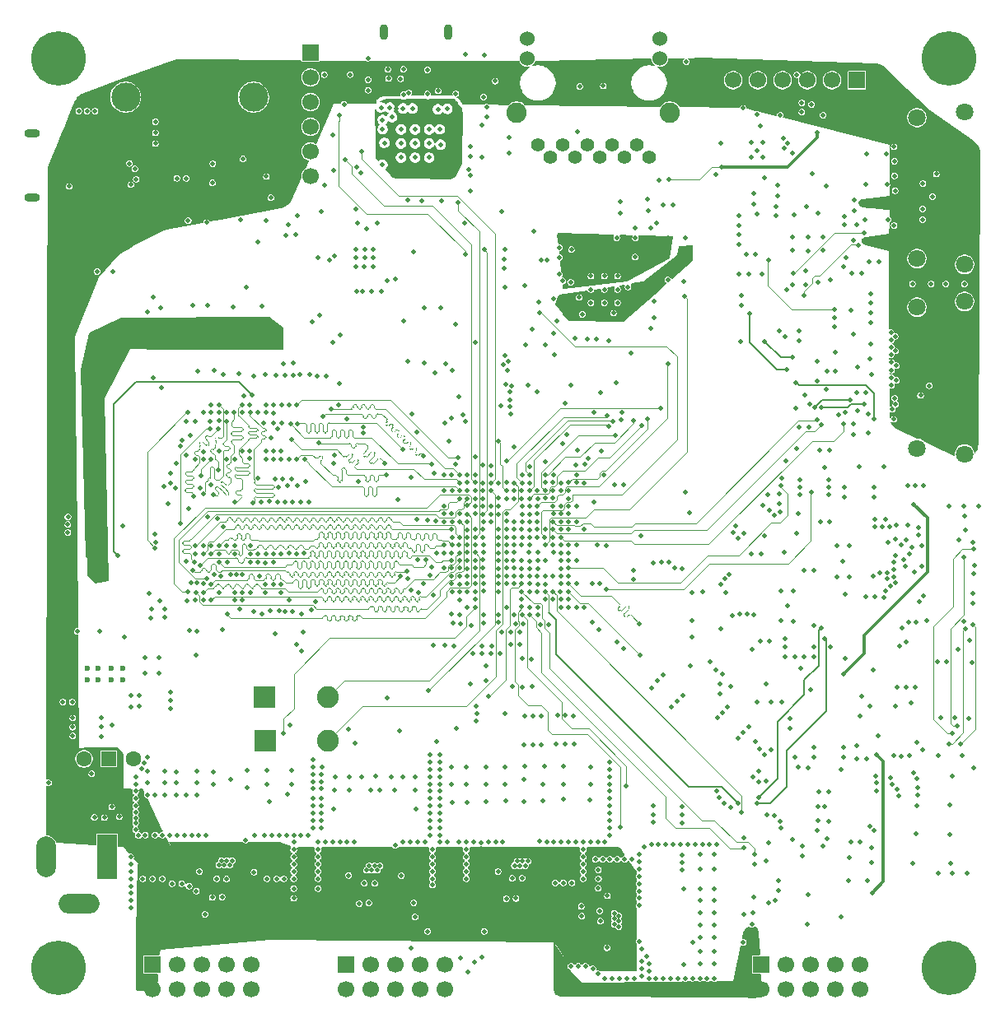
<source format=gbr>
%TF.GenerationSoftware,KiCad,Pcbnew,9.0.4*%
%TF.CreationDate,2025-11-16T17:21:23-06:00*%
%TF.ProjectId,zynq_test,7a796e71-5f74-4657-9374-2e6b69636164,rev?*%
%TF.SameCoordinates,Original*%
%TF.FileFunction,Copper,L4,Inr*%
%TF.FilePolarity,Positive*%
%FSLAX46Y46*%
G04 Gerber Fmt 4.6, Leading zero omitted, Abs format (unit mm)*
G04 Created by KiCad (PCBNEW 9.0.4) date 2025-11-16 17:21:23*
%MOMM*%
%LPD*%
G01*
G04 APERTURE LIST*
%TA.AperFunction,ComponentPad*%
%ADD10C,0.499999*%
%TD*%
%TA.AperFunction,ComponentPad*%
%ADD11R,1.700000X1.700000*%
%TD*%
%TA.AperFunction,ComponentPad*%
%ADD12C,1.700000*%
%TD*%
%TA.AperFunction,HeatsinkPad*%
%ADD13C,3.000000*%
%TD*%
%TA.AperFunction,ComponentPad*%
%ADD14C,5.600000*%
%TD*%
%TA.AperFunction,ComponentPad*%
%ADD15R,1.500000X1.500000*%
%TD*%
%TA.AperFunction,ComponentPad*%
%ADD16C,1.600000*%
%TD*%
%TA.AperFunction,ComponentPad*%
%ADD17R,2.250000X2.250000*%
%TD*%
%TA.AperFunction,ComponentPad*%
%ADD18C,2.250000*%
%TD*%
%TA.AperFunction,ComponentPad*%
%ADD19C,0.600000*%
%TD*%
%TA.AperFunction,ComponentPad*%
%ADD20C,1.397000*%
%TD*%
%TA.AperFunction,ComponentPad*%
%ADD21C,1.524000*%
%TD*%
%TA.AperFunction,ComponentPad*%
%ADD22C,2.082800*%
%TD*%
%TA.AperFunction,ComponentPad*%
%ADD23R,2.000000X4.600000*%
%TD*%
%TA.AperFunction,ComponentPad*%
%ADD24O,2.000000X4.200000*%
%TD*%
%TA.AperFunction,ComponentPad*%
%ADD25O,4.200000X2.000000*%
%TD*%
%TA.AperFunction,HeatsinkPad*%
%ADD26O,1.600000X0.900000*%
%TD*%
%TA.AperFunction,HeatsinkPad*%
%ADD27O,0.900000X1.600000*%
%TD*%
%TA.AperFunction,ComponentPad*%
%ADD28C,1.800000*%
%TD*%
%TA.AperFunction,ViaPad*%
%ADD29C,0.480000*%
%TD*%
%TA.AperFunction,Conductor*%
%ADD30C,0.130000*%
%TD*%
%TA.AperFunction,Conductor*%
%ADD31C,0.113030*%
%TD*%
%TA.AperFunction,Conductor*%
%ADD32C,0.300000*%
%TD*%
%TA.AperFunction,Conductor*%
%ADD33C,0.100000*%
%TD*%
%TA.AperFunction,Conductor*%
%ADD34C,0.118400*%
%TD*%
%TA.AperFunction,Conductor*%
%ADD35C,0.184400*%
%TD*%
%TA.AperFunction,Conductor*%
%ADD36C,0.112300*%
%TD*%
%TA.AperFunction,Conductor*%
%ADD37C,0.150000*%
%TD*%
G04 APERTURE END LIST*
D10*
%TO.N,GND*%
%TO.C,U1403*%
X139210001Y-126800000D03*
X139210001Y-127350001D03*
X139210001Y-127900000D03*
X139660000Y-127075001D03*
X139660000Y-127625002D03*
X139660000Y-128175001D03*
%TD*%
D11*
%TO.N,GND*%
%TO.C,J1302*%
X154280000Y-132060000D03*
D12*
%TO.N,+5V*%
X154280000Y-134600000D03*
%TO.N,/GPIO/GPIO0.OUT.15*%
X156820000Y-132060000D03*
%TO.N,/GPIO/GPIO0.OUT.21*%
X156820000Y-134600000D03*
%TO.N,/GPIO/GPIO2.OUT.6*%
X159360000Y-132060000D03*
%TO.N,/GPIO/GPIO1.OUT.9*%
X159360000Y-134600000D03*
%TO.N,unconnected-(J1302-Pin_7-Pad7)*%
X161900000Y-132060000D03*
%TO.N,unconnected-(J1302-Pin_8-Pad8)*%
X161900000Y-134600000D03*
%TO.N,unconnected-(J1302-Pin_9-Pad9)*%
X164440000Y-132060000D03*
%TO.N,unconnected-(J1302-Pin_10-Pad10)*%
X164440000Y-134600000D03*
%TD*%
D13*
%TO.N,GND*%
%TO.C,J1001*%
X102120000Y-42840000D03*
X88980000Y-42840000D03*
%TD*%
D14*
%TO.N,GND*%
%TO.C,H101*%
X82060000Y-38820000D03*
%TD*%
D11*
%TO.N,/Programmer/JTAG.Z.TMS.C*%
%TO.C,J701*%
X107970000Y-38280000D03*
D12*
%TO.N,/Programmer/JTAG.Z.TDI.C*%
X107970000Y-40820000D03*
%TO.N,/Programmer/JTAG.Z.TDO.C*%
X107970000Y-43360000D03*
%TO.N,/Programmer/JTAG.Z.CLK.C*%
X107970000Y-45900000D03*
%TO.N,GND*%
X107970000Y-48440000D03*
%TO.N,unconnected-(J701-Pin_6-Pad6)*%
X107970000Y-50980000D03*
%TD*%
D15*
%TO.N,Net-(SW1401-C)*%
%TO.C,SW1401*%
X87240000Y-110920000D03*
D16*
%TO.N,/Power/V_{in}*%
X84700000Y-110920000D03*
%TO.N,GND*%
X89780000Y-110920000D03*
%TD*%
D14*
%TO.N,GND*%
%TO.C,H104*%
X173600000Y-132400000D03*
%TD*%
D17*
%TO.N,GND*%
%TO.C,SW602*%
X103230000Y-104570000D03*
D18*
%TO.N,/Zynq PWR+JTAG/PROG*%
X109730000Y-104570000D03*
%TD*%
D10*
%TO.N,GND*%
%TO.C,U1401*%
X128939999Y-121899999D03*
X129490000Y-121899999D03*
X130039999Y-121899999D03*
X129215000Y-121450000D03*
X129765001Y-121450000D03*
X130315000Y-121450000D03*
%TD*%
%TO.N,GND*%
%TO.C,U1405*%
X98560000Y-121830000D03*
X99110001Y-121830000D03*
X99660000Y-121830000D03*
X98835001Y-121380001D03*
X99385002Y-121380001D03*
X99935001Y-121380001D03*
%TD*%
D17*
%TO.N,GND*%
%TO.C,SW601*%
X103290000Y-109050000D03*
D18*
%TO.N,/Zynq PWR+JTAG/PS_RST*%
X109790000Y-109050000D03*
%TD*%
D14*
%TO.N,GND*%
%TO.C,H103*%
X82060000Y-132400000D03*
%TD*%
D19*
%TO.N,GND*%
%TO.C,U501*%
X88680000Y-101580000D03*
X87480000Y-101580000D03*
X86180000Y-101580000D03*
X85080000Y-101580000D03*
X88680000Y-102780000D03*
X87480000Y-102780000D03*
X86180000Y-102780000D03*
X85080000Y-102780000D03*
%TD*%
D11*
%TO.N,GND*%
%TO.C,J1402*%
X91750000Y-132060000D03*
D12*
%TO.N,+5V*%
X91750000Y-134600000D03*
%TO.N,/Power/3V3_sense*%
X94290000Y-132060000D03*
%TO.N,+3V3*%
X94290000Y-134600000D03*
%TO.N,/Power/1V35_sense*%
X96830000Y-132060000D03*
%TO.N,+1V35*%
X96830000Y-134600000D03*
%TO.N,/Power/1V0_sense*%
X99370000Y-132060000D03*
%TO.N,+1V0*%
X99370000Y-134600000D03*
%TO.N,/Power/1V8_sense*%
X101910000Y-132060000D03*
%TO.N,+1V8*%
X101910000Y-134600000D03*
%TD*%
D20*
%TO.N,/ETHERNET/ETH_TX1_P*%
%TO.C,J1101*%
X131348400Y-47742801D03*
%TO.N,/ETHERNET/ETH_TX1_N*%
X132618400Y-49012801D03*
%TO.N,/ETHERNET/ETH_TX2_P*%
X133888400Y-47742801D03*
%TO.N,/ETHERNET/ETH_TX2_N*%
X135158400Y-49012801D03*
%TO.N,Net-(J1101-TRCT1)*%
X136428400Y-47742801D03*
X137698400Y-49012801D03*
%TO.N,/ETHERNET/ETH_TX3_P*%
X138968400Y-47742801D03*
%TO.N,/ETHERNET/ETH_TX3_N*%
X140238400Y-49012801D03*
%TO.N,/ETHERNET/ETH_TX4_P*%
X141508400Y-47742801D03*
%TO.N,/ETHERNET/ETH_TX4_N*%
X142778400Y-49012801D03*
D21*
%TO.N,+3V3*%
X143857900Y-38852801D03*
%TO.N,/ETHERNET/LED1*%
X143857900Y-36820801D03*
%TO.N,+3V3*%
X130268900Y-38852801D03*
%TO.N,/ETHERNET/LED2*%
X130268900Y-36820801D03*
D22*
%TO.N,Net-(C1122-Pad1)*%
X144937400Y-44440801D03*
X129189400Y-44440801D03*
%TD*%
D23*
%TO.N,/Power/V_{in}*%
%TO.C,J1401*%
X87070000Y-120990000D03*
D24*
%TO.N,GND*%
X80770000Y-120990000D03*
D25*
X84170000Y-125790000D03*
%TD*%
D14*
%TO.N,GND*%
%TO.C,H102*%
X173600000Y-38820000D03*
%TD*%
D11*
%TO.N,+3V3*%
%TO.C,J1303*%
X164130000Y-41100000D03*
D12*
%TO.N,+1V8*%
X161590000Y-41100000D03*
%TO.N,GND*%
X159050000Y-41100000D03*
%TO.N,/GPIO/MIO1.49*%
X156510000Y-41100000D03*
%TO.N,/GPIO/MIO1.50*%
X153970000Y-41100000D03*
%TO.N,/GPIO/MIO1.48*%
X151430000Y-41100000D03*
%TD*%
D26*
%TO.N,unconnected-(J1002-Shield-Pad6)_2*%
%TO.C,J1002*%
X79325000Y-46580000D03*
%TO.N,unconnected-(J1002-Shield-Pad6)_1*%
X79325000Y-53180000D03*
%TD*%
D11*
%TO.N,GND*%
%TO.C,J1301*%
X111600000Y-132060000D03*
D12*
%TO.N,+3V3*%
X111600000Y-134600000D03*
%TO.N,/GPIO/GPIO0.OUT.16*%
X114140000Y-132060000D03*
%TO.N,/GPIO/GPIO0.OUT.8*%
X114140000Y-134600000D03*
%TO.N,/GPIO/GPIO0.OUT.7*%
X116680000Y-132060000D03*
%TO.N,/GPIO/GPIO0.OUT.19*%
X116680000Y-134600000D03*
%TO.N,/GPIO/GPIO0.OUT.23*%
X119220000Y-132060000D03*
%TO.N,/GPIO/GPIO0.OUT.11*%
X119220000Y-134600000D03*
%TO.N,/GPIO/GPIO0.OUT.5*%
X121760000Y-132060000D03*
%TO.N,/GPIO/GPIO0.OUT.6*%
X121760000Y-134600000D03*
%TD*%
D27*
%TO.N,unconnected-(J702-Shield-Pad6)_4*%
%TO.C,J702*%
X122130000Y-36115000D03*
%TO.N,unconnected-(J702-Shield-Pad6)_5*%
X115530000Y-36115000D03*
%TD*%
D28*
%TO.N,/HDMI/HDMI_SHIELD*%
%TO.C,J801*%
X175210000Y-79550000D03*
X170310000Y-78950000D03*
X170310000Y-64450000D03*
X175210000Y-63850000D03*
%TD*%
D10*
%TO.N,GND*%
%TO.C,U1402*%
X113735001Y-122369999D03*
X114285002Y-122369999D03*
X114835001Y-122369999D03*
X114010002Y-121920000D03*
X114560003Y-121920000D03*
X115110002Y-121920000D03*
%TD*%
D28*
%TO.N,/HDMI/HDMI_SHIELD*%
%TO.C,J802*%
X175210000Y-60050000D03*
X170310000Y-59450000D03*
X170310000Y-44950000D03*
X175210000Y-44350000D03*
%TD*%
D29*
%TO.N,GND*%
X90000000Y-114250000D03*
X90000000Y-117000000D03*
%TO.N,+5V*%
X89100000Y-116100000D03*
X89700000Y-120000000D03*
X89700000Y-119100000D03*
X89100000Y-118500000D03*
%TO.N,+3V3*%
X91200000Y-112200000D03*
X93000000Y-112200000D03*
X93000000Y-113400000D03*
X91200000Y-114600000D03*
X93000000Y-114600000D03*
X96300000Y-114600000D03*
X94200000Y-114600000D03*
X91200000Y-113400000D03*
%TO.N,GND*%
X91200000Y-110700000D03*
X90000000Y-112750000D03*
X90000000Y-115000000D03*
X90000000Y-115750000D03*
X90000000Y-116400000D03*
X90000000Y-118200000D03*
X90300000Y-118800000D03*
X103400000Y-55500000D03*
X105700000Y-56000000D03*
X106600000Y-55000000D03*
%TO.N,/Cameras/CAM_RX.0.CAM_CLK_N*%
X141200000Y-91540000D03*
X144824228Y-90684228D03*
X135300000Y-88900000D03*
%TO.N,/Cameras/CAM_RX.0.CAM_CLK_P*%
X134510000Y-88910000D03*
X141200000Y-92420000D03*
X145375772Y-91235772D03*
%TO.N,/Cameras/CAM_RX.0.CAM_D0_N*%
X155114228Y-85324228D03*
%TO.N,/Cameras/CAM_RX.0.I2C_CLK*%
X149020000Y-100950000D03*
X133725000Y-89775000D03*
%TO.N,Net-(J801-SDA)*%
X160490000Y-74770000D03*
X164890000Y-74430000D03*
X168120000Y-74460000D03*
%TO.N,/Zynq Dram/DDR_L0.4*%
X107360000Y-80060000D03*
X123270000Y-83310000D03*
%TO.N,/Zynq Dram/DDR_L1.10*%
X122490000Y-85690000D03*
X104170000Y-74470000D03*
%TO.N,/Cameras/CAM_RX.0.CAM_D0_P*%
X155665772Y-85875772D03*
%TO.N,+1V8*%
X135290000Y-92900000D03*
X165860000Y-84010000D03*
X153350000Y-127950000D03*
X139510588Y-98920589D03*
X135920000Y-65180000D03*
X164600000Y-104470000D03*
X115300000Y-62840000D03*
X143597017Y-102907017D03*
X165660000Y-121580000D03*
X159730000Y-110770000D03*
X154630000Y-87930000D03*
X153650000Y-121710000D03*
X149500000Y-132000000D03*
X148000000Y-129250000D03*
X146190000Y-121550000D03*
X138500000Y-125000000D03*
X163380000Y-121040000D03*
X127300000Y-87310000D03*
X162750000Y-109740000D03*
X129690000Y-94500000D03*
X162960000Y-100570000D03*
X120020000Y-128650000D03*
X148000000Y-125500000D03*
X128110000Y-92890000D03*
X147250000Y-129750000D03*
X140960000Y-69210000D03*
X129710000Y-88110000D03*
X135810000Y-126090000D03*
X159370000Y-103770000D03*
X150357017Y-106147017D03*
X148000000Y-122250000D03*
X149500000Y-129250000D03*
X135860000Y-127090000D03*
X155170000Y-98810000D03*
X146190000Y-120800000D03*
X112780000Y-55820000D03*
X165500000Y-105520000D03*
X133330000Y-65860000D03*
X133700000Y-95340000D03*
X135320000Y-90540000D03*
X126512966Y-84886573D03*
X148000000Y-126750000D03*
X131460000Y-63950000D03*
X164340000Y-80840000D03*
X143280000Y-65490000D03*
X132900000Y-84100000D03*
X146190000Y-122300000D03*
X113360000Y-62830000D03*
X127960000Y-58520000D03*
X155300000Y-105050000D03*
X112710000Y-62850000D03*
X150080000Y-103220000D03*
X165660000Y-120090000D03*
X137075000Y-75270000D03*
X149500000Y-126750000D03*
X146200000Y-117500000D03*
X149500000Y-122250000D03*
X131320000Y-95290000D03*
X156770000Y-100400000D03*
X144200000Y-102280000D03*
X163530000Y-119470000D03*
X128890000Y-89690000D03*
X162840000Y-84010000D03*
X148000000Y-120750000D03*
X158550000Y-120920000D03*
X146370000Y-61780000D03*
X146300000Y-132050000D03*
X127300000Y-88910000D03*
X128530000Y-99130000D03*
X128100000Y-88140000D03*
X128005000Y-106240000D03*
X146175000Y-116650000D03*
X136900000Y-96880000D03*
X128910000Y-92100000D03*
X127320000Y-85730000D03*
X128100000Y-91290000D03*
X155020000Y-119560000D03*
X146175000Y-115825000D03*
X150270000Y-50070000D03*
X157770000Y-110720000D03*
X132920000Y-81700000D03*
X127910000Y-59480000D03*
X140620000Y-62360000D03*
X156410000Y-105060000D03*
X162490000Y-111970000D03*
X146320000Y-124250000D03*
X135590000Y-63450000D03*
X137770000Y-73210000D03*
X127300000Y-93700000D03*
X127310000Y-90540000D03*
X160050000Y-46470000D03*
X128540000Y-97900000D03*
X150860000Y-105590000D03*
X148000000Y-124250000D03*
X148000000Y-128000000D03*
X164100000Y-109520000D03*
X153840000Y-105070000D03*
X158070000Y-85670000D03*
X159740000Y-100380000D03*
X154790000Y-121410000D03*
X159740000Y-97230000D03*
X157300000Y-106800000D03*
X165010000Y-94210000D03*
X139120000Y-65050000D03*
X152550000Y-119040000D03*
X129690000Y-84130000D03*
X125740000Y-96060000D03*
X133040000Y-69310000D03*
X149500000Y-124250000D03*
X156040000Y-123460000D03*
X135120000Y-67630000D03*
X114820000Y-55820000D03*
X128000000Y-62430000D03*
X149500000Y-120750000D03*
X132150000Y-92150000D03*
X129700000Y-91340000D03*
X148000000Y-132000000D03*
X151150000Y-103480000D03*
X130500800Y-80890000D03*
X114280000Y-62800000D03*
X149500000Y-130750000D03*
X148000000Y-130750000D03*
X143010000Y-103590000D03*
X125980000Y-102855000D03*
X149500000Y-125500000D03*
X149500000Y-128000000D03*
X144820000Y-51330000D03*
X149790000Y-106690000D03*
X165780000Y-101740000D03*
%TO.N,/Cameras/CAM_RX.0.I2C_SDA*%
X134500000Y-90540000D03*
X149660000Y-101750000D03*
%TO.N,/Cameras/CAM_RX.0.CAM_D1_N*%
X151414228Y-87654228D03*
%TO.N,/Cameras/CAM_RX.0.CAM_D1_P*%
X151965772Y-88205772D03*
%TO.N,/Zynq Dram/DDR_CTR.WE*%
X95960000Y-83880000D03*
X99380000Y-75290000D03*
X124100000Y-90480000D03*
X98520000Y-76960000D03*
X99450000Y-90670000D03*
%TO.N,/Cameras/CAM_RX.1.CAM_D1_P*%
X154035772Y-113285772D03*
%TO.N,/Zynq Dram/DDR_L1.DQS_P*%
X121690000Y-85690000D03*
X104150000Y-75310000D03*
%TO.N,/Cameras/CAM_RX.1.CAM_D0_P*%
X154675772Y-110445772D03*
%TO.N,/Cameras/CAM_RX.1.CAM_D0_N*%
X154124228Y-109894228D03*
%TO.N,/Cameras/CAM_RX.1.I2C_CLK*%
X151900000Y-115450000D03*
X132090000Y-93700000D03*
%TO.N,/Cameras/CAM_RX.1.CAM_D1_N*%
X153484228Y-112734228D03*
%TO.N,/Cameras/CAM_RX.1.CAM_CLK_P*%
X132100000Y-94500000D03*
X150505772Y-115465772D03*
X155654228Y-116754228D03*
%TO.N,/Cameras/CAM_RX.1.I2C_SDA*%
X132890000Y-93700000D03*
X152300000Y-116450000D03*
%TO.N,/Cameras/CAM_RX.1.CAM_CLK_N*%
X156205772Y-117305772D03*
X149954228Y-114914228D03*
X132880000Y-94490000D03*
%TO.N,/Cameras/CAM_TX.2.I2C_CLK*%
X133680000Y-93710000D03*
X154800000Y-103210000D03*
%TO.N,+3V3*%
X124440000Y-47960000D03*
X158910000Y-60690000D03*
X109940000Y-59630000D03*
X124450000Y-50910000D03*
X161000000Y-51990000D03*
X106000000Y-112100000D03*
X116000000Y-40930000D03*
X169990000Y-112350000D03*
X95910000Y-64300000D03*
X119670000Y-64490000D03*
X156989112Y-47584960D03*
X86475000Y-107650000D03*
X169180000Y-98890000D03*
X163630000Y-60940000D03*
X103750000Y-115300000D03*
X101500000Y-112100000D03*
X156150000Y-83690000D03*
X125830000Y-38500000D03*
X153050000Y-61020000D03*
X95200000Y-114625000D03*
X163801751Y-67188249D03*
X134508248Y-87310000D03*
X126100000Y-44900000D03*
X154170000Y-45810000D03*
X151990000Y-57000000D03*
X124910000Y-81720000D03*
X99990000Y-64400000D03*
X153540000Y-52760000D03*
X165380000Y-59770000D03*
X163770000Y-77540000D03*
X166940000Y-80840000D03*
X160110000Y-61850000D03*
X87600000Y-107400000D03*
X153740000Y-59020000D03*
X97130000Y-126910000D03*
X94200000Y-113400000D03*
X168540000Y-99320000D03*
X112630000Y-54337500D03*
X168100000Y-105520000D03*
X135310000Y-84900000D03*
X143170000Y-90750000D03*
X126080000Y-43870000D03*
X120730000Y-71180000D03*
X124900000Y-91300000D03*
X110430000Y-59140000D03*
X94200000Y-112250000D03*
X98000000Y-112250000D03*
X125710000Y-83330000D03*
X96300000Y-113400000D03*
X105900000Y-107400000D03*
X98890000Y-125120000D03*
X106000000Y-113500000D03*
X158470000Y-44380000D03*
X137460000Y-88890000D03*
X103500000Y-113500000D03*
X158250000Y-83750000D03*
X110280000Y-68080000D03*
X158275000Y-83000000D03*
X97880000Y-125170000D03*
X164160000Y-73220000D03*
X95200000Y-51190000D03*
X155820000Y-55040000D03*
X115920000Y-39990000D03*
X92000000Y-114625000D03*
X128405000Y-47020000D03*
X141370000Y-57330000D03*
X136100000Y-82510000D03*
X119670000Y-70150000D03*
X164180000Y-70650000D03*
X119400000Y-53500000D03*
X152240000Y-64250000D03*
X133710000Y-90500000D03*
X121360000Y-64530000D03*
X162870000Y-55930000D03*
X96560000Y-122500000D03*
X146950000Y-85620000D03*
X124920000Y-92890000D03*
X111010000Y-67340000D03*
X156832500Y-80250000D03*
X146490000Y-83490000D03*
X99750000Y-113000000D03*
X141940000Y-87970000D03*
X127585000Y-54630000D03*
X105640000Y-114520000D03*
X158200000Y-67860000D03*
X142650000Y-53350000D03*
X165530000Y-65050000D03*
X124920000Y-93710000D03*
X97440000Y-64300000D03*
X155980000Y-53000000D03*
X142700000Y-54500000D03*
X86500000Y-106700000D03*
X101430000Y-113840000D03*
X142940000Y-56330000D03*
X115390000Y-45180000D03*
X128415000Y-48570000D03*
X96300000Y-112200000D03*
X86050000Y-60780000D03*
X160300000Y-79180000D03*
X158210000Y-76750000D03*
X132110000Y-87320000D03*
X121840000Y-70250000D03*
X163760000Y-76410000D03*
X124900000Y-88900000D03*
X103500000Y-112100000D03*
X110280000Y-46760000D03*
X124900000Y-90500000D03*
X161850000Y-66490000D03*
X113140000Y-50590000D03*
X98000000Y-113500000D03*
X139230000Y-82740000D03*
X165520000Y-63040000D03*
X158250000Y-82250000D03*
X151990000Y-55060000D03*
X110350000Y-50340000D03*
X102550000Y-57700000D03*
X163830000Y-53430000D03*
X159275000Y-74405000D03*
X86500000Y-108600000D03*
%TO.N,/Cameras/CAM_TX.2.I2C_SDA*%
X134505000Y-94525000D03*
X150080000Y-104240000D03*
%TO.N,/HDMI/RX.D1+*%
X167650000Y-68550000D03*
%TO.N,/Zynq Dram/DDR_L1.DM*%
X104950000Y-79260000D03*
X116970000Y-84240000D03*
%TO.N,Net-(J801-SCL)*%
X168020000Y-73820000D03*
X163420000Y-73970000D03*
X159810000Y-74740000D03*
%TO.N,/HDMI/RX.D1-*%
X167650000Y-69330000D03*
%TO.N,/HDMI/RX.CK+*%
X167680000Y-71710000D03*
%TO.N,/HDMI/HDMI.EN*%
X155030000Y-59570000D03*
X132920000Y-89690000D03*
X161870000Y-64680000D03*
%TO.N,/HDMI/HDMI_SHIELD*%
X171770000Y-62050000D03*
X173270000Y-62060000D03*
%TO.N,/HDMI/RX.D2-*%
X167640000Y-67840000D03*
%TO.N,/HDMI/RX_UTIL*%
X170680000Y-73520000D03*
%TO.N,Net-(J801-HPD)*%
X167920000Y-75970000D03*
X165860000Y-75920000D03*
X157890000Y-72180000D03*
%TO.N,/HDMI/RX_CEC*%
X171580000Y-72520000D03*
%TO.N,/HDMI/RX.D2+*%
X167640000Y-67060000D03*
%TO.N,/HDMI/RX.CK-*%
X167680000Y-72490000D03*
%TO.N,/HDMI/RX.D0-*%
X167710000Y-70920000D03*
%TO.N,/Zynq Dram/DDR_L2.DM*%
X104200000Y-92946515D03*
X118300000Y-93560000D03*
%TO.N,/USB_OTG/USB0.STP*%
X132900000Y-82500000D03*
X128590000Y-75430000D03*
%TO.N,/Boot/SD0.CMD*%
X134480000Y-82500000D03*
X142620000Y-75970000D03*
%TO.N,+1V0*%
X133250000Y-109425000D03*
X128000000Y-113500000D03*
X128880000Y-87300000D03*
X127250000Y-122500000D03*
X130470000Y-88880000D03*
X136750000Y-111750000D03*
X126510000Y-85730000D03*
X130840000Y-109485000D03*
X122540000Y-115370000D03*
X128050000Y-115250000D03*
X122500000Y-113500000D03*
X130500000Y-92110000D03*
X125720000Y-91310000D03*
X136700000Y-115115000D03*
X131310000Y-89700000D03*
X129100000Y-125260000D03*
X122500000Y-111750000D03*
X127320000Y-92120000D03*
X129750000Y-86530000D03*
X130510000Y-87340000D03*
X124000000Y-113500000D03*
X135050000Y-109400000D03*
X131700000Y-109500000D03*
X130490000Y-93730000D03*
X131310000Y-92930000D03*
X129930000Y-113030000D03*
X136750000Y-113500000D03*
X128100000Y-125290000D03*
X126000000Y-113500000D03*
X125980000Y-115330000D03*
X131840000Y-113540000D03*
X134000000Y-113500000D03*
X131320000Y-91320000D03*
X134000000Y-111700000D03*
X132000000Y-111700000D03*
X125750000Y-92880000D03*
X124000000Y-111750000D03*
X128890000Y-86500000D03*
X128000000Y-111750000D03*
X134180000Y-109395000D03*
X130000000Y-111700000D03*
X125740000Y-86490000D03*
X129900000Y-109500000D03*
X125730000Y-89670000D03*
X129730000Y-100615000D03*
X129930000Y-115280000D03*
X124040000Y-115370000D03*
X130680000Y-100630000D03*
X126000000Y-111750000D03*
X133940000Y-115070000D03*
X130510000Y-90550000D03*
X130510000Y-85740000D03*
X125720000Y-88100000D03*
%TO.N,/Zynq Dram/DDR_CTR.CLK_N*%
X100350000Y-91950000D03*
X100980000Y-79280000D03*
X100960000Y-93790000D03*
X122480000Y-89720000D03*
%TO.N,/Zynq Dram/DDR_L0.6*%
X117465000Y-79065000D03*
X106650000Y-76410000D03*
%TO.N,/Boot/QSPI0.SS-B*%
X123900000Y-76170000D03*
%TO.N,/Zynq Dram/DDR_L0.5*%
X108800000Y-78410000D03*
X115610000Y-80490000D03*
%TO.N,/Zynq Dram/DDR_L0.0*%
X106040000Y-78020000D03*
X123300000Y-82520000D03*
%TO.N,/Zynq Dram/DDR_L2.DQS_P*%
X104160000Y-90700000D03*
X120230000Y-92043485D03*
%TO.N,/USB_OTG/USB0.DATA-7*%
X135300000Y-82500000D03*
X130040000Y-68350000D03*
%TO.N,/Boot/QSPI0.IO-1*%
X124900000Y-83310000D03*
X122230000Y-78260000D03*
X117957278Y-70002722D03*
X105440000Y-57040000D03*
%TO.N,/USB_OTG/USB0.DATA-2*%
X127800000Y-70390000D03*
X130350000Y-72430000D03*
%TO.N,/Zynq Dram/DDR_CTR.CAS*%
X97620000Y-76980000D03*
X100970000Y-75270000D03*
X98050000Y-91950000D03*
X94570000Y-86690000D03*
X124100000Y-92110000D03*
X102700000Y-92150000D03*
%TO.N,/Zynq Dram/DDR_CTR.CLK_P*%
X100950000Y-91970000D03*
X101770000Y-93780000D03*
X101760000Y-79270000D03*
X121690000Y-89720000D03*
%TO.N,/Zynq Mio/ETH0.TX-CLK.Z*%
X136510000Y-80000000D03*
%TO.N,/Boot/SD0.DATA-0*%
X142020000Y-76630000D03*
X130499200Y-84148116D03*
%TO.N,/USB_OTG/USB0.DIR*%
X130501400Y-82548784D03*
X127540000Y-74610000D03*
%TO.N,/Zynq Dram/DDR_CTR.CS*%
X100150000Y-75270000D03*
X120460000Y-91150000D03*
X98010000Y-83710000D03*
X100170000Y-89800000D03*
%TO.N,/USB_OTG/USB0.DATA-3*%
X118570000Y-58760000D03*
X130500000Y-84930000D03*
%TO.N,/Programmer/JTAG.Z.TDO*%
X113890000Y-41060000D03*
X123870000Y-59020000D03*
X124880000Y-84920000D03*
X110910000Y-44670000D03*
%TO.N,/Zynq Dram/DDR_ADDR4*%
X123300000Y-90530000D03*
X88710000Y-86920000D03*
X97760000Y-94590000D03*
X96970000Y-80080000D03*
X96980000Y-94580000D03*
%TO.N,/Zynq Mio/SD0.CLK.Z*%
X139300000Y-77670000D03*
X132099999Y-83272770D03*
%TO.N,Net-(U202G-PS_DDR_VRN_502)*%
X124920000Y-85710000D03*
%TO.N,/Boot/QSPI0.IO-0*%
X92540000Y-64550000D03*
X126510000Y-81700000D03*
%TO.N,/Boot/SD0.DATA-3*%
X141200000Y-76150000D03*
X132099999Y-81672770D03*
%TO.N,/USB_OTG/USB0.DATA-1*%
X128060000Y-72420800D03*
X132910000Y-83300000D03*
%TO.N,/Boot/SD0.DATA-2*%
X131260000Y-84930000D03*
X144730000Y-70310000D03*
%TO.N,/Zynq Dram/DDR_L3.25*%
X120620000Y-99190000D03*
X122636821Y-96971529D03*
%TO.N,/Programmer/JTAG.Z.TMS*%
X123150000Y-53670000D03*
X124900000Y-88100000D03*
X113870000Y-38830000D03*
%TO.N,/Zynq Dram/DDR_L1.15*%
X112890000Y-82410000D03*
X104600000Y-76960000D03*
%TO.N,/Zynq Dram/DDR_ADDR5*%
X121700000Y-88910000D03*
X97780000Y-89790000D03*
X97750000Y-75260000D03*
X96970000Y-88990000D03*
%TO.N,/Zynq Dram/DDR_L3.29*%
X122680000Y-99320000D03*
X123310000Y-96128160D03*
%TO.N,/Zynq Dram/DDR_L2.17*%
X122503485Y-92096515D03*
X102570000Y-90690000D03*
%TO.N,/USB_OTG/USB0.DATA-0*%
X131230000Y-73180000D03*
X128470800Y-73180000D03*
%TO.N,/Zynq Mio/ETH0.TX-CTL.Z*%
X135400000Y-79200000D03*
X131300000Y-85720000D03*
%TO.N,/USB_OTG/USB0.DATA-4*%
X127930000Y-69460000D03*
X133720000Y-82510000D03*
%TO.N,/Boot/SD0.DATA-1*%
X128100800Y-80225000D03*
X143950000Y-74810000D03*
%TO.N,/Zynq Dram/DDR_ADDR2*%
X96610000Y-90980000D03*
X97640000Y-76210000D03*
X122490000Y-90520000D03*
%TO.N,/Programmer/JTAG.Z.CLK*%
X113900000Y-42120000D03*
X127310000Y-84920000D03*
%TO.N,/Boot/QSPI0.IO-3*%
X122460000Y-75880000D03*
X91250000Y-64950000D03*
%TO.N,/Zynq Dram/DDR_L0.DQS_P*%
X113380000Y-76755000D03*
X122500000Y-81730000D03*
%TO.N,Net-(U202G-PS_DDR_VRP_502)*%
X124100000Y-87340000D03*
%TO.N,/USB_OTG/USB0.DATA-6*%
X131318161Y-84128161D03*
X128910800Y-78846279D03*
%TO.N,+1V35*%
X105770000Y-74470000D03*
X116250000Y-112750000D03*
X110420000Y-79680000D03*
X113000000Y-125800000D03*
X103360000Y-71380000D03*
X114700000Y-112700000D03*
X102580000Y-89790000D03*
X106150000Y-84500000D03*
X113250000Y-112750000D03*
X118850000Y-116100000D03*
X124100000Y-92900000D03*
X120590244Y-94059000D03*
X122900000Y-80630000D03*
X110380000Y-116050000D03*
X109573517Y-71566483D03*
X115100000Y-114100000D03*
X103320000Y-92940000D03*
X124100000Y-86500000D03*
X102100000Y-95720000D03*
X105370000Y-95770000D03*
X112000000Y-114100000D03*
X114200000Y-114100000D03*
X111900000Y-122900000D03*
X91000000Y-102100000D03*
X116620000Y-114170000D03*
X106110000Y-95730000D03*
X92400000Y-102100000D03*
X103380000Y-79280000D03*
X110450000Y-114100000D03*
X101770000Y-89800000D03*
X94130000Y-83080000D03*
X108500000Y-94700000D03*
X96340000Y-97780000D03*
X100610000Y-71300000D03*
X121720000Y-83300000D03*
X83485000Y-105060000D03*
X105350000Y-71440000D03*
X98400000Y-86190000D03*
X124910000Y-84130000D03*
X98090000Y-70990000D03*
X107860000Y-71410000D03*
X113970000Y-125750000D03*
X92000000Y-87800000D03*
X92980000Y-96320000D03*
X105230000Y-70270000D03*
X97720000Y-82700000D03*
X106050000Y-82150000D03*
X100180000Y-80060000D03*
X118750000Y-112750000D03*
X107450000Y-82360000D03*
X112000000Y-112750000D03*
X110500000Y-112750000D03*
X102600000Y-82040000D03*
X92400000Y-100500000D03*
X91780000Y-71670000D03*
X100160000Y-94590000D03*
X107340000Y-89770000D03*
X118750000Y-114100000D03*
X105580000Y-82780000D03*
X107780000Y-84470000D03*
X121690000Y-91300000D03*
X118420000Y-75470000D03*
X105750000Y-89770000D03*
X124100000Y-95340000D03*
X103770000Y-84450000D03*
X91000000Y-100500000D03*
X117500000Y-112750000D03*
X123260000Y-88920000D03*
X104750000Y-95710000D03*
X119980000Y-86380000D03*
X91590000Y-96430000D03*
X110840000Y-74470000D03*
%TO.N,/Zynq Dram/DDR_ADDR9*%
X96130000Y-76170000D03*
X96970000Y-89800000D03*
X122500000Y-87296515D03*
X96160000Y-89790000D03*
%TO.N,/Zynq Dram/DDR_L2.22*%
X104970000Y-92950000D03*
X119040000Y-93770000D03*
%TO.N,/Zynq Dram/DDR_CTR.ODT*%
X100180000Y-88990000D03*
X124100000Y-91313485D03*
X101092500Y-73567500D03*
X100970000Y-74470000D03*
X100180000Y-84490000D03*
%TO.N,/Zynq Dram/DDR_L1.14*%
X104170000Y-80090000D03*
X120880000Y-86460000D03*
%TO.N,GND*%
X92750000Y-118750000D03*
X130450000Y-89670000D03*
X109500000Y-119500000D03*
X160990000Y-72930000D03*
X111690000Y-75950000D03*
X115390000Y-46140000D03*
X102140000Y-71530000D03*
X108053485Y-95583485D03*
X139750000Y-133500000D03*
X151990000Y-58020000D03*
X108250000Y-118000000D03*
X149750000Y-119750000D03*
X124000000Y-121750000D03*
X158370000Y-101620000D03*
X160680000Y-58577500D03*
X167950000Y-47950000D03*
X156387500Y-82062500D03*
X165820000Y-92080000D03*
X142000000Y-131750000D03*
X119990000Y-40040000D03*
X129690000Y-88900000D03*
X133400000Y-106450000D03*
X139540000Y-63990000D03*
X125720000Y-84955145D03*
X112060000Y-40520000D03*
X96250000Y-124500000D03*
X124000000Y-123250000D03*
X154810000Y-113200000D03*
X130950000Y-56600000D03*
X136000000Y-120250000D03*
X144250000Y-133500000D03*
X165970000Y-94210000D03*
X131650000Y-59640000D03*
X86000000Y-91000000D03*
X122030000Y-44040000D03*
X125710000Y-82530000D03*
X163830000Y-54520000D03*
X139910000Y-76010000D03*
X176200000Y-90990000D03*
X170130000Y-82775000D03*
X104390000Y-71420000D03*
X128120000Y-85660000D03*
X132100000Y-90530000D03*
X169800000Y-89170000D03*
X127750000Y-119500000D03*
X85760000Y-116940000D03*
X159690000Y-91490000D03*
X155340000Y-109970000D03*
X104970000Y-93780000D03*
X139540000Y-61250000D03*
X95000000Y-118750000D03*
X127300000Y-88100000D03*
X138750000Y-113500000D03*
X124660000Y-100100000D03*
X142750000Y-133500000D03*
X89488244Y-124004194D03*
X151940000Y-108810000D03*
X133750000Y-119500000D03*
X139500000Y-121250000D03*
X124270000Y-50330000D03*
X121090000Y-42190000D03*
X82525000Y-105060000D03*
X123210000Y-73690000D03*
X121250000Y-117250000D03*
X133000000Y-119500000D03*
X160680000Y-57227500D03*
X83030000Y-86800000D03*
X130840000Y-106535000D03*
X133700000Y-91320000D03*
X161900000Y-71070000D03*
X109100000Y-117250000D03*
X168090000Y-68950000D03*
X125055000Y-106240000D03*
X121430000Y-53470000D03*
X153250000Y-49000000D03*
X152780000Y-59020000D03*
X164490000Y-119470000D03*
X153060000Y-107570000D03*
X121250000Y-110500000D03*
X163360000Y-92210000D03*
X144040000Y-90680000D03*
X170260000Y-112970000D03*
X172780000Y-106650000D03*
X141750000Y-123000000D03*
X141250000Y-133500000D03*
X91850000Y-63410000D03*
X130490000Y-92880000D03*
X130500000Y-88110000D03*
X170770000Y-88970000D03*
X118720000Y-49060000D03*
X153250000Y-47500000D03*
X123680000Y-75520000D03*
X83050000Y-86020000D03*
X142000000Y-132500000D03*
X140025000Y-75270000D03*
X131300000Y-92100000D03*
X134850000Y-123670000D03*
X83170000Y-52020000D03*
X150300000Y-102200000D03*
X154500000Y-49000000D03*
X120170000Y-47610000D03*
X117270000Y-46160000D03*
X126967500Y-41187500D03*
X154410000Y-61030000D03*
X147210000Y-93790000D03*
X108750000Y-120250000D03*
X169550000Y-110610000D03*
X95500000Y-124000000D03*
X143175000Y-115775000D03*
X137380000Y-67740000D03*
X161250000Y-83750000D03*
X169837500Y-62050000D03*
X114405000Y-59390000D03*
X117490000Y-44000000D03*
X91750000Y-123250000D03*
X92030000Y-47610000D03*
X167070000Y-86260000D03*
X109100000Y-116500000D03*
X132250000Y-119500000D03*
X167180000Y-48710000D03*
X128100000Y-88910000D03*
X104970000Y-80090000D03*
X92040000Y-45370000D03*
X118250000Y-119500000D03*
X128110000Y-92110000D03*
X124910000Y-94470000D03*
X128100000Y-95330000D03*
X104700000Y-82980000D03*
X95750000Y-118750000D03*
X134510000Y-89730000D03*
X130480000Y-91320000D03*
X136800000Y-62620000D03*
X168000000Y-50940000D03*
X159110000Y-58650000D03*
X156270000Y-85490000D03*
X175160000Y-96770000D03*
X117510000Y-65910000D03*
X110250000Y-119500000D03*
X93565000Y-82515000D03*
X139800000Y-54750000D03*
X127860000Y-60440000D03*
X105090000Y-82150000D03*
X109050000Y-54590000D03*
X148000000Y-133500000D03*
X85000000Y-80000000D03*
X145250000Y-119750000D03*
X154440000Y-84800000D03*
X131310000Y-90490000D03*
X156340000Y-118000000D03*
X107000000Y-118750000D03*
X89500000Y-124750000D03*
X151990000Y-56080000D03*
X168450000Y-114740000D03*
X141750000Y-126000000D03*
X137500000Y-119500000D03*
X161250000Y-82250000D03*
X92620000Y-72750000D03*
X108750000Y-121750000D03*
X160100000Y-115780000D03*
X133550000Y-58310000D03*
X173680000Y-118720000D03*
X138750000Y-117250000D03*
X170560000Y-94750000D03*
X89500000Y-122500000D03*
X170100000Y-103530000D03*
X127310000Y-89720000D03*
X153740000Y-109110000D03*
X120500000Y-121750000D03*
X137575000Y-123250000D03*
X151140000Y-115940000D03*
X84020000Y-97800000D03*
X136800000Y-61250000D03*
X136750000Y-119500000D03*
X115900000Y-61700000D03*
X112655000Y-60265000D03*
X165530000Y-68240000D03*
X123303485Y-91280000D03*
X89400000Y-66120000D03*
X161030000Y-71040000D03*
X138750000Y-118000000D03*
X90900000Y-111300000D03*
X145750000Y-133500000D03*
X138600000Y-67890000D03*
X138750000Y-112000000D03*
X132470000Y-97130000D03*
X155820000Y-54080000D03*
X117550000Y-42560000D03*
X112690000Y-50000000D03*
X160200000Y-114330000D03*
X122518161Y-93728161D03*
X165860000Y-83000000D03*
X94200000Y-66120000D03*
X134510000Y-83310000D03*
X161890000Y-69120000D03*
X161370000Y-61660000D03*
X120250000Y-118750000D03*
X114405000Y-60265000D03*
X134750000Y-132250000D03*
X154050000Y-112140000D03*
X125760000Y-42830000D03*
X160360000Y-86520000D03*
X120250000Y-114250000D03*
X128860000Y-91290000D03*
X138170000Y-61250000D03*
X104750000Y-118750000D03*
X118720000Y-47610000D03*
X85500000Y-112440000D03*
X85120000Y-82200000D03*
X160090000Y-72030000D03*
X165640000Y-71370000D03*
X133690000Y-94470000D03*
X85120000Y-76200000D03*
X129713104Y-81686715D03*
X135214127Y-80655349D03*
X176130000Y-91880000D03*
X103500000Y-123250000D03*
X138250000Y-119500000D03*
X170290000Y-115710000D03*
X104500000Y-123250000D03*
X106250000Y-123250000D03*
X108750000Y-123250000D03*
X156760000Y-99390000D03*
X142500000Y-131250000D03*
X88320000Y-116870000D03*
X129490000Y-99130000D03*
X152460000Y-129780000D03*
X132920000Y-85710000D03*
X120250000Y-117250000D03*
X106250000Y-120250000D03*
X153310000Y-89830000D03*
X108750000Y-119500000D03*
X124750000Y-119500000D03*
X89515577Y-125493810D03*
X109100000Y-113250000D03*
X97900000Y-51650000D03*
X167250000Y-92400000D03*
X120500000Y-122500000D03*
X102940000Y-84490000D03*
X136000000Y-122500000D03*
X137250000Y-121250000D03*
X124110000Y-82490000D03*
X169210000Y-103505000D03*
X169390000Y-86840000D03*
X121250000Y-114250000D03*
X156150000Y-84650000D03*
X103800000Y-66120000D03*
X120250000Y-115000000D03*
X161850000Y-65530000D03*
X165530000Y-66050000D03*
X168070000Y-92750000D03*
X99050000Y-71330000D03*
X106250000Y-125250000D03*
X108640000Y-71550000D03*
X103450000Y-51005000D03*
X85320000Y-69000000D03*
X154860000Y-116690000D03*
X159110000Y-57227500D03*
X152510000Y-126930000D03*
X136000000Y-121000000D03*
X157520000Y-119210000D03*
X85840000Y-44270000D03*
X113530000Y-58515000D03*
X152180000Y-67990000D03*
X136080000Y-95300000D03*
X142750000Y-132000000D03*
X89500000Y-121000000D03*
X129720000Y-84900000D03*
X108750000Y-124250000D03*
X128270000Y-69990000D03*
X131650000Y-106525000D03*
X105360000Y-84490000D03*
X163550000Y-64750000D03*
X152520000Y-87750000D03*
X157500000Y-48580000D03*
X106250000Y-121750000D03*
X145070000Y-105590000D03*
X170210000Y-118640000D03*
X120250000Y-115750000D03*
X130750000Y-103500000D03*
X115230000Y-43900000D03*
X143500000Y-133500000D03*
X89500000Y-121750000D03*
X125750000Y-93660000D03*
X88000000Y-67000000D03*
X104590000Y-84490000D03*
X109390000Y-40520000D03*
X105760000Y-80070000D03*
X106900000Y-71410000D03*
X90600000Y-111900000D03*
X129500000Y-97900000D03*
X125720000Y-92110000D03*
X160080000Y-69980000D03*
X125730000Y-88880000D03*
X103380000Y-80080000D03*
X96600000Y-66120000D03*
X138750000Y-121250000D03*
X86050000Y-92100000D03*
X108250000Y-111000000D03*
X151340000Y-96150000D03*
X83550000Y-106700000D03*
X136250000Y-132250000D03*
X128120000Y-87300000D03*
X148250000Y-93700000D03*
X95500000Y-97740000D03*
X149750000Y-114210000D03*
X133960000Y-123660000D03*
X101780000Y-88990000D03*
X137659411Y-97579411D03*
X137500000Y-133000000D03*
X170950000Y-82790000D03*
X91620000Y-95470000D03*
X149500000Y-133500000D03*
X119000000Y-119500000D03*
X165520000Y-64040000D03*
X136900000Y-92880000D03*
X127000000Y-119500000D03*
X138250000Y-133500000D03*
X97280000Y-55740000D03*
X133130000Y-123690000D03*
X136000000Y-119500000D03*
X157860000Y-74840000D03*
X120250000Y-110500000D03*
X121250000Y-116500000D03*
X163310000Y-123450000D03*
X91800000Y-66120000D03*
X91400000Y-93860000D03*
X111000000Y-119500000D03*
X114405000Y-58515000D03*
X85120000Y-81000000D03*
X109420000Y-51900000D03*
X108250000Y-116500000D03*
X93010000Y-95510000D03*
X108250000Y-115000000D03*
X141750000Y-122250000D03*
X85120000Y-78600000D03*
X146470000Y-57310000D03*
X90000000Y-117500000D03*
X103250000Y-118750000D03*
X159730000Y-99370000D03*
X124440000Y-48920000D03*
X132270000Y-59630000D03*
X106250000Y-118750000D03*
X91000000Y-118750000D03*
X105500000Y-118750000D03*
X147180000Y-96700000D03*
X120920000Y-89720000D03*
X146602500Y-39182500D03*
X123860000Y-38470000D03*
X141750000Y-125250000D03*
X165080000Y-73220000D03*
X136800000Y-63990000D03*
X159060000Y-127950000D03*
X168730000Y-110615000D03*
X158860000Y-62110000D03*
X146000000Y-119750000D03*
X98960000Y-97660000D03*
X125000000Y-105500000D03*
X124000000Y-121000000D03*
X141750000Y-120750000D03*
X138750000Y-115000000D03*
X125720000Y-90460000D03*
X130000000Y-106525000D03*
X93600000Y-104050000D03*
X99380000Y-80080000D03*
X138750000Y-114250000D03*
X128180000Y-70930000D03*
X162120000Y-92200000D03*
X104000000Y-118750000D03*
X120250000Y-112000000D03*
X176080000Y-93880000D03*
X132100000Y-82472770D03*
X158550000Y-119920000D03*
X96420000Y-71030000D03*
X128470000Y-74640000D03*
X138000000Y-121250000D03*
X122560000Y-70910000D03*
X123000000Y-107750000D03*
X99750000Y-91950000D03*
X112655000Y-58515000D03*
X118090000Y-42400000D03*
X92040000Y-46510000D03*
X137570000Y-122330000D03*
X145682983Y-104992983D03*
X162750000Y-110730000D03*
X157010000Y-95160000D03*
X112655000Y-59390000D03*
X143750000Y-119750000D03*
X145000000Y-133500000D03*
X121250000Y-118000000D03*
X108250000Y-115750000D03*
X133890000Y-61750000D03*
X124000000Y-119500000D03*
X121250000Y-111250000D03*
X135450000Y-46420000D03*
X106250000Y-119500000D03*
X166000000Y-87070000D03*
X89500000Y-123250000D03*
X118890000Y-86310000D03*
X142970000Y-66640000D03*
X136000000Y-121750000D03*
X100960000Y-94590000D03*
X166440000Y-59750000D03*
X106250000Y-124250000D03*
X118720000Y-46160000D03*
X144500000Y-119750000D03*
X167890000Y-110610000D03*
X159210000Y-76760000D03*
X152442983Y-108232983D03*
X139540000Y-62620000D03*
X140189412Y-99599411D03*
X167770000Y-74960000D03*
X118340000Y-130420000D03*
X153540000Y-53830000D03*
X115570000Y-47540000D03*
X138170000Y-63990000D03*
X101750000Y-74510000D03*
X124000000Y-122500000D03*
X81050000Y-113370000D03*
X142000000Y-130500000D03*
X101400000Y-66120000D03*
X152450000Y-43980000D03*
X155980000Y-51940000D03*
X108250000Y-114000000D03*
X176150000Y-111840000D03*
X95410000Y-55540000D03*
X148250000Y-119750000D03*
X120170000Y-46160000D03*
X115380000Y-49780000D03*
X170050000Y-91730000D03*
X161240000Y-117320000D03*
X118910000Y-77310000D03*
X106600000Y-82790000D03*
X128110000Y-89700000D03*
X135640000Y-41737500D03*
X120250000Y-112750000D03*
X117270000Y-49060000D03*
X122910000Y-42480000D03*
X124000000Y-120250000D03*
X165150000Y-48710000D03*
X83032981Y-87613965D03*
X85120000Y-71400000D03*
X175650000Y-106720000D03*
X97930000Y-49680000D03*
X175940000Y-100980000D03*
X99000000Y-66120000D03*
X147500000Y-119750000D03*
X162840000Y-83000000D03*
X83525000Y-107650000D03*
X94240000Y-51190000D03*
X164970000Y-55460000D03*
X125585000Y-49040000D03*
X136450000Y-67720000D03*
X152240000Y-63250000D03*
X106190000Y-70210000D03*
X149660589Y-50789411D03*
X154210000Y-98810000D03*
X109100000Y-115750000D03*
X157540000Y-58577500D03*
X167220000Y-51840000D03*
X128160000Y-86460000D03*
X135500000Y-132250000D03*
X151680000Y-86970000D03*
X120250000Y-111250000D03*
X156040000Y-124420000D03*
X131300000Y-88110000D03*
X168290000Y-103510000D03*
X137540000Y-124230000D03*
X173960000Y-122690000D03*
X150650000Y-93790000D03*
X132890000Y-88870000D03*
X147250000Y-133500000D03*
X120500000Y-120250000D03*
X104980000Y-74470000D03*
X137000000Y-132500000D03*
X164590000Y-60940000D03*
X153530000Y-96060000D03*
X172510000Y-122720000D03*
X146500000Y-133500000D03*
X168070000Y-67450000D03*
X112520000Y-109330000D03*
X176670000Y-84940000D03*
X138750000Y-118750000D03*
X117250000Y-40950000D03*
X97250000Y-118750000D03*
X176080000Y-94910000D03*
X167990000Y-49440000D03*
X134180000Y-106445000D03*
X130490000Y-95320000D03*
X124100000Y-88910000D03*
X93500000Y-118750000D03*
X138170000Y-62620000D03*
X101415000Y-62370000D03*
X138750000Y-111250000D03*
X120700000Y-81520000D03*
X85010000Y-44265000D03*
X136000000Y-123250000D03*
X149000000Y-119750000D03*
X104310000Y-82120000D03*
X154310000Y-89830000D03*
X101040000Y-49200000D03*
X156660000Y-89650000D03*
X87540000Y-115850000D03*
X121250000Y-112750000D03*
X121250000Y-115000000D03*
X110390000Y-80480000D03*
X127300000Y-82540000D03*
X100780000Y-55490000D03*
X157900000Y-87730000D03*
X157600000Y-96730000D03*
X109100000Y-114000000D03*
X168780000Y-97470000D03*
X102970000Y-96000000D03*
X143200000Y-116650000D03*
X167600000Y-112820000D03*
X138380000Y-88940000D03*
X147200000Y-98340000D03*
X127300000Y-92890000D03*
X170930000Y-51710000D03*
X173900000Y-112730000D03*
X174226802Y-106679108D03*
X122900000Y-66180000D03*
X121250000Y-118750000D03*
X164470000Y-106540000D03*
X131300000Y-93720000D03*
X165140000Y-110910000D03*
X145270000Y-53950000D03*
X135000000Y-106500000D03*
X140500000Y-133500000D03*
X138750000Y-115750000D03*
X108190000Y-65970000D03*
X142000000Y-133250000D03*
X162070000Y-88950000D03*
X153892500Y-48310000D03*
X168200000Y-71980000D03*
X106970000Y-84480000D03*
X123300000Y-85720000D03*
X167370000Y-88610000D03*
X159720000Y-109730000D03*
X129690000Y-90480000D03*
X105770000Y-94590000D03*
X128100000Y-84120000D03*
X173710000Y-115670000D03*
X103360000Y-93790000D03*
X124400000Y-52500000D03*
X144250000Y-53960000D03*
X165500000Y-69750000D03*
X127490000Y-100110000D03*
X108250000Y-111750000D03*
X169230000Y-88370000D03*
X106450000Y-56990000D03*
X125830000Y-128650000D03*
X120500000Y-123250000D03*
X154640000Y-51110000D03*
X124461000Y-97180000D03*
X161250000Y-114330000D03*
X157600000Y-93650000D03*
X109100000Y-115000000D03*
X147020000Y-101360000D03*
X156340000Y-93650000D03*
X126510000Y-80810000D03*
X170890000Y-55440000D03*
X99020000Y-87010000D03*
X94750000Y-123750000D03*
X125635000Y-45740000D03*
X158100000Y-111770000D03*
X128860000Y-88100000D03*
X93600000Y-105750000D03*
X142750000Y-132750000D03*
X171280000Y-96710000D03*
X165990000Y-86280000D03*
X157540000Y-57227500D03*
X107750000Y-118750000D03*
X173580000Y-84910000D03*
X167320000Y-55420000D03*
X124900000Y-79860000D03*
X108250000Y-117250000D03*
X108750000Y-121000000D03*
X128100000Y-90480000D03*
X93605000Y-104900000D03*
X167920000Y-92160000D03*
X105250000Y-123250000D03*
X141750000Y-123750000D03*
X168180000Y-86850000D03*
X154500000Y-47500000D03*
X160780000Y-115790000D03*
X153880000Y-54820000D03*
X164110000Y-56000000D03*
X134500000Y-119500000D03*
X120250000Y-116500000D03*
X116140000Y-43920000D03*
X126250000Y-119500000D03*
X169870000Y-121690000D03*
X146290000Y-104370000D03*
X86790000Y-116960000D03*
X150990000Y-91980000D03*
X121250000Y-119500000D03*
X120170000Y-49060000D03*
X104970000Y-89800000D03*
X129690000Y-92080000D03*
X138750000Y-112750000D03*
X170780000Y-91110000D03*
X109100000Y-118000000D03*
X143000000Y-119750000D03*
X169380000Y-82780000D03*
X135250000Y-119500000D03*
X128750000Y-103500000D03*
X101740000Y-80040000D03*
X161300000Y-79180000D03*
X107080000Y-95970000D03*
X138070000Y-41680000D03*
X156350000Y-96710000D03*
X158200000Y-66900000D03*
X102250000Y-118750000D03*
X113550000Y-59390000D03*
X172390000Y-100900000D03*
X175170000Y-62060000D03*
X175140000Y-84910000D03*
X104150000Y-76330000D03*
X139000000Y-133500000D03*
X164140000Y-110930000D03*
X128630000Y-72560000D03*
X142250000Y-120000000D03*
X125502097Y-119517674D03*
X103830000Y-95700000D03*
X137080000Y-84510000D03*
X120250000Y-113500000D03*
X127310000Y-91330000D03*
X108250000Y-113250000D03*
X89500000Y-126250000D03*
X121250000Y-112000000D03*
X140250000Y-121250000D03*
X173330000Y-100930000D03*
X171010000Y-94120000D03*
X152010000Y-61020000D03*
X121250000Y-113500000D03*
X158470000Y-43420000D03*
X139800000Y-53550000D03*
X175170000Y-85900000D03*
X166880000Y-94310000D03*
X96660000Y-83090000D03*
X86000000Y-85000000D03*
X173760000Y-121690000D03*
X166089099Y-112684143D03*
X106250000Y-121000000D03*
X129690000Y-87270000D03*
X121250000Y-115750000D03*
X83550000Y-108550000D03*
X108750000Y-122500000D03*
X146750000Y-119750000D03*
X128840000Y-90470000D03*
X113510000Y-60265000D03*
X125720000Y-87280000D03*
X115850000Y-104630000D03*
X144720000Y-61640000D03*
X90750000Y-123250000D03*
X109100000Y-112500000D03*
X146170000Y-91330000D03*
X150180000Y-97530000D03*
X136140000Y-80590000D03*
X94250000Y-118750000D03*
X118720000Y-127170000D03*
X168060000Y-52460000D03*
X150190000Y-47600000D03*
X122420612Y-96030612D03*
X128900000Y-88900000D03*
X92750000Y-123250000D03*
X175450000Y-122700000D03*
X111750000Y-119500000D03*
X143200000Y-117450000D03*
X159530000Y-50700000D03*
X141750000Y-124500000D03*
X117270000Y-47610000D03*
X106250000Y-122500000D03*
X132120000Y-80340000D03*
X161225000Y-83000000D03*
X125000000Y-107000000D03*
X119750000Y-119500000D03*
X165060000Y-51830000D03*
X138750000Y-116500000D03*
X106580000Y-89800000D03*
X84160000Y-44260000D03*
X141000000Y-121250000D03*
X112500000Y-119500000D03*
X129730000Y-103565000D03*
X117530000Y-39970000D03*
X163390000Y-88970000D03*
X108920000Y-65260000D03*
X176070000Y-88620000D03*
X160180000Y-117280000D03*
X92030000Y-88610000D03*
X141750000Y-121500000D03*
X96500000Y-118750000D03*
X148750000Y-133500000D03*
X120250000Y-118000000D03*
X129730000Y-85750000D03*
X160655000Y-44700000D03*
X93750000Y-123750000D03*
X117980000Y-53440000D03*
X97380000Y-86040000D03*
X88890000Y-98380000D03*
X106200000Y-71460000D03*
X92000000Y-118750000D03*
X120500000Y-121000000D03*
X170890000Y-54340000D03*
X168200000Y-70470000D03*
X86000000Y-89000000D03*
X157290000Y-107790000D03*
X122000000Y-119500000D03*
X139440000Y-57300000D03*
X117500000Y-119500000D03*
X108250000Y-112500000D03*
X123250000Y-119500000D03*
X143760000Y-51350000D03*
X130510000Y-86530000D03*
X169120000Y-91090000D03*
X109150000Y-111750000D03*
X90000000Y-113500000D03*
X162709811Y-90552400D03*
X136090000Y-87310000D03*
X168100000Y-90020000D03*
X85120000Y-73800000D03*
%TO.N,/Zynq PWR+JTAG/VCC+PLL*%
X125980000Y-101305000D03*
X126500000Y-86500000D03*
X126590000Y-99320000D03*
X126530000Y-100110000D03*
X125590000Y-99300000D03*
X125620000Y-100100000D03*
%TO.N,/USB_OTG/USB0.NXT*%
X128510000Y-73980000D03*
X133700000Y-83300000D03*
%TO.N,/Boot/QSPI0.IO-2*%
X125700000Y-80670000D03*
X103010000Y-64350000D03*
%TO.N,V_{TT 0.675} REF*%
X101940000Y-73470000D03*
X124920000Y-87300000D03*
X96180000Y-100230000D03*
X124900000Y-92100000D03*
X88200000Y-90030000D03*
X98570000Y-79270000D03*
%TO.N,/Zynq Dram/DDR_L1.9*%
X122510000Y-83310000D03*
X103370000Y-74470000D03*
%TO.N,/Zynq Dram/DDR_CTR.BA0*%
X124103485Y-89668888D03*
X98575000Y-74485000D03*
X99370000Y-88990000D03*
X98540000Y-81210000D03*
%TO.N,/Zynq Dram/DDR_ADDR6*%
X96160000Y-94590000D03*
X96170000Y-80080000D03*
X96960000Y-93790000D03*
X123290000Y-89720000D03*
%TO.N,/Zynq Dram/DDR_L0.DQS_N*%
X121700000Y-81720000D03*
X113380000Y-77385000D03*
%TO.N,/Zynq Dram/DDR_CTR.BA1*%
X96750000Y-81780000D03*
X123290000Y-92930000D03*
X97770000Y-80070000D03*
X98580000Y-93790000D03*
%TO.N,/Zynq Dram/DDR_L0.2*%
X119620000Y-79750000D03*
X109220000Y-75670000D03*
%TO.N,/Zynq Dram/DDR_ADDR8*%
X117930000Y-91620000D03*
X95310000Y-94620000D03*
X95900000Y-91530000D03*
X95170000Y-79680000D03*
%TO.N,/Zynq Dram/DDR_L0.1*%
X110130000Y-74910000D03*
X123300000Y-81690000D03*
%TO.N,/Zynq Dram/DDR_L0.DM*%
X120390000Y-80560000D03*
X105910000Y-76490000D03*
%TO.N,/Zynq Mio/ETH0.TXD-1.Z*%
X138100000Y-81700000D03*
X135300000Y-81700000D03*
%TO.N,/Programmer/JTAG.Z.TDI*%
X111420000Y-43560000D03*
X125700000Y-85740000D03*
X125840000Y-58540000D03*
%TO.N,/HDMI/RX.D0+*%
X167710000Y-70140000D03*
%TO.N,/Programmer/FTDI_VPHY*%
X121070000Y-44090000D03*
%TO.N,+1V8_FTDI*%
X122350000Y-51030000D03*
X117160000Y-50710000D03*
X123170000Y-43860000D03*
X116820000Y-44060000D03*
%TO.N,Net-(U702-EECS)*%
X116350000Y-44900000D03*
%TO.N,Net-(U702-REF)*%
X119990000Y-42510000D03*
%TO.N,/Zynq PWR+JTAG/DONE*%
X129700000Y-92910000D03*
X126290000Y-104440000D03*
%TO.N,Net-(U702-EECLK)*%
X121245000Y-46145000D03*
%TO.N,Net-(U702-EEDATA)*%
X121330000Y-47720000D03*
%TO.N,/Programmer/FTDI_VPLL*%
X118450000Y-44000000D03*
%TO.N,/Boot/SD0.DATA1_SD*%
X156642500Y-48050000D03*
%TO.N,/Boot/SD0.CLK_SD*%
X159480000Y-43600000D03*
%TO.N,/Boot/SD0.DATA2_SD*%
X153870000Y-44580000D03*
%TO.N,/Boot/SD0.DATA0_SD*%
X156622500Y-47060000D03*
%TO.N,/USB_OTG/REF-26MHz*%
X116720000Y-61570000D03*
%TO.N,/USB_OTG/USB_OTG.D-*%
X90065772Y-51284228D03*
X89925772Y-50215772D03*
%TO.N,+5V_{USB_OTG}*%
X108740000Y-59330000D03*
X103900000Y-53180000D03*
%TO.N,/USB_OTG/USB_OTG.D+*%
X89514228Y-51835772D03*
X89374228Y-49664228D03*
%TO.N,+5V*%
X140000000Y-123400000D03*
X118500000Y-120250000D03*
X104600000Y-120700000D03*
X89250000Y-117600000D03*
X94000000Y-120750000D03*
X105080000Y-52550000D03*
X133400000Y-121300000D03*
X103400000Y-120700000D03*
X140700000Y-124900000D03*
X92750000Y-121500000D03*
X90750000Y-120500000D03*
X91750000Y-121500000D03*
X95250000Y-120750000D03*
X110900000Y-121600000D03*
X89100000Y-115500000D03*
X141050000Y-131600000D03*
X89100000Y-114750000D03*
X164840624Y-57650624D03*
X111700000Y-120900000D03*
X140350000Y-132000000D03*
X109700000Y-121600000D03*
X90750000Y-121500000D03*
X125500000Y-120100000D03*
X175000000Y-54250000D03*
X140900000Y-124100000D03*
X91710000Y-120470000D03*
X92500000Y-120500000D03*
X164680000Y-53790000D03*
X89100000Y-116700000D03*
X167970000Y-61437500D03*
X96340000Y-120390000D03*
X119500000Y-120250000D03*
X117370000Y-120860000D03*
X104000000Y-119800000D03*
X126970000Y-120360000D03*
X132200000Y-123050000D03*
X140900000Y-122900000D03*
X119000000Y-121000000D03*
X125000000Y-120800000D03*
X134500000Y-121300000D03*
X175000000Y-51710000D03*
X126000000Y-120800000D03*
X110300000Y-120700000D03*
X132500000Y-120500000D03*
X153730000Y-128450000D03*
X134000000Y-120300000D03*
X140700000Y-130500000D03*
X104452500Y-51057500D03*
X102400000Y-120400000D03*
X141050000Y-132500000D03*
X94500000Y-120000000D03*
%TO.N,/Zynq Dram/DDR_L2.20*%
X124086896Y-93733285D03*
X104345000Y-98025000D03*
%TO.N,/HDMI/TX_UTIL*%
X172300000Y-50740000D03*
%TO.N,Net-(J802-HPD)*%
X157560000Y-60920000D03*
X164900000Y-56770000D03*
%TO.N,/HDMI/TX_CEC*%
X171890000Y-53080000D03*
%TO.N,/HDMI/RX_EQ0*%
X153130000Y-65090000D03*
X156920000Y-70840000D03*
%TO.N,/Zynq Dram/DDR_ADDR13*%
X124100001Y-84137230D03*
X95210000Y-90600000D03*
X96040000Y-90680000D03*
X95180000Y-76210000D03*
%TO.N,/HDMI/HDMI.RX.CLK_N*%
X133700001Y-86510000D03*
%TO.N,/HDMI/HDMI.RX.D2_P*%
X133690000Y-84910000D03*
%TO.N,/HDMI/HDMI.RX.SDA*%
X160070000Y-76040000D03*
X132900000Y-86528161D03*
%TO.N,/HDMI/HDMI.CTR.SCL*%
X162740000Y-60300000D03*
X133730000Y-88110000D03*
X162935000Y-75255000D03*
X162740000Y-76410000D03*
%TO.N,/HDMI/HDMI.RX.D0_P*%
X134490000Y-85720000D03*
%TO.N,/HDMI/HDMI.RX.SCL*%
X160490000Y-76560000D03*
X132900000Y-87317411D03*
%TO.N,/HDMI/RX_TXPRE*%
X158750000Y-73500000D03*
%TO.N,/Zynq Dram/DDR_ADDR1*%
X117250000Y-92140000D03*
X97733862Y-92945087D03*
X96970000Y-79290000D03*
X97000000Y-92880000D03*
%TO.N,/HDMI/HDMI.RX.CLK_P*%
X133696150Y-87310000D03*
%TO.N,/HDMI/RX_SWG*%
X157540000Y-69590000D03*
X154670000Y-67960000D03*
%TO.N,/HDMI/HDMI.RX.D2_N*%
X134520000Y-84120000D03*
%TO.N,/HDMI/HDMI.RX.D1_N*%
X134510000Y-84920000D03*
%TO.N,/HDMI/HDMI.CTR.SDA*%
X163010000Y-59310000D03*
X157910000Y-79010000D03*
X133710000Y-88910000D03*
X162220000Y-75540000D03*
%TO.N,/HDMI/HDMI.RX.D1_P*%
X133690000Y-85720000D03*
%TO.N,/HDMI/HDMI.RX.D0_N*%
X135290000Y-86529200D03*
%TO.N,/HDMI/TX_EQ0*%
X158980000Y-54090000D03*
%TO.N,/HDMI/HDMI.TX.D1_P*%
X157505772Y-62134228D03*
X156745772Y-67465772D03*
%TO.N,/Zynq Dram/DDR_L1.11*%
X122510000Y-86500000D03*
X105060000Y-76370000D03*
%TO.N,/HDMI/HDMI.TX.SCL*%
X131290000Y-86500000D03*
X158710000Y-63270000D03*
X164270000Y-58070000D03*
%TO.N,/HDMI/TX_TXPRE*%
X162870000Y-55130000D03*
%TO.N,/HDMI/HDMI.TX.D1_N*%
X156954228Y-62685772D03*
X156194228Y-66914228D03*
%TO.N,/HDMI/TX_SWG*%
X157710000Y-54970000D03*
%TO.N,/HDMI/HDMI.TX.SDA*%
X132900000Y-88120000D03*
X163760000Y-57580000D03*
%TO.N,/HDMI/HDMI.TX.HDP*%
X131270000Y-87310000D03*
X160120000Y-54810000D03*
%TO.N,/ETHERNET/ETH0_INT*%
X131480000Y-64990000D03*
X132060000Y-88170000D03*
%TO.N,/ETHERNET/ETH_VDD_1V1*%
X140710000Y-64710000D03*
X134020000Y-63920000D03*
X140200000Y-65130000D03*
X137910000Y-65220000D03*
X146470000Y-59210000D03*
X146460000Y-58380000D03*
%TO.N,/ETHERNET/ETH0.MDIO*%
X128902160Y-83270375D03*
X132100000Y-68310000D03*
%TO.N,/ETHERNET/ETH_1V1*%
X144730000Y-57295000D03*
X143440000Y-57630000D03*
X139410000Y-60060000D03*
X136930000Y-59720000D03*
X135560000Y-60410000D03*
X143590000Y-58910000D03*
%TO.N,Net-(U1002-V_{DD15})*%
X113770000Y-56410000D03*
%TO.N,/ETHERNET/ETH_A_3V3*%
X134800000Y-58510000D03*
X141340000Y-59300000D03*
%TO.N,/ETHERNET/ETH0.MDC*%
X128100999Y-82490000D03*
X133000000Y-67110000D03*
%TO.N,/ETHERNET/ETH_LDO*%
X141370000Y-56310000D03*
X143560000Y-55790000D03*
X134732500Y-61870000D03*
%TO.N,/ETHERNET/ETH0.TXD-2*%
X143250000Y-63870000D03*
X130790000Y-66730000D03*
%TO.N,/ETHERNET/REF-25MHz*%
X133555000Y-61075000D03*
%TO.N,/Zynq PWR+JTAG/PROG*%
X124900000Y-89700000D03*
%TO.N,/Zynq PWR+JTAG/INIT*%
X124400000Y-103210000D03*
X128890000Y-92900000D03*
%TO.N,/Zynq PWR+JTAG/PS_RST*%
X128910000Y-82520000D03*
%TO.N,Net-(U1102A-ISET)*%
X133550000Y-59330000D03*
%TO.N,Net-(U401A-ZQ)*%
X103130000Y-76330000D03*
%TO.N,/Zynq Dram/DDR_ADDR14*%
X93570000Y-81490000D03*
X94600000Y-78740000D03*
X124100000Y-84872771D03*
X95346515Y-93716364D03*
X95680000Y-92780000D03*
%TO.N,Net-(U402A-ZQ)*%
X100160000Y-93790000D03*
%TO.N,/Zynq Dram/DDR_CTR.CLK_E*%
X95470000Y-85190000D03*
X122500000Y-91300000D03*
X100680000Y-95490000D03*
%TO.N,/Zynq Dram/DDR_L3.27*%
X121770000Y-99190000D03*
X123420000Y-96990000D03*
%TO.N,/Zynq Dram/DDR_L1.12*%
X103960000Y-77930000D03*
X122520000Y-88110000D03*
%TO.N,/Zynq Dram/DDR_ADDR12*%
X97350000Y-92410000D03*
X123300000Y-84130000D03*
X94800000Y-78140000D03*
X92950000Y-82910000D03*
%TO.N,/Zynq Mio/ETH0.TXD-3.Z*%
X137910000Y-79250000D03*
%TO.N,/Zynq Dram/DDR_L1.DQS_N*%
X121700000Y-84880000D03*
X103380000Y-75280000D03*
%TO.N,/Zynq Mio/PS-CLK-33.33M*%
X125720000Y-84160000D03*
X124900000Y-68060000D03*
%TO.N,/Zynq Dram/DDR_ADDR3*%
X97780000Y-89000000D03*
X97760000Y-74480000D03*
X98580000Y-75280000D03*
X98560000Y-89000000D03*
X122510000Y-88920000D03*
%TO.N,/Zynq Dram/DDR_CTR.RAS*%
X123300000Y-92100000D03*
X102030000Y-84620000D03*
X101780000Y-90690000D03*
X101770000Y-75290000D03*
%TO.N,/Zynq Dram/DDR_CTR.BA2*%
X124100000Y-88100000D03*
X99380000Y-76160000D03*
X98580000Y-89800000D03*
X96970000Y-83620000D03*
%TO.N,/Zynq Mio/0.9_Vref*%
X128910000Y-84140000D03*
%TO.N,/Zynq Dram/DDR_L2.23*%
X107060000Y-99790000D03*
X123290000Y-94530000D03*
%TO.N,/Zynq Dram/DDR_L2.18*%
X122480000Y-92910000D03*
X107230000Y-97896515D03*
%TO.N,/Zynq Dram/DDR_ADDR0*%
X98570000Y-76120000D03*
X119870000Y-90400000D03*
X98610000Y-90650000D03*
%TO.N,/Zynq Mio/ETH0.TXD-2.Z*%
X128100000Y-83320000D03*
X127310000Y-78210000D03*
%TO.N,/Zynq Dram/DDR_ADDR7*%
X96950000Y-75260000D03*
X123290000Y-88100000D03*
X96170000Y-88990000D03*
%TO.N,/Zynq Dram/DDR_CTR.RST*%
X95360000Y-75290000D03*
X92490000Y-94670000D03*
X124100000Y-81690000D03*
X92010000Y-89240000D03*
%TO.N,/Zynq Dram/DDR_L2.19*%
X104170000Y-89800000D03*
X118000000Y-92350000D03*
%TO.N,/Zynq Dram/DDR_ADDR10*%
X95600000Y-77610000D03*
X99410000Y-96040000D03*
X98770000Y-92110000D03*
X124100000Y-85730000D03*
X93320000Y-84690000D03*
%TO.N,/Zynq Dram/DDR_L1.13*%
X121710000Y-86500000D03*
X104140000Y-79250000D03*
%TO.N,/Zynq Dram/DDR_L0.3*%
X123110000Y-79890000D03*
X106570000Y-74470000D03*
%TO.N,/Zynq Dram/DDR_L2.21*%
X123320000Y-93728161D03*
X106570000Y-99120000D03*
%TO.N,/Zynq Dram/DDR_L2.DQS_N*%
X103330000Y-90740000D03*
X119590000Y-92850000D03*
%TO.N,/Zynq Dram/DDR_L0.7*%
X106560000Y-80070000D03*
X115800000Y-81680000D03*
%TO.N,/Zynq Dram/DDR_ADDR11*%
X94220000Y-80500000D03*
X96180000Y-93780000D03*
X123300000Y-86502804D03*
X96280000Y-92830000D03*
%TO.N,/Zynq Mio/ETH0.TXD-0.Z*%
X132100000Y-84100000D03*
X140170000Y-82740000D03*
%TO.N,/Programmer/UART0.TX*%
X126510000Y-82520000D03*
X113200000Y-48450000D03*
%TO.N,/Zynq Dram/DDR_L2.16*%
X103380000Y-89790000D03*
X118950000Y-90400000D03*
%TO.N,/ETHERNET/ETH0.RX-CTL*%
X131300002Y-83272769D03*
X134780000Y-72480000D03*
%TO.N,/Programmer/UART0.RX*%
X124910000Y-82500000D03*
X111570000Y-49300000D03*
%TO.N,/ETHERNET/ETH0.RXD-1*%
X134290000Y-77560000D03*
%TO.N,/ETHERNET/ETH0.RXD-0*%
X134150000Y-74330000D03*
X129690000Y-83320000D03*
%TO.N,/ETHERNET/ETH0.RX-CLK*%
X133930000Y-78490000D03*
%TO.N,/ETHERNET/ETH0.RXD-3*%
X139370000Y-72190000D03*
%TO.N,/Zynq Dram/DDR_L1.8*%
X118290000Y-81930000D03*
X102560000Y-75290000D03*
%TO.N,/ETHERNET/ETH0.RXD-2*%
X132900000Y-84900000D03*
%TO.N,/Power/PWR_ON_RST*%
X120080000Y-103920000D03*
X126510000Y-83330000D03*
X123820000Y-55760000D03*
X117130000Y-108000000D03*
%TO.N,/Zynq FPGA/CLK_125M*%
X134499999Y-86510000D03*
X132950000Y-63540000D03*
%TO.N,/Zynq FPGA/ETH0_RST*%
X132090000Y-88930000D03*
X129980000Y-62190000D03*
X146460000Y-63310000D03*
%TO.N,/Cameras/CAM_RX.1.LN_CLK_N*%
X131640000Y-97130000D03*
%TO.N,/Cameras/CAM_RX.1.LN_CLK_P*%
X131330000Y-96070000D03*
%TO.N,/Cameras/CAM_TX.2.CAM_D1_P*%
X134510000Y-95320000D03*
%TO.N,/Cameras/CAM_TX.2.CAM_D1_N*%
X135300000Y-95320000D03*
%TO.N,/Cameras/CAM_TX.2.LN_1_P*%
X141880000Y-100270000D03*
X134500000Y-93710000D03*
%TO.N,/Cameras/CAM_TX.2.LN_1_N*%
X134510000Y-92910000D03*
X141740000Y-96990000D03*
%TO.N,/Cameras/CAM_TX.2.CAM_D0_N*%
X134520000Y-92100000D03*
%TO.N,/Cameras/CAM_TX.2.LN_0_N*%
X133710000Y-92120000D03*
%TO.N,/Cameras/CAM_TX.2.LN_0_P*%
X132880000Y-92110000D03*
%TO.N,/Cameras/CAM_TX.2.CAM_D0_P*%
X133725000Y-92905000D03*
%TO.N,/Power/1V0_sense*%
X120495000Y-123905000D03*
X118590000Y-125720000D03*
X131500000Y-119340000D03*
X131840000Y-115250000D03*
%TO.N,/Power/1V35_sense*%
X116690000Y-119820000D03*
%TO.N,/Power/1V8_sense*%
X141760000Y-129710000D03*
%TO.N,/GPIO/GPIO0.15*%
X129710000Y-96100000D03*
X140410000Y-113730000D03*
X153570000Y-125170000D03*
%TO.N,/GPIO/GPIO0.12*%
X127300000Y-96100000D03*
%TO.N,/GPIO/GPIO0.16*%
X129030000Y-97010000D03*
%TO.N,/GPIO/GPIO0.23*%
X105160000Y-108280000D03*
X124880000Y-95320000D03*
%TO.N,/GPIO/GPIO2.5*%
X159430000Y-83440000D03*
X138380000Y-93480000D03*
%TO.N,/GPIO/GPIO1.9*%
X132110000Y-92930000D03*
X155030000Y-125690000D03*
%TO.N,/GPIO/GPIO0.11*%
X120940000Y-109140000D03*
X128900000Y-96100000D03*
%TO.N,/GPIO/MIO1.50*%
X130500000Y-81730000D03*
X139090000Y-76180000D03*
%TO.N,/GPIO/GPIO0.5*%
X125760000Y-96980000D03*
%TO.N,/GPIO/GPIO0.21*%
X129690000Y-95270000D03*
X153460000Y-126720000D03*
X139830000Y-117950000D03*
%TO.N,/GPIO/MIO0.7*%
X127310000Y-84100000D03*
%TO.N,/GPIO/GPIO0.7*%
X127300000Y-96880000D03*
%TO.N,/GPIO/MIO1.49*%
X130470000Y-83300000D03*
X138660000Y-76700000D03*
%TO.N,/GPIO/GPIO0.8*%
X127620000Y-97870000D03*
%TO.N,/GPIO/GPIO0.19*%
X129830000Y-96990000D03*
%TO.N,/GPIO/GPIO2.6*%
X155730000Y-125510000D03*
X137660000Y-92860000D03*
%TO.N,/GPIO/GPIO2.8*%
X156347500Y-82767500D03*
X134480000Y-91260000D03*
%TO.N,/GPIO/MIO1.48*%
X129710000Y-82520000D03*
X138450000Y-75640000D03*
%TO.N,/GPIO/MIO0.8*%
X124110000Y-83310000D03*
X87630000Y-60780000D03*
%TO.N,/Power/PG_3V3*%
X98350000Y-123230000D03*
X111920000Y-107850000D03*
%TO.N,/Power/3V3_sense*%
X101310000Y-119270000D03*
%TO.N,+V_{TT} 0V675*%
X110980000Y-72280000D03*
X90350000Y-105500000D03*
X90350000Y-104350000D03*
X86300000Y-97800000D03*
X89500000Y-104350000D03*
X89500000Y-105550000D03*
%TO.N,/Boot/SD0.CMD_SD*%
X157960000Y-40530000D03*
%TO.N,/Boot/SD0.DATA3_SD*%
X156255000Y-44700000D03*
%TO.N,/Boot/QSPI0.SCLK*%
X121755000Y-76335000D03*
%TO.N,Net-(U1502-VDD)*%
X161355000Y-86555000D03*
X162950000Y-93980000D03*
%TO.N,/Cameras/RX0/CAM_RX.OUT.CAM_D1_N*%
X168665772Y-88885772D03*
X169525772Y-89844228D03*
%TO.N,/Cameras/RX0/CAM_RX.OUT.CAM_D0_P*%
X166740000Y-87000000D03*
X170480000Y-87880000D03*
%TO.N,/Cameras/RX0/CAM_RX.OUT.CAM_CLK_P*%
X167290000Y-91760000D03*
X167940000Y-91470000D03*
%TO.N,/Cameras/RX0/CAM_RX.OUT.CAM_D0_N*%
X170480000Y-87100000D03*
X167520000Y-87000000D03*
%TO.N,/Cameras/RX0/CAM_RX.OUT.CAM_D1_P*%
X168974228Y-90395772D03*
X168114228Y-88334228D03*
%TO.N,/Cameras/RX0/CAM_RX.OUT.CAM_CLK_N*%
X166510000Y-91760000D03*
X167940000Y-90690000D03*
%TO.N,Net-(U1602-VDD)*%
X159100000Y-111810000D03*
X161030000Y-119130000D03*
%TO.N,/Cameras/RX1/CAM_PWR*%
X165700000Y-124680000D03*
X166150000Y-110490000D03*
%TO.N,/Cameras/RX1/CAM_RX.OUT.CAM_D0_N*%
X166170000Y-114179496D03*
%TO.N,/Cameras/RX1/CAM_RX.OUT.CAM_D1_N*%
X168305772Y-114085772D03*
%TO.N,/Cameras/RX1/CAM_RX.OUT.CAM_CLK_P*%
X170370000Y-113880000D03*
%TO.N,/Cameras/RX1/CAM_RX.OUT.CAM_CLK_N*%
X170370000Y-114660000D03*
%TO.N,/Cameras/RX1/CAM_RX.OUT.CAM_D1_P*%
X167754228Y-113534228D03*
%TO.N,/Cameras/RX1/CAM_RX.OUT.CAM_D0_P*%
X166170000Y-113399496D03*
%TO.N,Net-(U1701-VDD)*%
X156740000Y-98550000D03*
X158730000Y-91490000D03*
%TO.N,/Cameras/TX2/CAM_PWR*%
X162750000Y-102210000D03*
X169960000Y-84710000D03*
%TO.N,/Cameras/TX2/TX.SCL*%
X161440000Y-99380000D03*
X174640000Y-88420000D03*
%TO.N,/Cameras/TX2/TX.SDA*%
X153340000Y-99660000D03*
X175290000Y-87340000D03*
%TO.N,/Cameras/TX2/CAM_TX.OUT.0_N*%
X169430000Y-96880000D03*
X167044228Y-93665772D03*
%TO.N,/Cameras/TX2/CAM_TX.OUT.0_P*%
X170210000Y-96880000D03*
X167595772Y-93114228D03*
%TO.N,/Cameras/TX2/CAM_TX.0_N*%
X150114750Y-92954982D03*
%TO.N,/Cameras/TX2/CAM_TX.0_P*%
X150530000Y-92410000D03*
%TO.N,/Cameras/TX2/CAM_TX.1_N*%
X152070000Y-96040000D03*
%TO.N,/Cameras/TX2/CAM_TX.1_P*%
X152850000Y-96040000D03*
%TO.N,/Cameras/RX0/RX.SDA*%
X174560000Y-99610000D03*
X169740000Y-105140000D03*
%TO.N,/Cameras/RX0/RX.SCL*%
X166290000Y-108540000D03*
X175750000Y-98740000D03*
%TO.N,/Cameras/RX1/RX.SCL*%
X170850000Y-110000000D03*
X162550000Y-127140000D03*
%TO.N,/Cameras/RX1/RX.SDA*%
X165210000Y-123460000D03*
X159090000Y-124900000D03*
X170280000Y-109220000D03*
%TO.N,+5V_HDMI.RX*%
X164190000Y-75060000D03*
X165300000Y-77420000D03*
X165290000Y-75450000D03*
%TO.N,Net-(J802-+5V)*%
X167960000Y-56030000D03*
%TO.N,/Power/Vcc1V0*%
X129735000Y-123185000D03*
%TO.N,/Power/PG_1.0V*%
X138460000Y-130340000D03*
X128710000Y-123200000D03*
%TO.N,/Power/PG_1.8V*%
X137700000Y-126540000D03*
X117320000Y-122930000D03*
%TO.N,/Power/Vcc1V35*%
X114570000Y-123720000D03*
%TO.N,/Power/Vcc1V8*%
X137780000Y-127610000D03*
%TO.N,/Power/PG_1.35V*%
X102180000Y-122560000D03*
X113500000Y-123700000D03*
%TO.N,/Power/Vcc1V*%
X99350000Y-123290000D03*
%TO.N,/Cameras/CAM0.GPIO1*%
X175270000Y-97550000D03*
X173600000Y-109360000D03*
%TO.N,/Cameras/CAM2.GPIO1*%
X176110000Y-89320000D03*
X173910000Y-108300000D03*
%TO.N,/Cameras/CAM1.GPIO0*%
X174990000Y-110610000D03*
%TO.N,/Cameras/CAM1.GPIO1*%
X172530000Y-110585000D03*
%TO.N,/Cameras/CAM0.GPIO0*%
X174790000Y-109380000D03*
X176090000Y-97100000D03*
%TO.N,/Cameras/CAM2.GPIO0*%
X175160000Y-90160000D03*
X174410000Y-107560000D03*
%TO.N,/Cameras/RX0.CTR.SCL*%
X160830000Y-98580000D03*
X153840000Y-115520000D03*
%TO.N,/Cameras/RX1.CTR.SCL*%
X160670000Y-119920000D03*
%TO.N,/Cameras/TX2.CTR.SCL*%
X157790000Y-100400000D03*
X165440000Y-117830000D03*
%TO.N,/Cameras/CAM_CTR.SCL*%
X129700000Y-93690000D03*
X153650000Y-120690000D03*
%TO.N,/Cameras/CAM_CTR.SDA*%
X130510000Y-96090000D03*
X152550000Y-120060000D03*
%TO.N,/Cameras/TX2.CTR.SDA*%
X165920000Y-118270000D03*
X158720000Y-100380000D03*
%TO.N,/Cameras/RX1.CTR.SDA*%
X160020000Y-118290000D03*
%TO.N,/Cameras/RX0.CTR.SDA*%
X160490000Y-97420000D03*
X154070000Y-114850000D03*
%TO.N,Net-(Q1301-D)*%
X160790000Y-80950000D03*
%TO.N,Net-(Q1302-D)*%
X154960000Y-83720000D03*
%TO.N,/GPIO/GPIO0.OUT.16*%
X124870000Y-131790000D03*
%TO.N,/GPIO/GPIO0.OUT.19*%
X125600000Y-131310000D03*
%TO.N,/GPIO/GPIO0.OUT.7*%
X123420000Y-131410000D03*
%TO.N,/GPIO/GPIO0.OUT.8*%
X124130000Y-132810000D03*
%TD*%
D30*
%TO.N,Net-(J801-SDA)*%
X163200000Y-74770000D02*
X163540000Y-74430000D01*
X163540000Y-74430000D02*
X164890000Y-74430000D01*
X160490000Y-74770000D02*
X163200000Y-74770000D01*
D31*
%TO.N,/Zynq Dram/DDR_L0.4*%
X114322082Y-83723000D02*
X114322082Y-83067000D01*
X123270000Y-83310000D02*
X123270000Y-83280000D01*
X113462082Y-83723000D02*
X113462082Y-83067000D01*
X114580082Y-83895000D02*
X114494082Y-83895000D01*
X110175000Y-82895000D02*
X113290082Y-82895000D01*
X107840000Y-80540000D02*
X107360000Y-80060000D01*
X123270000Y-83280000D02*
X122885000Y-82895000D01*
X114752082Y-83067000D02*
X114752082Y-83723000D01*
X107840000Y-80560000D02*
X107840000Y-80540000D01*
X114150082Y-82895000D02*
X114064082Y-82895000D01*
X122885000Y-82895000D02*
X114924082Y-82895000D01*
X113892082Y-83067000D02*
X113892082Y-83723000D01*
X113720082Y-83895000D02*
X113634082Y-83895000D01*
X110175000Y-82895000D02*
X107840000Y-80560000D01*
X114064082Y-82895000D02*
G75*
G03*
X113892100Y-83067000I18J-172000D01*
G01*
X114494082Y-83895000D02*
G75*
G02*
X114322100Y-83723000I18J172000D01*
G01*
X114322082Y-83067000D02*
G75*
G03*
X114150082Y-82895018I-171982J0D01*
G01*
X113634082Y-83895000D02*
G75*
G02*
X113462100Y-83723000I18J172000D01*
G01*
X113892082Y-83723000D02*
G75*
G02*
X113720082Y-83894982I-171982J0D01*
G01*
X113462082Y-83067000D02*
G75*
G03*
X113290082Y-82895018I-171982J0D01*
G01*
X114752082Y-83723000D02*
G75*
G02*
X114580082Y-83894982I-171982J0D01*
G01*
X114924082Y-82895000D02*
G75*
G03*
X114752100Y-83067000I18J-172000D01*
G01*
%TO.N,+1V8*%
X149180000Y-50070000D02*
X150270000Y-50070000D01*
X144820000Y-51330000D02*
X147920000Y-51330000D01*
D32*
X160050000Y-47000000D02*
X160050000Y-46470000D01*
X156980000Y-50070000D02*
X160050000Y-47000000D01*
D31*
X147920000Y-51330000D02*
X149180000Y-50070000D01*
D32*
X150600000Y-50070000D02*
X156980000Y-50070000D01*
X150270000Y-50070000D02*
X150600000Y-50070000D01*
D31*
%TO.N,/Zynq Dram/DDR_CTR.WE*%
X97494801Y-77702759D02*
X97534399Y-77742357D01*
X95272000Y-81368000D02*
X95788000Y-81368000D01*
X95788000Y-82658000D02*
X95272000Y-82658000D01*
X95100000Y-82486000D02*
X95100000Y-82400000D01*
X96398000Y-79668000D02*
X96192000Y-79668000D01*
X98520000Y-77000000D02*
X98520000Y-76960000D01*
X96570000Y-80470000D02*
X96570000Y-79840000D01*
X96570000Y-79066000D02*
X96570000Y-78950000D01*
X95960000Y-81196000D02*
X95960000Y-81080000D01*
X96020000Y-79496000D02*
X96020000Y-79410000D01*
X95960000Y-81080000D02*
X96570000Y-80470000D01*
X97452374Y-78633311D02*
X97513185Y-78572499D01*
X96570000Y-78950000D02*
X96622231Y-78897769D01*
X97047909Y-78472091D02*
X97209129Y-78633311D01*
X95272000Y-82228000D02*
X95788000Y-82228000D01*
X96582635Y-78371682D02*
X96643446Y-78310872D01*
X95100000Y-81626000D02*
X95100000Y-81540000D01*
X97513185Y-78329255D02*
X97351964Y-78168034D01*
X95100000Y-83346000D02*
X95100000Y-83260000D01*
X95960000Y-82916000D02*
X95960000Y-82830000D01*
X95272000Y-83088000D02*
X95788000Y-83088000D01*
X97047911Y-78472093D02*
X97047909Y-78472091D01*
X97190746Y-77763569D02*
X97251557Y-77702759D01*
X95788000Y-83518000D02*
X95272000Y-83518000D01*
X96622231Y-78654525D02*
X96582634Y-78614928D01*
X97351964Y-78168034D02*
X97351965Y-78168035D01*
X97777645Y-77742356D02*
X98520000Y-77000000D01*
X97190745Y-78006815D02*
X97351965Y-78168035D01*
X95960000Y-83880000D02*
X95960000Y-83690000D01*
X96192000Y-79238000D02*
X96398000Y-79238000D01*
X95788000Y-81798000D02*
X95272000Y-81798000D01*
X96886690Y-78310872D02*
X97047911Y-78472093D01*
X95960000Y-82056000D02*
X95960000Y-81970000D01*
X95788000Y-83088000D02*
G75*
G03*
X95960000Y-82916000I0J172000D01*
G01*
X96622231Y-78897769D02*
G75*
G03*
X96622278Y-78654478I-121631J121669D01*
G01*
X95960000Y-82830000D02*
G75*
G03*
X95788000Y-82658000I-172000J0D01*
G01*
X96582634Y-78614928D02*
G75*
G02*
X96582629Y-78371677I121666J121628D01*
G01*
X95272000Y-83518000D02*
G75*
G02*
X95100000Y-83346000I0J172000D01*
G01*
X96643446Y-78310872D02*
G75*
G02*
X96886690Y-78310872I121622J-121620D01*
G01*
X95788000Y-82228000D02*
G75*
G03*
X95960000Y-82056000I0J172000D01*
G01*
X95788000Y-81368000D02*
G75*
G03*
X95960000Y-81196000I0J172000D01*
G01*
X95100000Y-82400000D02*
G75*
G02*
X95272000Y-82228000I172000J0D01*
G01*
X97251557Y-77702759D02*
G75*
G02*
X97494801Y-77702759I121622J-121620D01*
G01*
X95272000Y-81798000D02*
G75*
G02*
X95100000Y-81626000I0J172000D01*
G01*
X97209129Y-78633311D02*
G75*
G03*
X97452374Y-78633312I121623J121625D01*
G01*
X97534399Y-77742357D02*
G75*
G03*
X97777624Y-77742335I121601J121657D01*
G01*
X97190745Y-78006815D02*
G75*
G02*
X97190753Y-77763576I121655J121615D01*
G01*
X96192000Y-79668000D02*
G75*
G02*
X96020000Y-79496000I0J172000D01*
G01*
X95960000Y-81970000D02*
G75*
G03*
X95788000Y-81798000I-172000J0D01*
G01*
X95100000Y-83260000D02*
G75*
G02*
X95272000Y-83088000I172000J0D01*
G01*
X95960000Y-83690000D02*
G75*
G03*
X95788000Y-83518000I-172000J0D01*
G01*
X97513185Y-78572499D02*
G75*
G03*
X97513162Y-78329278I-121585J121599D01*
G01*
X96020000Y-79410000D02*
G75*
G02*
X96192000Y-79238000I172000J0D01*
G01*
X95100000Y-81540000D02*
G75*
G02*
X95272000Y-81368000I172000J0D01*
G01*
X95272000Y-82658000D02*
G75*
G02*
X95100000Y-82486000I0J172000D01*
G01*
X96570000Y-79840000D02*
G75*
G03*
X96398000Y-79668000I-172000J0D01*
G01*
X96398000Y-79238000D02*
G75*
G03*
X96570000Y-79066000I0J172000D01*
G01*
D30*
%TO.N,/Cameras/CAM_RX.1.I2C_CLK*%
X150210000Y-113760000D02*
X146860000Y-113760000D01*
X146860000Y-113760000D02*
X133220000Y-100120000D01*
D33*
X132090000Y-93700000D02*
X132490000Y-94100000D01*
D30*
X151900000Y-115450000D02*
X150210000Y-113760000D01*
X133220000Y-100120000D02*
X133220000Y-96560000D01*
X133220000Y-96560000D02*
X132490000Y-95830000D01*
D33*
X132490000Y-94100000D02*
X132490000Y-95830000D01*
%TO.N,/Cameras/CAM_RX.1.I2C_SDA*%
X133270000Y-95700000D02*
X152300000Y-114730000D01*
X152300000Y-114730000D02*
X152300000Y-116450000D01*
X132890000Y-93710000D02*
X133270000Y-94090000D01*
X132890000Y-93700000D02*
X132890000Y-93710000D01*
X133270000Y-94090000D02*
X133270000Y-95700000D01*
D30*
%TO.N,Net-(J801-SCL)*%
X159810000Y-74740000D02*
X160580000Y-73970000D01*
X160580000Y-73970000D02*
X163420000Y-73970000D01*
D34*
%TO.N,/HDMI/HDMI.EN*%
X154960000Y-62200000D02*
X157440000Y-64680000D01*
X154990000Y-62170000D02*
X154960000Y-62200000D01*
X154990000Y-59610000D02*
X154990000Y-62170000D01*
X155030000Y-59570000D02*
X154990000Y-59610000D01*
X157440000Y-64680000D02*
X161870000Y-64680000D01*
D30*
%TO.N,Net-(J801-HPD)*%
X157890000Y-72180000D02*
X158210000Y-72500000D01*
X158210000Y-72500000D02*
X165050000Y-72500000D01*
X165860000Y-73310000D02*
X165860000Y-75920000D01*
X165050000Y-72500000D02*
X165860000Y-73310000D01*
D34*
%TO.N,/Boot/SD0.CMD*%
X142620000Y-76940000D02*
X138260200Y-81299800D01*
X137459800Y-82100200D02*
X134879800Y-82100200D01*
X137934231Y-81299800D02*
X137699800Y-81534231D01*
X142620000Y-75970000D02*
X142620000Y-76940000D01*
X137699800Y-81534231D02*
X137699800Y-81860200D01*
X138260200Y-81299800D02*
X137934231Y-81299800D01*
X137699800Y-81860200D02*
X137459800Y-82100200D01*
X134879800Y-82100200D02*
X134480000Y-82500000D01*
D31*
%TO.N,/Zynq Dram/DDR_L0.6*%
X114750000Y-76350000D02*
X117465000Y-79065000D01*
X106650000Y-76410000D02*
X106710000Y-76350000D01*
X108158364Y-76350000D02*
X108244364Y-76350000D01*
X106710000Y-76350000D02*
X107384364Y-76350000D01*
X108846364Y-77178000D02*
X108846364Y-76522000D01*
X108588364Y-77350000D02*
X108674364Y-77350000D01*
X109706364Y-77178000D02*
X109706364Y-76522000D01*
X109018364Y-76350000D02*
X109104364Y-76350000D01*
X109878364Y-76350000D02*
X114750000Y-76350000D01*
X107728364Y-77350000D02*
X107814364Y-77350000D01*
X107556364Y-76522000D02*
X107556364Y-77178000D01*
X109276364Y-76522000D02*
X109276364Y-77178000D01*
X109448364Y-77350000D02*
X109534364Y-77350000D01*
X107986364Y-77178000D02*
X107986364Y-76522000D01*
X108416364Y-76522000D02*
X108416364Y-77178000D01*
X109534364Y-77350000D02*
G75*
G03*
X109706400Y-77178000I36J172000D01*
G01*
X109104364Y-76350000D02*
G75*
G02*
X109276400Y-76522000I36J-172000D01*
G01*
X107384364Y-76350000D02*
G75*
G02*
X107556400Y-76522000I36J-172000D01*
G01*
X107814364Y-77350000D02*
G75*
G03*
X107986400Y-77178000I36J172000D01*
G01*
X108674364Y-77350000D02*
G75*
G03*
X108846400Y-77178000I36J172000D01*
G01*
X109706364Y-76522000D02*
G75*
G02*
X109878364Y-76349964I172036J0D01*
G01*
X108244364Y-76350000D02*
G75*
G02*
X108416400Y-76522000I36J-172000D01*
G01*
X107556364Y-77178000D02*
G75*
G03*
X107728364Y-77350036I172036J0D01*
G01*
X108416364Y-77178000D02*
G75*
G03*
X108588364Y-77350036I172036J0D01*
G01*
X109276364Y-77178000D02*
G75*
G03*
X109448364Y-77350036I172036J0D01*
G01*
X107986364Y-76522000D02*
G75*
G02*
X108158364Y-76349964I172036J0D01*
G01*
X108846364Y-76522000D02*
G75*
G02*
X109018364Y-76349964I172036J0D01*
G01*
%TO.N,/Zynq Dram/DDR_L0.5*%
X108840000Y-78450000D02*
X112001609Y-78450000D01*
X112603609Y-78622000D02*
X112603609Y-78748000D01*
X113464375Y-79809301D02*
X113396492Y-79741418D01*
X114885661Y-80017191D02*
X114414726Y-80488123D01*
X113396491Y-79469888D02*
X113867425Y-78998955D01*
X112173609Y-78748000D02*
X112173609Y-78622000D01*
X108840000Y-78450000D02*
X108800000Y-78410000D01*
X114546247Y-79406248D02*
X114478368Y-79338368D01*
X114206838Y-79338368D02*
X113735903Y-79809300D01*
X113590000Y-78450000D02*
X113867424Y-78727425D01*
X115610000Y-80490000D02*
X115610000Y-80470000D01*
X115610000Y-80470000D02*
X115157191Y-80017191D01*
X114143198Y-80488124D02*
X114075315Y-80420241D01*
X112431609Y-78920000D02*
X112345609Y-78920000D01*
X114075314Y-80148711D02*
X114546248Y-79677778D01*
X113590000Y-78450000D02*
X112775609Y-78450000D01*
X114478368Y-79338368D02*
G75*
G03*
X114206838Y-79338368I-135765J-135761D01*
G01*
X112775609Y-78450000D02*
G75*
G03*
X112603600Y-78622000I-9J-172000D01*
G01*
X114075315Y-80420241D02*
G75*
G02*
X114075338Y-80148735I135785J135741D01*
G01*
X113735903Y-79809300D02*
G75*
G02*
X113464337Y-79809340I-135803J135800D01*
G01*
X112345609Y-78920000D02*
G75*
G02*
X112173600Y-78748000I-9J172000D01*
G01*
X112173609Y-78622000D02*
G75*
G03*
X112001609Y-78449991I-172009J0D01*
G01*
X113396492Y-79741418D02*
G75*
G02*
X113396538Y-79469935I135808J135718D01*
G01*
X115157191Y-80017191D02*
G75*
G03*
X114885661Y-80017191I-135765J-135761D01*
G01*
X114546248Y-79677778D02*
G75*
G03*
X114546261Y-79406234I-135748J135778D01*
G01*
X114414726Y-80488123D02*
G75*
G02*
X114143237Y-80488086I-135726J135723D01*
G01*
X112603609Y-78748000D02*
G75*
G02*
X112431609Y-78920009I-172009J0D01*
G01*
X113867425Y-78998955D02*
G75*
G03*
X113867415Y-78727435I-135725J135755D01*
G01*
%TO.N,/Zynq Dram/DDR_L0.0*%
X123300000Y-82520000D02*
X122940000Y-82160000D01*
X112568384Y-80090257D02*
X112245943Y-80412697D01*
X112550000Y-80716755D02*
X112872440Y-80394314D01*
X119630000Y-82160000D02*
X118570000Y-81100000D01*
X111941888Y-80108643D02*
X112264328Y-79786202D01*
X118570000Y-81100000D02*
X112690000Y-81100000D01*
X112872440Y-80151069D02*
X112811628Y-80090257D01*
X110660000Y-79070000D02*
X107020000Y-79070000D01*
X106040000Y-78090000D02*
X106040000Y-78020000D01*
X112264328Y-79542957D02*
X112203516Y-79482145D01*
X107020000Y-79070000D02*
X106040000Y-78090000D01*
X112002698Y-80412697D02*
X111941888Y-80351888D01*
X112690000Y-81100000D02*
X112550000Y-80960000D01*
X110660000Y-79070000D02*
X111394586Y-79804585D01*
X122940000Y-82160000D02*
X119630000Y-82160000D01*
X111960272Y-79482145D02*
X111637831Y-79804585D01*
X112203516Y-79482145D02*
G75*
G03*
X111960272Y-79482145I-121622J-121624D01*
G01*
X112550000Y-80960000D02*
G75*
G02*
X112550022Y-80716778I121600J121600D01*
G01*
X112264328Y-79786202D02*
G75*
G03*
X112264308Y-79542978I-121628J121602D01*
G01*
X112872440Y-80394314D02*
G75*
G03*
X112872432Y-80151077I-121640J121614D01*
G01*
X112811628Y-80090257D02*
G75*
G03*
X112568384Y-80090257I-121622J-121624D01*
G01*
X112245943Y-80412697D02*
G75*
G02*
X112002699Y-80412697I-121622J121621D01*
G01*
X111637831Y-79804585D02*
G75*
G02*
X111394587Y-79804585I-121622J121621D01*
G01*
X111941888Y-80351888D02*
G75*
G02*
X111941922Y-80108678I121612J121588D01*
G01*
%TO.N,/Zynq Dram/DDR_CTR.CAS*%
X94620000Y-79560000D02*
X97190000Y-76990000D01*
X97610000Y-76990000D02*
X97620000Y-76980000D01*
X97190000Y-76990000D02*
X97610000Y-76990000D01*
X94620000Y-86640000D02*
X94620000Y-79560000D01*
X94570000Y-86690000D02*
X94620000Y-86640000D01*
D34*
%TO.N,/Boot/SD0.DATA-0*%
X130499200Y-84148116D02*
X130957316Y-83690000D01*
X132346876Y-83656876D02*
X132471876Y-83531877D01*
X130957316Y-83690000D02*
X132313752Y-83690000D01*
X133310000Y-81890000D02*
X133310000Y-82660000D01*
X133925000Y-81275000D02*
X133310000Y-81890000D01*
X133070000Y-82900000D02*
X132720000Y-82900000D01*
X133310000Y-82660000D02*
X133070000Y-82900000D01*
X138710000Y-79920000D02*
X137560000Y-79920000D01*
X132500000Y-83503752D02*
X132346876Y-83656876D01*
X142020000Y-76630000D02*
X141920000Y-76730000D01*
X132500000Y-83120000D02*
X132500000Y-83503752D01*
X132313752Y-83690000D02*
X132346876Y-83656876D01*
X141920000Y-76730000D02*
X141900000Y-76730000D01*
X136205000Y-81275000D02*
X133925000Y-81275000D01*
X132720000Y-82900000D02*
X132500000Y-83120000D01*
X141900000Y-76730000D02*
X138710000Y-79920000D01*
X137560000Y-79920000D02*
X136205000Y-81275000D01*
D31*
%TO.N,/Zynq Dram/DDR_CTR.CS*%
X99780000Y-79760000D02*
X99780000Y-80455648D01*
X98010000Y-83710000D02*
X98130000Y-83830000D01*
X98886283Y-83343720D02*
X98886282Y-83343718D01*
X99485908Y-83734040D02*
X99538233Y-83681714D01*
X98495960Y-82953397D02*
X98886283Y-83343720D01*
X99147910Y-83082087D02*
X99147912Y-83082088D01*
X99780000Y-81229648D02*
X99780000Y-81315648D01*
X99830000Y-76626967D02*
X99830000Y-76240000D01*
X99566521Y-82663480D02*
X99780000Y-82450000D01*
X99830000Y-76240000D02*
X100110000Y-75960000D01*
X100002000Y-78088967D02*
X100858000Y-78088967D01*
X100858000Y-77658967D02*
X100002000Y-77658967D01*
X99830000Y-77486967D02*
X99830000Y-77400967D01*
X100858000Y-76798967D02*
X100002000Y-76798967D01*
X99512000Y-81917648D02*
X99608000Y-81917648D01*
X100002000Y-77228967D02*
X100858000Y-77228967D01*
X99514195Y-82715809D02*
X99566521Y-82663480D01*
X98757590Y-82691766D02*
X99147912Y-83082088D01*
X99340000Y-81659648D02*
X99340000Y-81745648D01*
X98757590Y-82482462D02*
X98809917Y-82430136D01*
X101030000Y-77916967D02*
X101030000Y-77830967D01*
X99019221Y-82430136D02*
X99304893Y-82715808D01*
X99340000Y-80799648D02*
X99340000Y-80885648D01*
X98400000Y-83830000D02*
X98520000Y-83710000D01*
X101030000Y-77056967D02*
X101030000Y-76970967D01*
X98130000Y-83830000D02*
X98400000Y-83830000D01*
X99780000Y-82089648D02*
X99780000Y-82450000D01*
X98234329Y-83005723D02*
X98286656Y-82953397D01*
X99830000Y-78400000D02*
X100110000Y-78680000D01*
X100110000Y-79430000D02*
X99780000Y-79760000D01*
X99830000Y-78260967D02*
X99830000Y-78400000D01*
X99608000Y-80627648D02*
X99512000Y-80627648D01*
X99512000Y-81057648D02*
X99608000Y-81057648D01*
X100110000Y-75960000D02*
X100110000Y-75330000D01*
X100110000Y-78680000D02*
X100110000Y-79430000D01*
X99538233Y-83472410D02*
X99147910Y-83082087D01*
X99608000Y-81487648D02*
X99512000Y-81487648D01*
X98886282Y-83343718D02*
X99276604Y-83734040D01*
X98520001Y-83500696D02*
X98234330Y-83215025D01*
X100858000Y-78088967D02*
G75*
G03*
X101029967Y-77916967I0J171967D01*
G01*
X99780000Y-80455648D02*
G75*
G02*
X99608000Y-80627600I-172000J48D01*
G01*
X98286656Y-82953397D02*
G75*
G02*
X98495960Y-82953397I104652J-104653D01*
G01*
X99276604Y-83734040D02*
G75*
G03*
X99485908Y-83734040I104652J104653D01*
G01*
X98520000Y-83710000D02*
G75*
G03*
X98520049Y-83500649I-104700J104700D01*
G01*
X100002000Y-77658967D02*
G75*
G02*
X99830033Y-77486967I0J171967D01*
G01*
X100002000Y-76798967D02*
G75*
G02*
X99830033Y-76626967I0J171967D01*
G01*
X99608000Y-81057648D02*
G75*
G02*
X99779952Y-81229648I0J-171952D01*
G01*
X99512000Y-80627648D02*
G75*
G03*
X99340048Y-80799648I0J-171952D01*
G01*
X99340000Y-81745648D02*
G75*
G03*
X99512000Y-81917600I172000J48D01*
G01*
X100858000Y-77228967D02*
G75*
G03*
X101029967Y-77056967I0J171967D01*
G01*
X98757590Y-82691766D02*
G75*
G02*
X98757576Y-82482448I104610J104666D01*
G01*
X99340000Y-80885648D02*
G75*
G03*
X99512000Y-81057600I172000J48D01*
G01*
X99304893Y-82715808D02*
G75*
G03*
X99514150Y-82715765I104607J104608D01*
G01*
X99830000Y-77400967D02*
G75*
G02*
X100002000Y-77229000I172000J-33D01*
G01*
X99608000Y-81917648D02*
G75*
G02*
X99779952Y-82089648I0J-171952D01*
G01*
X99538233Y-83681714D02*
G75*
G03*
X99538195Y-83472448I-104633J104614D01*
G01*
X98809917Y-82430136D02*
G75*
G02*
X99019221Y-82430136I104652J-104653D01*
G01*
X99830000Y-78260967D02*
G75*
G02*
X100002000Y-78089000I172000J-33D01*
G01*
X99780000Y-81315648D02*
G75*
G02*
X99608000Y-81487600I-172000J48D01*
G01*
X101030000Y-76970967D02*
G75*
G03*
X100858000Y-76799000I-172000J-33D01*
G01*
X99512000Y-81487648D02*
G75*
G03*
X99340048Y-81659648I0J-171952D01*
G01*
X101030000Y-77830967D02*
G75*
G03*
X100858000Y-77659000I-172000J-33D01*
G01*
X98234330Y-83215025D02*
G75*
G02*
X98234355Y-83005749I104670J104625D01*
G01*
D33*
%TO.N,/Programmer/JTAG.Z.TDO*%
X110900000Y-45270000D02*
X110910000Y-45260000D01*
X123870000Y-59020000D02*
X123870000Y-58710000D01*
X123870000Y-58710000D02*
X120040000Y-54880000D01*
X113780000Y-54880000D02*
X110900000Y-52000000D01*
X110900000Y-52000000D02*
X110900000Y-45270000D01*
X110910000Y-45260000D02*
X110910000Y-44670000D01*
X120040000Y-54880000D02*
X113780000Y-54880000D01*
D31*
%TO.N,/Zynq Dram/DDR_ADDR4*%
X110118000Y-94528000D02*
X110118000Y-94362000D01*
X117256000Y-94700000D02*
X117170000Y-94700000D01*
X119148000Y-94362000D02*
X119148000Y-94528000D01*
D33*
X122519000Y-91690000D02*
X122520000Y-91691000D01*
D31*
X114676000Y-94700000D02*
X114590000Y-94700000D01*
X118288000Y-94362000D02*
X118288000Y-94528000D01*
X117858000Y-94528000D02*
X117858000Y-94362000D01*
X112096000Y-94700000D02*
X112010000Y-94700000D01*
X116568000Y-94362000D02*
X116568000Y-94528000D01*
X109516000Y-94700000D02*
X109430000Y-94700000D01*
X97781714Y-94590000D02*
X97760000Y-94590000D01*
X112526000Y-94190000D02*
X112440000Y-94190000D01*
X110806000Y-94190000D02*
X110720000Y-94190000D01*
X119857042Y-94190000D02*
X122128521Y-91918521D01*
X119730000Y-94190000D02*
X119320000Y-94190000D01*
D33*
X122520000Y-91691000D02*
X122360000Y-91691000D01*
D31*
X116826000Y-94190000D02*
X116740000Y-94190000D01*
X119857042Y-94190000D02*
X119730000Y-94190000D01*
X110548000Y-94362000D02*
X110548000Y-94528000D01*
X115966000Y-94190000D02*
X115880000Y-94190000D01*
X109688000Y-94362000D02*
X109688000Y-94528000D01*
D33*
X122357042Y-91690000D02*
X122519000Y-91690000D01*
X122357042Y-91690000D02*
X122128521Y-91918521D01*
D31*
X118976000Y-94700000D02*
X118890000Y-94700000D01*
X112956000Y-94700000D02*
X112870000Y-94700000D01*
X116396000Y-94700000D02*
X116310000Y-94700000D01*
X112698000Y-94528000D02*
X112698000Y-94362000D01*
X119810000Y-94190000D02*
X119730000Y-94190000D01*
X114246000Y-94190000D02*
X114160000Y-94190000D01*
X112268000Y-94362000D02*
X112268000Y-94528000D01*
X113386000Y-94190000D02*
X113300000Y-94190000D01*
X98181714Y-94190000D02*
X109086000Y-94190000D01*
X109946000Y-94190000D02*
X109860000Y-94190000D01*
X117686000Y-94190000D02*
X117600000Y-94190000D01*
D33*
X122661958Y-91691000D02*
X122520000Y-91691000D01*
D31*
X113558000Y-94528000D02*
X113558000Y-94362000D01*
X116138000Y-94528000D02*
X116138000Y-94362000D01*
D33*
X122900000Y-91130000D02*
X123332002Y-90697998D01*
D31*
X115536000Y-94700000D02*
X115450000Y-94700000D01*
X113816000Y-94700000D02*
X113730000Y-94700000D01*
D33*
X122900000Y-91452958D02*
X122661958Y-91691000D01*
D31*
X114848000Y-94362000D02*
X114848000Y-94528000D01*
D33*
X122900000Y-91130000D02*
X122900000Y-91452958D01*
D31*
X117428000Y-94362000D02*
X117428000Y-94528000D01*
X114418000Y-94528000D02*
X114418000Y-94362000D01*
X123300000Y-90530000D02*
X123324623Y-90530000D01*
X110978000Y-94528000D02*
X110978000Y-94362000D01*
X110376000Y-94700000D02*
X110290000Y-94700000D01*
X111408000Y-94362000D02*
X111408000Y-94528000D01*
X113128000Y-94362000D02*
X113128000Y-94528000D01*
X123332002Y-90537379D02*
X123332002Y-90657998D01*
X111236000Y-94700000D02*
X111150000Y-94700000D01*
D33*
X123332002Y-90657998D02*
X123332002Y-90697998D01*
D31*
X113988000Y-94362000D02*
X113988000Y-94528000D01*
X111838000Y-94528000D02*
X111838000Y-94362000D01*
X115278000Y-94528000D02*
X115278000Y-94362000D01*
X123324623Y-90530000D02*
X123332002Y-90537379D01*
X98181714Y-94190000D02*
X97781714Y-94590000D01*
X111666000Y-94190000D02*
X111580000Y-94190000D01*
X109258000Y-94528000D02*
X109258000Y-94362000D01*
X115106000Y-94190000D02*
X115020000Y-94190000D01*
X116998000Y-94528000D02*
X116998000Y-94362000D01*
X118116000Y-94700000D02*
X118030000Y-94700000D01*
X115708000Y-94362000D02*
X115708000Y-94528000D01*
X118546000Y-94190000D02*
X118460000Y-94190000D01*
X118718000Y-94528000D02*
X118718000Y-94362000D01*
X112440000Y-94190000D02*
G75*
G03*
X112268000Y-94362000I0J-172000D01*
G01*
X110548000Y-94528000D02*
G75*
G02*
X110376000Y-94700000I-172000J0D01*
G01*
X111150000Y-94700000D02*
G75*
G02*
X110978000Y-94528000I0J172000D01*
G01*
X116568000Y-94528000D02*
G75*
G02*
X116396000Y-94700000I-172000J0D01*
G01*
X109860000Y-94190000D02*
G75*
G03*
X109688000Y-94362000I0J-172000D01*
G01*
X119148000Y-94528000D02*
G75*
G02*
X118976000Y-94700000I-172000J0D01*
G01*
X112870000Y-94700000D02*
G75*
G02*
X112698000Y-94528000I0J172000D01*
G01*
X114590000Y-94700000D02*
G75*
G02*
X114418000Y-94528000I0J172000D01*
G01*
X113730000Y-94700000D02*
G75*
G02*
X113558000Y-94528000I0J172000D01*
G01*
X110118000Y-94362000D02*
G75*
G03*
X109946000Y-94190000I-172000J0D01*
G01*
X110720000Y-94190000D02*
G75*
G03*
X110548000Y-94362000I0J-172000D01*
G01*
X112698000Y-94362000D02*
G75*
G03*
X112526000Y-94190000I-172000J0D01*
G01*
X115278000Y-94362000D02*
G75*
G03*
X115106000Y-94190000I-172000J0D01*
G01*
X118288000Y-94528000D02*
G75*
G02*
X118116000Y-94700000I-172000J0D01*
G01*
X117858000Y-94362000D02*
G75*
G03*
X117686000Y-94190000I-172000J0D01*
G01*
X113988000Y-94528000D02*
G75*
G02*
X113816000Y-94700000I-172000J0D01*
G01*
X111838000Y-94362000D02*
G75*
G03*
X111666000Y-94190000I-172000J0D01*
G01*
X111408000Y-94528000D02*
G75*
G02*
X111236000Y-94700000I-172000J0D01*
G01*
X116998000Y-94362000D02*
G75*
G03*
X116826000Y-94190000I-172000J0D01*
G01*
X110290000Y-94700000D02*
G75*
G02*
X110118000Y-94528000I0J172000D01*
G01*
X119320000Y-94190000D02*
G75*
G03*
X119148000Y-94362000I0J-172000D01*
G01*
X115708000Y-94528000D02*
G75*
G02*
X115536000Y-94700000I-172000J0D01*
G01*
X114848000Y-94528000D02*
G75*
G02*
X114676000Y-94700000I-172000J0D01*
G01*
X113128000Y-94528000D02*
G75*
G02*
X112956000Y-94700000I-172000J0D01*
G01*
X110978000Y-94362000D02*
G75*
G03*
X110806000Y-94190000I-172000J0D01*
G01*
X111580000Y-94190000D02*
G75*
G03*
X111408000Y-94362000I0J-172000D01*
G01*
X112010000Y-94700000D02*
G75*
G02*
X111838000Y-94528000I0J172000D01*
G01*
X118890000Y-94700000D02*
G75*
G02*
X118718000Y-94528000I0J172000D01*
G01*
X113300000Y-94190000D02*
G75*
G03*
X113128000Y-94362000I0J-172000D01*
G01*
X118030000Y-94700000D02*
G75*
G02*
X117858000Y-94528000I0J172000D01*
G01*
X117600000Y-94190000D02*
G75*
G03*
X117428000Y-94362000I0J-172000D01*
G01*
X109258000Y-94362000D02*
G75*
G03*
X109086000Y-94190000I-172000J0D01*
G01*
X112268000Y-94528000D02*
G75*
G02*
X112096000Y-94700000I-172000J0D01*
G01*
X115020000Y-94190000D02*
G75*
G03*
X114848000Y-94362000I0J-172000D01*
G01*
X113558000Y-94362000D02*
G75*
G03*
X113386000Y-94190000I-172000J0D01*
G01*
X114160000Y-94190000D02*
G75*
G03*
X113988000Y-94362000I0J-172000D01*
G01*
X114418000Y-94362000D02*
G75*
G03*
X114246000Y-94190000I-172000J0D01*
G01*
X116740000Y-94190000D02*
G75*
G03*
X116568000Y-94362000I0J-172000D01*
G01*
X115880000Y-94190000D02*
G75*
G03*
X115708000Y-94362000I0J-172000D01*
G01*
X118460000Y-94190000D02*
G75*
G03*
X118288000Y-94362000I0J-172000D01*
G01*
X117428000Y-94528000D02*
G75*
G02*
X117256000Y-94700000I-172000J0D01*
G01*
X116310000Y-94700000D02*
G75*
G02*
X116138000Y-94528000I0J172000D01*
G01*
X118718000Y-94362000D02*
G75*
G03*
X118546000Y-94190000I-172000J0D01*
G01*
X109430000Y-94700000D02*
G75*
G02*
X109258000Y-94528000I0J172000D01*
G01*
X115450000Y-94700000D02*
G75*
G02*
X115278000Y-94528000I0J172000D01*
G01*
X109688000Y-94528000D02*
G75*
G02*
X109516000Y-94700000I-172000J0D01*
G01*
X116138000Y-94362000D02*
G75*
G03*
X115966000Y-94190000I-172000J0D01*
G01*
X117170000Y-94700000D02*
G75*
G02*
X116998000Y-94528000I0J172000D01*
G01*
D34*
%TO.N,/Zynq Mio/SD0.CLK.Z*%
X132079200Y-83320000D02*
X131699000Y-82939800D01*
X131699000Y-82939800D02*
X131699000Y-81451000D01*
X132099999Y-83272770D02*
X132099999Y-83308362D01*
X139290000Y-77660000D02*
X139300000Y-77670000D01*
X131699000Y-81451000D02*
X135490000Y-77660000D01*
X135490000Y-77660000D02*
X139290000Y-77660000D01*
X132088361Y-83320000D02*
X132079200Y-83320000D01*
X132099999Y-83308362D02*
X132088361Y-83320000D01*
%TO.N,/Boot/SD0.DATA-3*%
X139200000Y-78380000D02*
X141200000Y-76380000D01*
X135670000Y-79880000D02*
X137170000Y-78380000D01*
X141200000Y-76380000D02*
X141200000Y-76150000D01*
X132327230Y-81672770D02*
X134120000Y-79880000D01*
X137170000Y-78380000D02*
X139200000Y-78380000D01*
X134120000Y-79880000D02*
X135670000Y-79880000D01*
X132099999Y-81672770D02*
X132327230Y-81672770D01*
%TO.N,/Boot/SD0.DATA-2*%
X144730000Y-70310000D02*
X144650000Y-70390000D01*
X133300600Y-83935031D02*
X133535031Y-83700600D01*
X131690000Y-84500000D02*
X133065969Y-84500000D01*
X133300200Y-84199800D02*
X133300600Y-84199400D01*
X134117569Y-83450000D02*
X134110000Y-83450000D01*
X134110000Y-83110000D02*
X134310000Y-82910000D01*
X133300200Y-84265769D02*
X133300200Y-84199800D01*
X137610000Y-82910000D02*
X144650000Y-75870000D01*
X133065969Y-84500000D02*
X133300200Y-84265769D01*
X133866769Y-83700800D02*
X134117569Y-83450000D01*
X131260000Y-84930000D02*
X131690000Y-84500000D01*
X134310000Y-82910000D02*
X137610000Y-82910000D01*
X144650000Y-70390000D02*
X144650000Y-75870000D01*
X134110000Y-83450000D02*
X134110000Y-83110000D01*
X133300600Y-84199400D02*
X133300600Y-83935031D01*
X133535031Y-83700600D02*
X133866569Y-83700600D01*
X133866569Y-83700600D02*
X133866769Y-83700800D01*
D33*
%TO.N,/Programmer/JTAG.Z.TMS*%
X125310000Y-87690000D02*
X124900000Y-88100000D01*
X123150000Y-53670000D02*
X123150000Y-54510000D01*
X123150000Y-54510000D02*
X125310000Y-56670000D01*
X125310000Y-56670000D02*
X125310000Y-87690000D01*
D31*
%TO.N,/Zynq Dram/DDR_ADDR5*%
X100420000Y-89400000D02*
X99950000Y-89400000D01*
X105886000Y-88900000D02*
X105990000Y-88900000D01*
X98650000Y-89400000D02*
X98170000Y-89400000D01*
X104846000Y-88900000D02*
X104950000Y-88900000D01*
X118240000Y-89210000D02*
X118256828Y-89210000D01*
X108846412Y-89038000D02*
X108846412Y-88822000D01*
X119404828Y-89620000D02*
X119486828Y-89620000D01*
X113318412Y-88650000D02*
X113404412Y-88650000D01*
X117188412Y-89210000D02*
X117274412Y-89210000D01*
X110738412Y-88650000D02*
X110824412Y-88650000D01*
X100820000Y-90020000D02*
X100740000Y-90020000D01*
X107550000Y-89350000D02*
X107620000Y-89350000D01*
X118048412Y-89210000D02*
X118134412Y-89210000D01*
X120224828Y-89210000D02*
X120670000Y-89210000D01*
X103078000Y-89108000D02*
X103078000Y-89142000D01*
X113576412Y-88822000D02*
X113576412Y-89038000D01*
X118994828Y-88800000D02*
X119076828Y-88800000D01*
X103286000Y-89350000D02*
X103390000Y-89350000D01*
X105366000Y-89350000D02*
X105470000Y-89350000D01*
X118420828Y-89374000D02*
X118420828Y-89456000D01*
X99606000Y-89860000D02*
X99520000Y-89860000D01*
X115726412Y-89038000D02*
X115726412Y-88822000D01*
X119814828Y-88800000D02*
X119896828Y-88800000D01*
X109448412Y-89210000D02*
X109534412Y-89210000D01*
X99348000Y-89688000D02*
X99348000Y-89572000D01*
X101990000Y-89400000D02*
X101540000Y-89400000D01*
X113748412Y-89210000D02*
X113834412Y-89210000D01*
X110308412Y-89210000D02*
X110394412Y-89210000D01*
X116156412Y-88822000D02*
X116156412Y-89038000D01*
X117618412Y-88650000D02*
X117704412Y-88650000D01*
X99090000Y-89400000D02*
X98650000Y-89400000D01*
X107970000Y-89000000D02*
X108350000Y-89000000D01*
X115468412Y-89210000D02*
X115554412Y-89210000D01*
X98170000Y-89400000D02*
X97780000Y-89790000D01*
X109706412Y-89038000D02*
X109706412Y-88822000D01*
X103598000Y-89142000D02*
X103598000Y-89108000D01*
X106198000Y-89108000D02*
X106198000Y-89142000D01*
X121620000Y-88990000D02*
X121700000Y-88910000D01*
X112716412Y-88822000D02*
X112716412Y-89038000D01*
X117876412Y-88822000D02*
X117876412Y-89038000D01*
X99778000Y-89572000D02*
X99778000Y-89688000D01*
X109276412Y-88822000D02*
X109276412Y-89038000D01*
X115898412Y-88650000D02*
X115984412Y-88650000D01*
X107690000Y-89280000D02*
X107970000Y-89000000D01*
X116758412Y-88650000D02*
X116844412Y-88650000D01*
X101220000Y-88780000D02*
X101140000Y-88780000D01*
X107238000Y-89108000D02*
X107238000Y-89142000D01*
X102766000Y-88900000D02*
X102870000Y-88900000D01*
X107446000Y-89350000D02*
X107550000Y-89350000D01*
X110996412Y-88822000D02*
X110996412Y-89038000D01*
X111168412Y-89210000D02*
X111254412Y-89210000D01*
X120890000Y-88990000D02*
X121620000Y-88990000D01*
X114178412Y-88650000D02*
X114264412Y-88650000D01*
X115296412Y-88822000D02*
X115296412Y-89038000D01*
X101380000Y-89240000D02*
X101380000Y-88940000D01*
X100980000Y-88940000D02*
X100980000Y-89860000D01*
X104638000Y-89142000D02*
X104638000Y-89108000D01*
X111426412Y-89038000D02*
X111426412Y-88822000D01*
X106718000Y-89142000D02*
X106718000Y-89108000D01*
X112286412Y-89038000D02*
X112286412Y-88822000D01*
X107620000Y-89350000D02*
X107690000Y-89280000D01*
X116328412Y-89210000D02*
X116414412Y-89210000D01*
X106406000Y-89350000D02*
X106510000Y-89350000D01*
X109878412Y-88650000D02*
X109964412Y-88650000D01*
X119240828Y-88964000D02*
X119240828Y-89456000D01*
X109018412Y-88650000D02*
X109104412Y-88650000D01*
X105158000Y-89108000D02*
X105158000Y-89142000D01*
X112028412Y-89210000D02*
X112114412Y-89210000D01*
X112888412Y-89210000D02*
X112974412Y-89210000D01*
X113146412Y-89038000D02*
X113146412Y-88822000D01*
X104326000Y-89350000D02*
X104430000Y-89350000D01*
X115038412Y-88650000D02*
X115124412Y-88650000D01*
X111598412Y-88650000D02*
X111684412Y-88650000D01*
X118134412Y-89210000D02*
X118240000Y-89210000D01*
X99176000Y-89400000D02*
X99090000Y-89400000D01*
X114866412Y-89038000D02*
X114866412Y-88822000D01*
X114006412Y-89038000D02*
X114006412Y-88822000D01*
X108350000Y-89000000D02*
X108560000Y-89210000D01*
X110566412Y-89038000D02*
X110566412Y-88822000D01*
X118830828Y-89456000D02*
X118830828Y-88964000D01*
X106926000Y-88900000D02*
X107030000Y-88900000D01*
X103806000Y-88900000D02*
X103910000Y-88900000D01*
X102167990Y-89350000D02*
X102350000Y-89350000D01*
X101990000Y-89400000D02*
X102117990Y-89400000D01*
X100580000Y-89860000D02*
X100580000Y-89560000D01*
X116586412Y-89038000D02*
X116586412Y-88822000D01*
X117446412Y-89038000D02*
X117446412Y-88822000D01*
X112458412Y-88650000D02*
X112544412Y-88650000D01*
X119650828Y-89456000D02*
X119650828Y-88964000D01*
X105678000Y-89142000D02*
X105678000Y-89108000D01*
X118584828Y-89620000D02*
X118666828Y-89620000D01*
X120670000Y-89210000D02*
X120890000Y-88990000D01*
X102558000Y-89142000D02*
X102558000Y-89108000D01*
X104118000Y-89108000D02*
X104118000Y-89142000D01*
X111856412Y-88822000D02*
X111856412Y-89038000D01*
X110136412Y-88822000D02*
X110136412Y-89038000D01*
X120060828Y-88964000D02*
X120060828Y-89046000D01*
X114608412Y-89210000D02*
X114694412Y-89210000D01*
X114436412Y-88822000D02*
X114436412Y-89038000D01*
X102117990Y-89400000D02*
X102167990Y-89350000D01*
X117016412Y-88822000D02*
X117016412Y-89038000D01*
X108560000Y-89210000D02*
X108674412Y-89210000D01*
X113576412Y-89038000D02*
G75*
G03*
X113748412Y-89209988I171988J0D01*
G01*
X112974412Y-89210000D02*
G75*
G03*
X113146400Y-89038000I-12J172000D01*
G01*
X100740000Y-90020000D02*
G75*
G02*
X100580000Y-89860000I0J160000D01*
G01*
X101540000Y-89400000D02*
G75*
G02*
X101380000Y-89240000I0J160000D01*
G01*
X118830828Y-88964000D02*
G75*
G02*
X118994828Y-88800028I163972J0D01*
G01*
X111426412Y-88822000D02*
G75*
G02*
X111598412Y-88650012I171988J0D01*
G01*
X104638000Y-89108000D02*
G75*
G02*
X104846000Y-88900000I208000J0D01*
G01*
X107238000Y-89142000D02*
G75*
G03*
X107446000Y-89350000I208000J0D01*
G01*
X105678000Y-89108000D02*
G75*
G02*
X105886000Y-88900000I208000J0D01*
G01*
X106510000Y-89350000D02*
G75*
G03*
X106718000Y-89142000I0J208000D01*
G01*
X119486828Y-89620000D02*
G75*
G03*
X119650800Y-89456000I-28J164000D01*
G01*
X117016412Y-89038000D02*
G75*
G03*
X117188412Y-89209988I171988J0D01*
G01*
X111254412Y-89210000D02*
G75*
G03*
X111426400Y-89038000I-12J172000D01*
G01*
X102558000Y-89108000D02*
G75*
G02*
X102766000Y-88900000I208000J0D01*
G01*
X99778000Y-89688000D02*
G75*
G02*
X99606000Y-89860000I-172000J0D01*
G01*
X120060828Y-89046000D02*
G75*
G03*
X120224828Y-89209972I163972J0D01*
G01*
X106718000Y-89108000D02*
G75*
G02*
X106926000Y-88900000I208000J0D01*
G01*
X108674412Y-89210000D02*
G75*
G03*
X108846400Y-89038000I-12J172000D01*
G01*
X113404412Y-88650000D02*
G75*
G02*
X113576400Y-88822000I-12J-172000D01*
G01*
X115726412Y-88822000D02*
G75*
G02*
X115898412Y-88650012I171988J0D01*
G01*
X114866412Y-88822000D02*
G75*
G02*
X115038412Y-88650012I171988J0D01*
G01*
X110566412Y-88822000D02*
G75*
G02*
X110738412Y-88650012I171988J0D01*
G01*
X104950000Y-88900000D02*
G75*
G02*
X105158000Y-89108000I0J-208000D01*
G01*
X103390000Y-89350000D02*
G75*
G03*
X103598000Y-89142000I0J208000D01*
G01*
X118420828Y-89456000D02*
G75*
G03*
X118584828Y-89619972I163972J0D01*
G01*
X112716412Y-89038000D02*
G75*
G03*
X112888412Y-89209988I171988J0D01*
G01*
X116586412Y-88822000D02*
G75*
G02*
X116758412Y-88650012I171988J0D01*
G01*
X116414412Y-89210000D02*
G75*
G03*
X116586400Y-89038000I-12J172000D01*
G01*
X111856412Y-89038000D02*
G75*
G03*
X112028412Y-89209988I171988J0D01*
G01*
X113834412Y-89210000D02*
G75*
G03*
X114006400Y-89038000I-12J172000D01*
G01*
X107030000Y-88900000D02*
G75*
G02*
X107238000Y-89108000I0J-208000D01*
G01*
X106198000Y-89142000D02*
G75*
G03*
X106406000Y-89350000I208000J0D01*
G01*
X112544412Y-88650000D02*
G75*
G02*
X112716400Y-88822000I-12J-172000D01*
G01*
X104430000Y-89350000D02*
G75*
G03*
X104638000Y-89142000I0J208000D01*
G01*
X110996412Y-89038000D02*
G75*
G03*
X111168412Y-89209988I171988J0D01*
G01*
X119896828Y-88800000D02*
G75*
G02*
X120060800Y-88964000I-28J-164000D01*
G01*
X114436412Y-89038000D02*
G75*
G03*
X114608412Y-89209988I171988J0D01*
G01*
X108846412Y-88822000D02*
G75*
G02*
X109018412Y-88650012I171988J0D01*
G01*
X103078000Y-89142000D02*
G75*
G03*
X103286000Y-89350000I208000J0D01*
G01*
X110824412Y-88650000D02*
G75*
G02*
X110996400Y-88822000I-12J-172000D01*
G01*
X103910000Y-88900000D02*
G75*
G02*
X104118000Y-89108000I0J-208000D01*
G01*
X102350000Y-89350000D02*
G75*
G03*
X102558000Y-89142000I0J208000D01*
G01*
X117446412Y-88822000D02*
G75*
G02*
X117618412Y-88650012I171988J0D01*
G01*
X115296412Y-89038000D02*
G75*
G03*
X115468412Y-89209988I171988J0D01*
G01*
X117274412Y-89210000D02*
G75*
G03*
X117446400Y-89038000I-12J172000D01*
G01*
X105470000Y-89350000D02*
G75*
G03*
X105678000Y-89142000I0J208000D01*
G01*
X116156412Y-89038000D02*
G75*
G03*
X116328412Y-89209988I171988J0D01*
G01*
X117704412Y-88650000D02*
G75*
G02*
X117876400Y-88822000I-12J-172000D01*
G01*
X117876412Y-89038000D02*
G75*
G03*
X118048412Y-89209988I171988J0D01*
G01*
X110394412Y-89210000D02*
G75*
G03*
X110566400Y-89038000I-12J172000D01*
G01*
X119650828Y-88964000D02*
G75*
G02*
X119814828Y-88800028I163972J0D01*
G01*
X119076828Y-88800000D02*
G75*
G02*
X119240800Y-88964000I-28J-164000D01*
G01*
X115554412Y-89210000D02*
G75*
G03*
X115726400Y-89038000I-12J172000D01*
G01*
X113146412Y-88822000D02*
G75*
G02*
X113318412Y-88650012I171988J0D01*
G01*
X101380000Y-88940000D02*
G75*
G03*
X101220000Y-88780000I-160000J0D01*
G01*
X118666828Y-89620000D02*
G75*
G03*
X118830800Y-89456000I-28J164000D01*
G01*
X100580000Y-89560000D02*
G75*
G03*
X100420000Y-89400000I-160000J0D01*
G01*
X109964412Y-88650000D02*
G75*
G02*
X110136400Y-88822000I-12J-172000D01*
G01*
X119240828Y-89456000D02*
G75*
G03*
X119404828Y-89619972I163972J0D01*
G01*
X112114412Y-89210000D02*
G75*
G03*
X112286400Y-89038000I-12J172000D01*
G01*
X114694412Y-89210000D02*
G75*
G03*
X114866400Y-89038000I-12J172000D01*
G01*
X110136412Y-89038000D02*
G75*
G03*
X110308412Y-89209988I171988J0D01*
G01*
X100980000Y-89860000D02*
G75*
G02*
X100820000Y-90020000I-160000J0D01*
G01*
X104118000Y-89142000D02*
G75*
G03*
X104326000Y-89350000I208000J0D01*
G01*
X111684412Y-88650000D02*
G75*
G02*
X111856400Y-88822000I-12J-172000D01*
G01*
X114264412Y-88650000D02*
G75*
G02*
X114436400Y-88822000I-12J-172000D01*
G01*
X109706412Y-88822000D02*
G75*
G02*
X109878412Y-88650012I171988J0D01*
G01*
X118256828Y-89210000D02*
G75*
G02*
X118420800Y-89374000I-28J-164000D01*
G01*
X99348000Y-89572000D02*
G75*
G03*
X99176000Y-89400000I-172000J0D01*
G01*
X101140000Y-88780000D02*
G75*
G03*
X100980000Y-88940000I0J-160000D01*
G01*
X109104412Y-88650000D02*
G75*
G02*
X109276400Y-88822000I-12J-172000D01*
G01*
X112286412Y-88822000D02*
G75*
G02*
X112458412Y-88650012I171988J0D01*
G01*
X115984412Y-88650000D02*
G75*
G02*
X116156400Y-88822000I-12J-172000D01*
G01*
X109534412Y-89210000D02*
G75*
G03*
X109706400Y-89038000I-12J172000D01*
G01*
X105990000Y-88900000D02*
G75*
G02*
X106198000Y-89108000I0J-208000D01*
G01*
X103598000Y-89108000D02*
G75*
G02*
X103806000Y-88900000I208000J0D01*
G01*
X115124412Y-88650000D02*
G75*
G02*
X115296400Y-88822000I-12J-172000D01*
G01*
X109276412Y-89038000D02*
G75*
G03*
X109448412Y-89209988I171988J0D01*
G01*
X99520000Y-89860000D02*
G75*
G02*
X99348000Y-89688000I0J172000D01*
G01*
X116844412Y-88650000D02*
G75*
G02*
X117016400Y-88822000I-12J-172000D01*
G01*
X105158000Y-89142000D02*
G75*
G03*
X105366000Y-89350000I208000J0D01*
G01*
X102870000Y-88900000D02*
G75*
G02*
X103078000Y-89108000I0J-208000D01*
G01*
X99950000Y-89400000D02*
G75*
G03*
X99778000Y-89572000I0J-172000D01*
G01*
X114006412Y-88822000D02*
G75*
G02*
X114178412Y-88650012I171988J0D01*
G01*
D34*
%TO.N,/Boot/SD0.DATA-1*%
X128100800Y-80225000D02*
X128235000Y-80225000D01*
X128235000Y-80225000D02*
X133650000Y-74810000D01*
X133650000Y-74810000D02*
X143950000Y-74810000D01*
D31*
%TO.N,/Zynq Dram/DDR_ADDR2*%
X109076000Y-89510000D02*
X108990000Y-89510000D01*
X109248000Y-90048000D02*
X109248000Y-89682000D01*
X111226000Y-90220000D02*
X111140000Y-90220000D01*
X118220000Y-90220000D02*
X118020000Y-90220000D01*
X121410000Y-90670000D02*
X120830000Y-90670000D01*
X108388000Y-90048000D02*
X108388000Y-89682000D01*
X108818000Y-89682000D02*
X108818000Y-90048000D01*
X115268000Y-90048000D02*
X115268000Y-89682000D01*
X110796000Y-89510000D02*
X110710000Y-89510000D01*
X110538000Y-89682000D02*
X110538000Y-90048000D01*
X112688000Y-90048000D02*
X112688000Y-89682000D01*
X115526000Y-90220000D02*
X115440000Y-90220000D01*
X110108000Y-90048000D02*
X110108000Y-89682000D01*
X114666000Y-90220000D02*
X114580000Y-90220000D01*
X122490000Y-90520000D02*
X121560000Y-90520000D01*
X100921596Y-90780000D02*
X100801596Y-90780000D01*
X113118000Y-89682000D02*
X113118000Y-90048000D01*
X114408000Y-90048000D02*
X114408000Y-89682000D01*
X120830000Y-90670000D02*
X120160000Y-90000000D01*
X113548000Y-90048000D02*
X113548000Y-89682000D01*
X97370000Y-90220000D02*
X96610000Y-90980000D01*
X115698000Y-89682000D02*
X115698000Y-90048000D01*
X109936000Y-89510000D02*
X109850000Y-89510000D01*
X97370000Y-90220000D02*
X100321596Y-90220000D01*
X116386000Y-90220000D02*
X116300000Y-90220000D01*
X108646000Y-90220000D02*
X108560000Y-90220000D01*
X112516000Y-89510000D02*
X112430000Y-89510000D01*
X116816000Y-89510000D02*
X116730000Y-89510000D01*
X111828000Y-90048000D02*
X111828000Y-89682000D01*
X114838000Y-89682000D02*
X114838000Y-90048000D01*
X116128000Y-90048000D02*
X116128000Y-89682000D01*
X116558000Y-89682000D02*
X116558000Y-90048000D01*
X113376000Y-89510000D02*
X113290000Y-89510000D01*
X117676000Y-89510000D02*
X117590000Y-89510000D01*
X114236000Y-89510000D02*
X114150000Y-89510000D01*
X110366000Y-90220000D02*
X110280000Y-90220000D01*
X118440000Y-90000000D02*
X118220000Y-90220000D01*
X107786000Y-90220000D02*
X101401596Y-90220000D01*
X112946000Y-90220000D02*
X112860000Y-90220000D01*
X116988000Y-90048000D02*
X116988000Y-89682000D01*
X115096000Y-89510000D02*
X115010000Y-89510000D01*
X113806000Y-90220000D02*
X113720000Y-90220000D01*
X115956000Y-89510000D02*
X115870000Y-89510000D01*
X108216000Y-89510000D02*
X108130000Y-89510000D01*
X109678000Y-89682000D02*
X109678000Y-90048000D01*
X112258000Y-89682000D02*
X112258000Y-90048000D01*
X111656000Y-89510000D02*
X111570000Y-89510000D01*
X112086000Y-90220000D02*
X112000000Y-90220000D01*
X120160000Y-90000000D02*
X118440000Y-90000000D01*
X100561596Y-90540000D02*
X100561596Y-90460000D01*
X109506000Y-90220000D02*
X109420000Y-90220000D01*
X117246000Y-90220000D02*
X117160000Y-90220000D01*
X101161596Y-90460000D02*
X101161596Y-90540000D01*
X110968000Y-90048000D02*
X110968000Y-89682000D01*
X121560000Y-90520000D02*
X121410000Y-90670000D01*
X107958000Y-89682000D02*
X107958000Y-90048000D01*
X117418000Y-89682000D02*
X117418000Y-90048000D01*
X111398000Y-89682000D02*
X111398000Y-90048000D01*
X113978000Y-89682000D02*
X113978000Y-90048000D01*
X117848000Y-90048000D02*
X117848000Y-89682000D01*
X109248000Y-89682000D02*
G75*
G03*
X109076000Y-89510000I-172000J0D01*
G01*
X115268000Y-89682000D02*
G75*
G03*
X115096000Y-89510000I-172000J0D01*
G01*
X116988000Y-89682000D02*
G75*
G03*
X116816000Y-89510000I-172000J0D01*
G01*
X117160000Y-90220000D02*
G75*
G02*
X116988000Y-90048000I0J172000D01*
G01*
X108990000Y-89510000D02*
G75*
G03*
X108818000Y-89682000I0J-172000D01*
G01*
X107958000Y-90048000D02*
G75*
G02*
X107786000Y-90220000I-172000J0D01*
G01*
X113720000Y-90220000D02*
G75*
G02*
X113548000Y-90048000I0J172000D01*
G01*
X112688000Y-89682000D02*
G75*
G03*
X112516000Y-89510000I-172000J0D01*
G01*
X111570000Y-89510000D02*
G75*
G03*
X111398000Y-89682000I0J-172000D01*
G01*
X111140000Y-90220000D02*
G75*
G02*
X110968000Y-90048000I0J172000D01*
G01*
X101161596Y-90540000D02*
G75*
G02*
X100921596Y-90779996I-239996J0D01*
G01*
X108388000Y-89682000D02*
G75*
G03*
X108216000Y-89510000I-172000J0D01*
G01*
X116558000Y-90048000D02*
G75*
G02*
X116386000Y-90220000I-172000J0D01*
G01*
X100801596Y-90780000D02*
G75*
G02*
X100561600Y-90540000I4J240000D01*
G01*
X115440000Y-90220000D02*
G75*
G02*
X115268000Y-90048000I0J172000D01*
G01*
X116730000Y-89510000D02*
G75*
G03*
X116558000Y-89682000I0J-172000D01*
G01*
X111398000Y-90048000D02*
G75*
G02*
X111226000Y-90220000I-172000J0D01*
G01*
X114150000Y-89510000D02*
G75*
G03*
X113978000Y-89682000I0J-172000D01*
G01*
X101401596Y-90220000D02*
G75*
G03*
X101161600Y-90460000I4J-240000D01*
G01*
X112000000Y-90220000D02*
G75*
G02*
X111828000Y-90048000I0J172000D01*
G01*
X118020000Y-90220000D02*
G75*
G02*
X117848000Y-90048000I0J172000D01*
G01*
X111828000Y-89682000D02*
G75*
G03*
X111656000Y-89510000I-172000J0D01*
G01*
X115870000Y-89510000D02*
G75*
G03*
X115698000Y-89682000I0J-172000D01*
G01*
X100561596Y-90460000D02*
G75*
G03*
X100321596Y-90220004I-239996J0D01*
G01*
X113548000Y-89682000D02*
G75*
G03*
X113376000Y-89510000I-172000J0D01*
G01*
X108130000Y-89510000D02*
G75*
G03*
X107958000Y-89682000I0J-172000D01*
G01*
X115010000Y-89510000D02*
G75*
G03*
X114838000Y-89682000I0J-172000D01*
G01*
X110710000Y-89510000D02*
G75*
G03*
X110538000Y-89682000I0J-172000D01*
G01*
X116128000Y-89682000D02*
G75*
G03*
X115956000Y-89510000I-172000J0D01*
G01*
X110968000Y-89682000D02*
G75*
G03*
X110796000Y-89510000I-172000J0D01*
G01*
X117848000Y-89682000D02*
G75*
G03*
X117676000Y-89510000I-172000J0D01*
G01*
X117590000Y-89510000D02*
G75*
G03*
X117418000Y-89682000I0J-172000D01*
G01*
X110108000Y-89682000D02*
G75*
G03*
X109936000Y-89510000I-172000J0D01*
G01*
X117418000Y-90048000D02*
G75*
G02*
X117246000Y-90220000I-172000J0D01*
G01*
X109420000Y-90220000D02*
G75*
G02*
X109248000Y-90048000I0J172000D01*
G01*
X112430000Y-89510000D02*
G75*
G03*
X112258000Y-89682000I0J-172000D01*
G01*
X108818000Y-90048000D02*
G75*
G02*
X108646000Y-90220000I-172000J0D01*
G01*
X115698000Y-90048000D02*
G75*
G02*
X115526000Y-90220000I-172000J0D01*
G01*
X109678000Y-90048000D02*
G75*
G02*
X109506000Y-90220000I-172000J0D01*
G01*
X114838000Y-90048000D02*
G75*
G02*
X114666000Y-90220000I-172000J0D01*
G01*
X109850000Y-89510000D02*
G75*
G03*
X109678000Y-89682000I0J-172000D01*
G01*
X113118000Y-90048000D02*
G75*
G02*
X112946000Y-90220000I-172000J0D01*
G01*
X112860000Y-90220000D02*
G75*
G02*
X112688000Y-90048000I0J172000D01*
G01*
X110538000Y-90048000D02*
G75*
G02*
X110366000Y-90220000I-172000J0D01*
G01*
X108560000Y-90220000D02*
G75*
G02*
X108388000Y-90048000I0J172000D01*
G01*
X112258000Y-90048000D02*
G75*
G02*
X112086000Y-90220000I-172000J0D01*
G01*
X113290000Y-89510000D02*
G75*
G03*
X113118000Y-89682000I0J-172000D01*
G01*
X116300000Y-90220000D02*
G75*
G02*
X116128000Y-90048000I0J172000D01*
G01*
X114580000Y-90220000D02*
G75*
G02*
X114408000Y-90048000I0J172000D01*
G01*
X114408000Y-89682000D02*
G75*
G03*
X114236000Y-89510000I-172000J0D01*
G01*
X110280000Y-90220000D02*
G75*
G02*
X110108000Y-90048000I0J172000D01*
G01*
X113978000Y-90048000D02*
G75*
G02*
X113806000Y-90220000I-172000J0D01*
G01*
%TO.N,/Zynq Dram/DDR_ADDR9*%
X105296000Y-87300000D02*
X105210000Y-87300000D01*
X115186000Y-86830000D02*
X115100000Y-86830000D01*
X101426000Y-86830000D02*
X101340000Y-86830000D01*
X103146000Y-86830000D02*
X103060000Y-86830000D01*
X116218000Y-87128000D02*
X116218000Y-87002000D01*
X100566000Y-86830000D02*
X100480000Y-86830000D01*
X109166000Y-86830000D02*
X109080000Y-86830000D01*
X97380000Y-88810000D02*
X97380000Y-89396055D01*
X104178000Y-87128000D02*
X104178000Y-87002000D01*
X101168000Y-87002000D02*
X101168000Y-87128000D01*
X101598000Y-87128000D02*
X101598000Y-87002000D01*
X110886000Y-86830000D02*
X110800000Y-86830000D01*
X108908000Y-87002000D02*
X108908000Y-87128000D01*
X96976055Y-89800000D02*
X96970000Y-89800000D01*
X98023028Y-88580000D02*
X97610000Y-88580000D01*
X115788000Y-87002000D02*
X115788000Y-87128000D01*
X113466000Y-86830000D02*
X113380000Y-86830000D01*
X111918000Y-87128000D02*
X111918000Y-87002000D01*
X106758000Y-87128000D02*
X106758000Y-87002000D01*
X100996000Y-87300000D02*
X100910000Y-87300000D01*
X111058000Y-87128000D02*
X111058000Y-87002000D01*
X102716000Y-87300000D02*
X102630000Y-87300000D01*
X111316000Y-87300000D02*
X111230000Y-87300000D01*
X107618000Y-87128000D02*
X107618000Y-87002000D01*
X112176000Y-87300000D02*
X112090000Y-87300000D01*
X114326000Y-86830000D02*
X114240000Y-86830000D01*
X106586000Y-86830000D02*
X106500000Y-86830000D01*
X112778000Y-87128000D02*
X112778000Y-87002000D01*
X105468000Y-87002000D02*
X105468000Y-87128000D01*
X104608000Y-87002000D02*
X104608000Y-87128000D01*
X100136000Y-87300000D02*
X99303028Y-87300000D01*
X103748000Y-87002000D02*
X103748000Y-87128000D01*
X110628000Y-87002000D02*
X110628000Y-87128000D01*
X107446000Y-86830000D02*
X107360000Y-86830000D01*
X108478000Y-87128000D02*
X108478000Y-87002000D01*
X122496515Y-87300000D02*
X116390000Y-87300000D01*
X108736000Y-87300000D02*
X108650000Y-87300000D01*
X110198000Y-87128000D02*
X110198000Y-87002000D01*
X102028000Y-87002000D02*
X102028000Y-87128000D01*
X106156000Y-87300000D02*
X106070000Y-87300000D01*
X109596000Y-87300000D02*
X109510000Y-87300000D01*
X115358000Y-87128000D02*
X115358000Y-87002000D01*
X113896000Y-87300000D02*
X113810000Y-87300000D01*
X102286000Y-86830000D02*
X102200000Y-86830000D01*
X103576000Y-87300000D02*
X103490000Y-87300000D01*
X105898000Y-87128000D02*
X105898000Y-87002000D01*
X112606000Y-86830000D02*
X112520000Y-86830000D01*
X101856000Y-87300000D02*
X101770000Y-87300000D01*
X113208000Y-87002000D02*
X113208000Y-87128000D01*
X99303028Y-87300000D02*
X98023028Y-88580000D01*
X107876000Y-87300000D02*
X107790000Y-87300000D01*
X108048000Y-87002000D02*
X108048000Y-87128000D01*
X100308000Y-87002000D02*
X100308000Y-87128000D01*
X100738000Y-87128000D02*
X100738000Y-87002000D01*
X105726000Y-86830000D02*
X105640000Y-86830000D01*
X102888000Y-87002000D02*
X102888000Y-87128000D01*
X110026000Y-86830000D02*
X109940000Y-86830000D01*
X114928000Y-87002000D02*
X114928000Y-87128000D01*
X106328000Y-87002000D02*
X106328000Y-87128000D01*
X113638000Y-87128000D02*
X113638000Y-87002000D01*
X114498000Y-87128000D02*
X114498000Y-87002000D01*
X114756000Y-87300000D02*
X114670000Y-87300000D01*
X122500000Y-87296515D02*
X122496515Y-87300000D01*
X104436000Y-87300000D02*
X104350000Y-87300000D01*
X109338000Y-87128000D02*
X109338000Y-87002000D01*
X104006000Y-86830000D02*
X103920000Y-86830000D01*
X97610000Y-88580000D02*
X97380000Y-88810000D01*
X104866000Y-86830000D02*
X104780000Y-86830000D01*
X110456000Y-87300000D02*
X110370000Y-87300000D01*
X102458000Y-87128000D02*
X102458000Y-87002000D01*
X114068000Y-87002000D02*
X114068000Y-87128000D01*
X116046000Y-86830000D02*
X115960000Y-86830000D01*
X108306000Y-86830000D02*
X108220000Y-86830000D01*
X105038000Y-87128000D02*
X105038000Y-87002000D01*
X111488000Y-87002000D02*
X111488000Y-87128000D01*
X97380000Y-89396055D02*
X96976055Y-89800000D01*
X115616000Y-87300000D02*
X115530000Y-87300000D01*
X113036000Y-87300000D02*
X112950000Y-87300000D01*
X111746000Y-86830000D02*
X111660000Y-86830000D01*
X103318000Y-87128000D02*
X103318000Y-87002000D01*
X107016000Y-87300000D02*
X106930000Y-87300000D01*
X112348000Y-87002000D02*
X112348000Y-87128000D01*
X107188000Y-87002000D02*
X107188000Y-87128000D01*
X109768000Y-87002000D02*
X109768000Y-87128000D01*
X114498000Y-87002000D02*
G75*
G03*
X114326000Y-86830000I-172000J0D01*
G01*
X108908000Y-87128000D02*
G75*
G02*
X108736000Y-87300000I-172000J0D01*
G01*
X111058000Y-87002000D02*
G75*
G03*
X110886000Y-86830000I-172000J0D01*
G01*
X105898000Y-87002000D02*
G75*
G03*
X105726000Y-86830000I-172000J0D01*
G01*
X115100000Y-86830000D02*
G75*
G03*
X114928000Y-87002000I0J-172000D01*
G01*
X113208000Y-87128000D02*
G75*
G02*
X113036000Y-87300000I-172000J0D01*
G01*
X109080000Y-86830000D02*
G75*
G03*
X108908000Y-87002000I0J-172000D01*
G01*
X112348000Y-87128000D02*
G75*
G02*
X112176000Y-87300000I-172000J0D01*
G01*
X100480000Y-86830000D02*
G75*
G03*
X100308000Y-87002000I0J-172000D01*
G01*
X106500000Y-86830000D02*
G75*
G03*
X106328000Y-87002000I0J-172000D01*
G01*
X109940000Y-86830000D02*
G75*
G03*
X109768000Y-87002000I0J-172000D01*
G01*
X107188000Y-87128000D02*
G75*
G02*
X107016000Y-87300000I-172000J0D01*
G01*
X106930000Y-87300000D02*
G75*
G02*
X106758000Y-87128000I0J172000D01*
G01*
X102458000Y-87002000D02*
G75*
G03*
X102286000Y-86830000I-172000J0D01*
G01*
X103490000Y-87300000D02*
G75*
G02*
X103318000Y-87128000I0J172000D01*
G01*
X114928000Y-87128000D02*
G75*
G02*
X114756000Y-87300000I-172000J0D01*
G01*
X114068000Y-87128000D02*
G75*
G02*
X113896000Y-87300000I-172000J0D01*
G01*
X107790000Y-87300000D02*
G75*
G02*
X107618000Y-87128000I0J172000D01*
G01*
X102028000Y-87128000D02*
G75*
G02*
X101856000Y-87300000I-172000J0D01*
G01*
X108048000Y-87128000D02*
G75*
G02*
X107876000Y-87300000I-172000J0D01*
G01*
X104608000Y-87128000D02*
G75*
G02*
X104436000Y-87300000I-172000J0D01*
G01*
X113380000Y-86830000D02*
G75*
G03*
X113208000Y-87002000I0J-172000D01*
G01*
X112090000Y-87300000D02*
G75*
G02*
X111918000Y-87128000I0J172000D01*
G01*
X111230000Y-87300000D02*
G75*
G02*
X111058000Y-87128000I0J172000D01*
G01*
X110198000Y-87002000D02*
G75*
G03*
X110026000Y-86830000I-172000J0D01*
G01*
X105640000Y-86830000D02*
G75*
G03*
X105468000Y-87002000I0J-172000D01*
G01*
X115788000Y-87128000D02*
G75*
G02*
X115616000Y-87300000I-172000J0D01*
G01*
X106328000Y-87128000D02*
G75*
G02*
X106156000Y-87300000I-172000J0D01*
G01*
X111488000Y-87128000D02*
G75*
G02*
X111316000Y-87300000I-172000J0D01*
G01*
X112950000Y-87300000D02*
G75*
G02*
X112778000Y-87128000I0J172000D01*
G01*
X103060000Y-86830000D02*
G75*
G03*
X102888000Y-87002000I0J-172000D01*
G01*
X106070000Y-87300000D02*
G75*
G02*
X105898000Y-87128000I0J172000D01*
G01*
X103318000Y-87002000D02*
G75*
G03*
X103146000Y-86830000I-172000J0D01*
G01*
X106758000Y-87002000D02*
G75*
G03*
X106586000Y-86830000I-172000J0D01*
G01*
X112778000Y-87002000D02*
G75*
G03*
X112606000Y-86830000I-172000J0D01*
G01*
X115530000Y-87300000D02*
G75*
G02*
X115358000Y-87128000I0J172000D01*
G01*
X104350000Y-87300000D02*
G75*
G02*
X104178000Y-87128000I0J172000D01*
G01*
X101770000Y-87300000D02*
G75*
G02*
X101598000Y-87128000I0J172000D01*
G01*
X109338000Y-87002000D02*
G75*
G03*
X109166000Y-86830000I-172000J0D01*
G01*
X107618000Y-87002000D02*
G75*
G03*
X107446000Y-86830000I-172000J0D01*
G01*
X108478000Y-87002000D02*
G75*
G03*
X108306000Y-86830000I-172000J0D01*
G01*
X116218000Y-87002000D02*
G75*
G03*
X116046000Y-86830000I-172000J0D01*
G01*
X103748000Y-87128000D02*
G75*
G02*
X103576000Y-87300000I-172000J0D01*
G01*
X109510000Y-87300000D02*
G75*
G02*
X109338000Y-87128000I0J172000D01*
G01*
X109768000Y-87128000D02*
G75*
G02*
X109596000Y-87300000I-172000J0D01*
G01*
X100308000Y-87128000D02*
G75*
G02*
X100136000Y-87300000I-172000J0D01*
G01*
X110800000Y-86830000D02*
G75*
G03*
X110628000Y-87002000I0J-172000D01*
G01*
X103920000Y-86830000D02*
G75*
G03*
X103748000Y-87002000I0J-172000D01*
G01*
X108220000Y-86830000D02*
G75*
G03*
X108048000Y-87002000I0J-172000D01*
G01*
X104178000Y-87002000D02*
G75*
G03*
X104006000Y-86830000I-172000J0D01*
G01*
X113638000Y-87002000D02*
G75*
G03*
X113466000Y-86830000I-172000J0D01*
G01*
X115358000Y-87002000D02*
G75*
G03*
X115186000Y-86830000I-172000J0D01*
G01*
X107360000Y-86830000D02*
G75*
G03*
X107188000Y-87002000I0J-172000D01*
G01*
X105468000Y-87128000D02*
G75*
G02*
X105296000Y-87300000I-172000J0D01*
G01*
X100738000Y-87002000D02*
G75*
G03*
X100566000Y-86830000I-172000J0D01*
G01*
X114240000Y-86830000D02*
G75*
G03*
X114068000Y-87002000I0J-172000D01*
G01*
X100910000Y-87300000D02*
G75*
G02*
X100738000Y-87128000I0J172000D01*
G01*
X102888000Y-87128000D02*
G75*
G02*
X102716000Y-87300000I-172000J0D01*
G01*
X112520000Y-86830000D02*
G75*
G03*
X112348000Y-87002000I0J-172000D01*
G01*
X115960000Y-86830000D02*
G75*
G03*
X115788000Y-87002000I0J-172000D01*
G01*
X116390000Y-87300000D02*
G75*
G02*
X116218000Y-87128000I0J172000D01*
G01*
X111660000Y-86830000D02*
G75*
G03*
X111488000Y-87002000I0J-172000D01*
G01*
X113810000Y-87300000D02*
G75*
G02*
X113638000Y-87128000I0J172000D01*
G01*
X105038000Y-87002000D02*
G75*
G03*
X104866000Y-86830000I-172000J0D01*
G01*
X105210000Y-87300000D02*
G75*
G02*
X105038000Y-87128000I0J172000D01*
G01*
X102200000Y-86830000D02*
G75*
G03*
X102028000Y-87002000I0J-172000D01*
G01*
X101598000Y-87002000D02*
G75*
G03*
X101426000Y-86830000I-172000J0D01*
G01*
X104780000Y-86830000D02*
G75*
G03*
X104608000Y-87002000I0J-172000D01*
G01*
X108650000Y-87300000D02*
G75*
G02*
X108478000Y-87128000I0J172000D01*
G01*
X102630000Y-87300000D02*
G75*
G02*
X102458000Y-87128000I0J172000D01*
G01*
X114670000Y-87300000D02*
G75*
G02*
X114498000Y-87128000I0J172000D01*
G01*
X110370000Y-87300000D02*
G75*
G02*
X110198000Y-87128000I0J172000D01*
G01*
X111918000Y-87002000D02*
G75*
G03*
X111746000Y-86830000I-172000J0D01*
G01*
X110628000Y-87128000D02*
G75*
G02*
X110456000Y-87300000I-172000J0D01*
G01*
X101168000Y-87128000D02*
G75*
G02*
X100996000Y-87300000I-172000J0D01*
G01*
X101340000Y-86830000D02*
G75*
G03*
X101168000Y-87002000I0J-172000D01*
G01*
%TO.N,/Zynq Dram/DDR_CTR.ODT*%
X100960000Y-74460000D02*
X100950000Y-74450000D01*
X100950000Y-79990000D02*
X100950000Y-80370000D01*
X100270000Y-83556000D02*
X100270000Y-83470000D01*
X100580000Y-79620000D02*
X100950000Y-79990000D01*
X101700000Y-81434000D02*
X101700000Y-81510000D01*
X101700000Y-80674000D02*
X101700000Y-80750000D01*
X102530000Y-77787912D02*
X102530000Y-77717912D01*
X100200000Y-81814000D02*
X100200000Y-81890000D01*
X100442000Y-83298000D02*
X100778000Y-83298000D01*
X101740000Y-77927912D02*
X102390000Y-77927912D01*
X100352000Y-81282000D02*
X101548000Y-81282000D01*
X100352000Y-81662000D02*
X101548000Y-81662000D01*
X100360000Y-84490000D02*
X100950000Y-83900000D01*
X100950000Y-82194000D02*
X100950000Y-83126000D01*
X102390000Y-77577912D02*
X101740000Y-77577912D01*
X101740000Y-77227912D02*
X102390000Y-77227912D01*
X101600000Y-76737912D02*
X101600000Y-76620000D01*
X100950000Y-74450000D02*
X100930000Y-74450000D01*
X100560000Y-75030000D02*
X100560000Y-74860000D01*
X102390000Y-76877912D02*
X101740000Y-76877912D01*
X100352000Y-82042000D02*
X100798000Y-82042000D01*
X102530000Y-77087912D02*
X102530000Y-77017912D01*
X100180000Y-84490000D02*
X100360000Y-84490000D01*
X101600000Y-78090000D02*
X100580000Y-79110000D01*
X100930000Y-74450000D02*
X100560000Y-74820000D01*
X100560000Y-75580000D02*
X100560000Y-75030000D01*
X100778000Y-83728000D02*
X100442000Y-83728000D01*
X100580000Y-75600000D02*
X100560000Y-75580000D01*
X100352000Y-80902000D02*
X101548000Y-80902000D01*
X101600000Y-77437912D02*
X101600000Y-77367912D01*
X100200000Y-81054000D02*
X100200000Y-81130000D01*
X100580000Y-79110000D02*
X100580000Y-79620000D01*
X101102000Y-80522000D02*
X101548000Y-80522000D01*
X100580000Y-75600000D02*
X101600000Y-76620000D01*
X100560000Y-74820000D02*
X100560000Y-75030000D01*
X101600000Y-78067912D02*
X101600000Y-78090000D01*
X100442000Y-83728000D02*
G75*
G02*
X100270000Y-83556000I0J172000D01*
G01*
X100352000Y-81662000D02*
G75*
G03*
X100200000Y-81814000I0J-152000D01*
G01*
X101700000Y-80750000D02*
G75*
G02*
X101548000Y-80902000I-152000J0D01*
G01*
X100200000Y-81130000D02*
G75*
G03*
X100352000Y-81282000I152000J0D01*
G01*
X101740000Y-76877912D02*
G75*
G02*
X101599988Y-76737912I0J140012D01*
G01*
X100352000Y-80902000D02*
G75*
G03*
X100200000Y-81054000I0J-152000D01*
G01*
X100200000Y-81890000D02*
G75*
G03*
X100352000Y-82042000I152000J0D01*
G01*
X100270000Y-83470000D02*
G75*
G02*
X100442000Y-83298000I172000J0D01*
G01*
X102390000Y-77927912D02*
G75*
G03*
X102530012Y-77787912I0J140012D01*
G01*
X100950000Y-83900000D02*
G75*
G03*
X100778000Y-83728000I-172000J0D01*
G01*
X102530000Y-77717912D02*
G75*
G03*
X102390000Y-77577900I-140000J12D01*
G01*
X100950000Y-80370000D02*
G75*
G03*
X101102000Y-80522000I152000J0D01*
G01*
X102390000Y-77227912D02*
G75*
G03*
X102530012Y-77087912I0J140012D01*
G01*
X101548000Y-80522000D02*
G75*
G02*
X101700000Y-80674000I0J-152000D01*
G01*
X101548000Y-81282000D02*
G75*
G02*
X101700000Y-81434000I0J-152000D01*
G01*
X101600000Y-77367912D02*
G75*
G02*
X101740000Y-77227900I140000J12D01*
G01*
X100778000Y-83298000D02*
G75*
G03*
X100950000Y-83126000I0J172000D01*
G01*
X101700000Y-81510000D02*
G75*
G02*
X101548000Y-81662000I-152000J0D01*
G01*
X101740000Y-77577912D02*
G75*
G02*
X101599988Y-77437912I0J140012D01*
G01*
X100798000Y-82042000D02*
G75*
G02*
X100950000Y-82194000I0J-152000D01*
G01*
X101600000Y-78067912D02*
G75*
G02*
X101740000Y-77927900I140000J12D01*
G01*
X102530000Y-77017912D02*
G75*
G03*
X102390000Y-76877900I-140000J12D01*
G01*
D35*
%TO.N,V_{TT 0.675} REF*%
X100600000Y-72130000D02*
X90020000Y-72130000D01*
X87760000Y-89590000D02*
X88200000Y-90030000D01*
X87760000Y-74390000D02*
X87760000Y-89590000D01*
X101940000Y-73470000D02*
X100600000Y-72130000D01*
X90020000Y-72130000D02*
X87760000Y-74390000D01*
D31*
%TO.N,/Zynq Dram/DDR_CTR.BA0*%
X98816253Y-77903750D02*
X98980000Y-77740000D01*
X98530000Y-81200000D02*
X98540000Y-81210000D01*
X98170000Y-78550000D02*
X98170000Y-78690000D01*
X98170000Y-79894000D02*
X98170000Y-80058175D01*
X98575000Y-74485000D02*
X98580000Y-74490000D01*
X98208175Y-80058175D02*
X98530000Y-80380000D01*
X98530000Y-80380000D02*
X98530000Y-81200000D01*
X98170000Y-80058175D02*
X98208175Y-80058175D01*
X98165714Y-77861323D02*
X98226525Y-77800513D01*
X98170000Y-78550000D02*
X98268950Y-78451050D01*
X98980000Y-75740000D02*
X98980000Y-77740000D01*
X98575000Y-74485000D02*
X98575000Y-74495000D01*
X98170000Y-79894000D02*
X98170000Y-79645739D01*
X98575000Y-74495000D02*
X98980000Y-74900000D01*
X97872000Y-79043739D02*
X97998000Y-79043739D01*
X98469769Y-77800513D02*
X98573007Y-77903751D01*
X98980000Y-74900000D02*
X98980000Y-75740000D01*
X97700000Y-79301739D02*
X97700000Y-79215739D01*
X98170000Y-78871739D02*
X98170000Y-78550000D01*
X97998000Y-79473739D02*
X97872000Y-79473739D01*
X98268950Y-78207806D02*
X98165713Y-78104569D01*
X98226525Y-77800513D02*
G75*
G02*
X98469769Y-77800513I121622J-121620D01*
G01*
X97700000Y-79215739D02*
G75*
G02*
X97872000Y-79043700I172000J39D01*
G01*
X98268950Y-78451050D02*
G75*
G03*
X98268978Y-78207778I-121650J121650D01*
G01*
X97872000Y-79473739D02*
G75*
G02*
X97699961Y-79301739I0J172039D01*
G01*
X98170000Y-79645739D02*
G75*
G03*
X97998000Y-79473700I-172000J39D01*
G01*
X98165713Y-78104569D02*
G75*
G02*
X98165667Y-77861276I121587J121669D01*
G01*
X98573007Y-77903751D02*
G75*
G03*
X98816224Y-77903721I121593J121651D01*
G01*
X97998000Y-79043739D02*
G75*
G03*
X98170039Y-78871739I0J172039D01*
G01*
%TO.N,/Zynq Dram/DDR_ADDR6*%
X113846000Y-93920000D02*
X113760000Y-93920000D01*
X102234023Y-93120000D02*
X102234023Y-93150000D01*
X98234023Y-93120000D02*
X98234023Y-93150000D01*
X108680000Y-93690000D02*
X105782226Y-93690000D01*
X114878000Y-93522000D02*
X114878000Y-93748000D01*
X102734023Y-93150000D02*
X102734023Y-93120000D01*
X113588000Y-93748000D02*
X113588000Y-93522000D01*
X114018000Y-93522000D02*
X114018000Y-93748000D01*
X99034023Y-93350000D02*
X98934023Y-93350000D01*
X115566000Y-93920000D02*
X115480000Y-93920000D01*
X113416000Y-93350000D02*
X113330000Y-93350000D01*
X122100000Y-91100000D02*
X122100000Y-91480000D01*
X116598000Y-93522000D02*
X116598000Y-93748000D01*
X109976000Y-93350000D02*
X109890000Y-93350000D01*
X122290000Y-90910000D02*
X122100000Y-91100000D01*
X111696000Y-93350000D02*
X111610000Y-93350000D01*
X105370000Y-93350000D02*
X102934023Y-93350000D01*
X98534023Y-92920000D02*
X98434023Y-92920000D01*
X115996000Y-93350000D02*
X115910000Y-93350000D01*
X99234023Y-93120000D02*
X99234023Y-93150000D01*
X96985190Y-93790000D02*
X96960000Y-93790000D01*
X100534023Y-92920000D02*
X100434023Y-92920000D01*
X122890000Y-90690757D02*
X122735378Y-90845378D01*
X110578000Y-93522000D02*
X110578000Y-93748000D01*
X101734023Y-93150000D02*
X101734023Y-93120000D01*
X110406000Y-93920000D02*
X110320000Y-93920000D01*
X116168000Y-93748000D02*
X116168000Y-93522000D01*
X114276000Y-93350000D02*
X114190000Y-93350000D01*
X98034023Y-93350000D02*
X97934023Y-93350000D01*
X109116000Y-93350000D02*
X109030000Y-93350000D01*
X97425190Y-93350000D02*
X96985190Y-93790000D01*
X109288000Y-93748000D02*
X109288000Y-93522000D01*
X99734023Y-93150000D02*
X99734023Y-93120000D01*
X111266000Y-93920000D02*
X111180000Y-93920000D01*
X117028000Y-93748000D02*
X117028000Y-93522000D01*
X116426000Y-93920000D02*
X116340000Y-93920000D01*
X110836000Y-93350000D02*
X110750000Y-93350000D01*
X122890000Y-90640000D02*
X122890000Y-90690757D01*
X111438000Y-93522000D02*
X111438000Y-93748000D01*
X115738000Y-93522000D02*
X115738000Y-93748000D01*
X100734023Y-93150000D02*
X100734023Y-93120000D01*
X102534023Y-92920000D02*
X102434023Y-92920000D01*
X97713537Y-93350000D02*
X97425190Y-93350000D01*
X109030000Y-93350000D02*
X109020000Y-93350000D01*
X112986000Y-93920000D02*
X112900000Y-93920000D01*
X114706000Y-93920000D02*
X114620000Y-93920000D01*
X101034023Y-93350000D02*
X100934023Y-93350000D01*
X115308000Y-93748000D02*
X115308000Y-93522000D01*
X109718000Y-93522000D02*
X109718000Y-93748000D01*
X121880000Y-91700000D02*
X121320000Y-91700000D01*
X111868000Y-93748000D02*
X111868000Y-93522000D01*
X111008000Y-93748000D02*
X111008000Y-93522000D01*
X97934023Y-93350000D02*
X97713537Y-93350000D01*
D33*
X122290000Y-90910000D02*
X122670756Y-90910000D01*
D31*
X121315000Y-91695000D02*
X120570000Y-92440000D01*
X109020000Y-93350000D02*
X108680000Y-93690000D01*
X105710000Y-93690000D02*
X105370000Y-93350000D01*
X116856000Y-93350000D02*
X116770000Y-93350000D01*
X112728000Y-93748000D02*
X112728000Y-93522000D01*
X117286000Y-93920000D02*
X117200000Y-93920000D01*
X99534023Y-92920000D02*
X99434023Y-92920000D01*
X117458000Y-93522000D02*
X117458000Y-93748000D01*
X118640000Y-92440000D02*
X117730000Y-93350000D01*
X115136000Y-93350000D02*
X115050000Y-93350000D01*
X101534023Y-92920000D02*
X101434023Y-92920000D01*
X112126000Y-93920000D02*
X112040000Y-93920000D01*
X122890000Y-90120000D02*
X123290000Y-89720000D01*
X109546000Y-93920000D02*
X109460000Y-93920000D01*
X102034023Y-93350000D02*
X101934023Y-93350000D01*
X122670756Y-90910000D02*
X122735378Y-90845378D01*
X122890000Y-90640000D02*
X122890000Y-90120000D01*
X100034023Y-93350000D02*
X99934023Y-93350000D01*
X112298000Y-93522000D02*
X112298000Y-93748000D01*
X112556000Y-93350000D02*
X112470000Y-93350000D01*
X113158000Y-93522000D02*
X113158000Y-93748000D01*
X122735378Y-90845378D02*
X122670378Y-90910379D01*
X100234023Y-93120000D02*
X100234023Y-93150000D01*
D33*
X122100000Y-91480000D02*
X121880000Y-91700000D01*
D31*
X120570000Y-92440000D02*
X118640000Y-92440000D01*
X117730000Y-93350000D02*
X117630000Y-93350000D01*
X105782226Y-93690000D02*
X105710000Y-93690000D01*
X101234023Y-93120000D02*
X101234023Y-93150000D01*
X110148000Y-93748000D02*
X110148000Y-93522000D01*
X121320000Y-91700000D02*
X121315000Y-91695000D01*
X98734023Y-93150000D02*
X98734023Y-93120000D01*
X114448000Y-93748000D02*
X114448000Y-93522000D01*
X116770000Y-93350000D02*
G75*
G03*
X116598000Y-93522000I0J-172000D01*
G01*
X98234023Y-93150000D02*
G75*
G02*
X98034023Y-93350023I-200023J0D01*
G01*
X114878000Y-93748000D02*
G75*
G02*
X114706000Y-93920000I-172000J0D01*
G01*
X111438000Y-93748000D02*
G75*
G02*
X111266000Y-93920000I-172000J0D01*
G01*
X117200000Y-93920000D02*
G75*
G02*
X117028000Y-93748000I0J172000D01*
G01*
X112040000Y-93920000D02*
G75*
G02*
X111868000Y-93748000I0J172000D01*
G01*
X111610000Y-93350000D02*
G75*
G03*
X111438000Y-93522000I0J-172000D01*
G01*
X114018000Y-93748000D02*
G75*
G02*
X113846000Y-93920000I-172000J0D01*
G01*
X114448000Y-93522000D02*
G75*
G03*
X114276000Y-93350000I-172000J0D01*
G01*
X115480000Y-93920000D02*
G75*
G02*
X115308000Y-93748000I0J172000D01*
G01*
X109718000Y-93748000D02*
G75*
G02*
X109546000Y-93920000I-172000J0D01*
G01*
X101434023Y-92920000D02*
G75*
G03*
X101234000Y-93120000I-23J-200000D01*
G01*
X111868000Y-93522000D02*
G75*
G03*
X111696000Y-93350000I-172000J0D01*
G01*
X99934023Y-93350000D02*
G75*
G02*
X99734000Y-93150000I-23J200000D01*
G01*
X102234023Y-93150000D02*
G75*
G02*
X102034023Y-93350023I-200023J0D01*
G01*
X110320000Y-93920000D02*
G75*
G02*
X110148000Y-93748000I0J172000D01*
G01*
X100234023Y-93150000D02*
G75*
G02*
X100034023Y-93350023I-200023J0D01*
G01*
X116598000Y-93748000D02*
G75*
G02*
X116426000Y-93920000I-172000J0D01*
G01*
X115910000Y-93350000D02*
G75*
G03*
X115738000Y-93522000I0J-172000D01*
G01*
X115738000Y-93748000D02*
G75*
G02*
X115566000Y-93920000I-172000J0D01*
G01*
X109288000Y-93522000D02*
G75*
G03*
X109116000Y-93350000I-172000J0D01*
G01*
X111008000Y-93522000D02*
G75*
G03*
X110836000Y-93350000I-172000J0D01*
G01*
X115050000Y-93350000D02*
G75*
G03*
X114878000Y-93522000I0J-172000D01*
G01*
X99234023Y-93150000D02*
G75*
G02*
X99034023Y-93350023I-200023J0D01*
G01*
X113588000Y-93522000D02*
G75*
G03*
X113416000Y-93350000I-172000J0D01*
G01*
X113760000Y-93920000D02*
G75*
G02*
X113588000Y-93748000I0J172000D01*
G01*
X99434023Y-92920000D02*
G75*
G03*
X99234000Y-93120000I-23J-200000D01*
G01*
X117458000Y-93748000D02*
G75*
G02*
X117286000Y-93920000I-172000J0D01*
G01*
X102934023Y-93350000D02*
G75*
G02*
X102734000Y-93150000I-23J200000D01*
G01*
X110148000Y-93522000D02*
G75*
G03*
X109976000Y-93350000I-172000J0D01*
G01*
X100734023Y-93120000D02*
G75*
G03*
X100534023Y-92919977I-200023J0D01*
G01*
X112298000Y-93748000D02*
G75*
G02*
X112126000Y-93920000I-172000J0D01*
G01*
X109890000Y-93350000D02*
G75*
G03*
X109718000Y-93522000I0J-172000D01*
G01*
X114190000Y-93350000D02*
G75*
G03*
X114018000Y-93522000I0J-172000D01*
G01*
X102434023Y-92920000D02*
G75*
G03*
X102234000Y-93120000I-23J-200000D01*
G01*
X101234023Y-93150000D02*
G75*
G02*
X101034023Y-93350023I-200023J0D01*
G01*
X100934023Y-93350000D02*
G75*
G02*
X100734000Y-93150000I-23J200000D01*
G01*
X113158000Y-93748000D02*
G75*
G02*
X112986000Y-93920000I-172000J0D01*
G01*
X101734023Y-93120000D02*
G75*
G03*
X101534023Y-92919977I-200023J0D01*
G01*
X101934023Y-93350000D02*
G75*
G02*
X101734000Y-93150000I-23J200000D01*
G01*
X98934023Y-93350000D02*
G75*
G02*
X98734000Y-93150000I-23J200000D01*
G01*
X114620000Y-93920000D02*
G75*
G02*
X114448000Y-93748000I0J172000D01*
G01*
X111180000Y-93920000D02*
G75*
G02*
X111008000Y-93748000I0J172000D01*
G01*
X109460000Y-93920000D02*
G75*
G02*
X109288000Y-93748000I0J172000D01*
G01*
X115308000Y-93522000D02*
G75*
G03*
X115136000Y-93350000I-172000J0D01*
G01*
X116340000Y-93920000D02*
G75*
G02*
X116168000Y-93748000I0J172000D01*
G01*
X110750000Y-93350000D02*
G75*
G03*
X110578000Y-93522000I0J-172000D01*
G01*
X100434023Y-92920000D02*
G75*
G03*
X100234000Y-93120000I-23J-200000D01*
G01*
X112900000Y-93920000D02*
G75*
G02*
X112728000Y-93748000I0J172000D01*
G01*
X110578000Y-93748000D02*
G75*
G02*
X110406000Y-93920000I-172000J0D01*
G01*
X102734023Y-93120000D02*
G75*
G03*
X102534023Y-92919977I-200023J0D01*
G01*
X112470000Y-93350000D02*
G75*
G03*
X112298000Y-93522000I0J-172000D01*
G01*
X116168000Y-93522000D02*
G75*
G03*
X115996000Y-93350000I-172000J0D01*
G01*
X98734023Y-93120000D02*
G75*
G03*
X98534023Y-92919977I-200023J0D01*
G01*
X117028000Y-93522000D02*
G75*
G03*
X116856000Y-93350000I-172000J0D01*
G01*
X99734023Y-93120000D02*
G75*
G03*
X99534023Y-92919977I-200023J0D01*
G01*
X113330000Y-93350000D02*
G75*
G03*
X113158000Y-93522000I0J-172000D01*
G01*
X117630000Y-93350000D02*
G75*
G03*
X117458000Y-93522000I0J-172000D01*
G01*
X112728000Y-93522000D02*
G75*
G03*
X112556000Y-93350000I-172000J0D01*
G01*
X98434023Y-92920000D02*
G75*
G03*
X98234000Y-93120000I-23J-200000D01*
G01*
%TO.N,/Zynq Dram/DDR_CTR.BA1*%
X96750000Y-81780000D02*
X96750000Y-81090000D01*
X96750000Y-81090000D02*
X97770000Y-80070000D01*
%TO.N,/Zynq Dram/DDR_L0.2*%
X119620000Y-79750000D02*
X119620000Y-79740000D01*
X116307869Y-76905874D02*
X116425249Y-76788495D01*
X118193017Y-79034266D02*
X118132205Y-78973454D01*
X114516000Y-75900000D02*
X114430000Y-75900000D01*
X117033360Y-77153361D02*
X116972552Y-77092552D01*
X118132205Y-78730210D02*
X118249585Y-78612831D01*
X119620000Y-79740000D02*
X119405000Y-79525000D01*
X118857696Y-78977697D02*
X118796888Y-78916888D01*
X115760569Y-76601818D02*
X115699757Y-76541006D01*
X109480000Y-75410000D02*
X109220000Y-75670000D01*
X116368681Y-77209930D02*
X116307869Y-77149118D01*
X116729306Y-77092551D02*
X116611927Y-77209931D01*
X113656000Y-75900000D02*
X113570000Y-75900000D01*
X115290000Y-75410000D02*
X114860000Y-75410000D01*
X118553642Y-78916887D02*
X118436263Y-79034267D01*
X109480000Y-75410000D02*
X113226000Y-75410000D01*
X113398000Y-75728000D02*
X113398000Y-75582000D01*
X115290000Y-75410000D02*
X115817136Y-75937137D01*
X118740317Y-79338322D02*
X118857697Y-79220943D01*
X117945530Y-78308775D02*
X117828151Y-78426155D01*
X117337418Y-77700663D02*
X117220039Y-77818043D01*
X116915981Y-77513986D02*
X117033361Y-77396607D01*
X118801129Y-79642378D02*
X118740317Y-79581566D01*
X114258000Y-75728000D02*
X114258000Y-75582000D01*
X116425248Y-76545249D02*
X116364440Y-76484440D01*
X118249584Y-78369585D02*
X118188776Y-78308776D01*
X113828000Y-75582000D02*
X113828000Y-75728000D01*
X114688000Y-75582000D02*
X114688000Y-75728000D01*
X117524093Y-78122098D02*
X117641473Y-78004719D01*
X115699757Y-76297762D02*
X115817137Y-76180383D01*
X119161754Y-79524999D02*
X119044375Y-79642379D01*
X117641472Y-77761473D02*
X117580664Y-77700664D01*
X116121194Y-76484439D02*
X116003815Y-76601819D01*
X117584905Y-78426154D02*
X117524093Y-78365342D01*
X116976793Y-77818042D02*
X116915981Y-77757230D01*
X114086000Y-75410000D02*
X114000000Y-75410000D01*
X115817137Y-76180383D02*
G75*
G03*
X115817097Y-75937177I-121637J121583D01*
G01*
X113570000Y-75900000D02*
G75*
G02*
X113398000Y-75728000I0J172000D01*
G01*
X114258000Y-75582000D02*
G75*
G03*
X114086000Y-75410000I-172000J0D01*
G01*
X116915981Y-77757230D02*
G75*
G02*
X116915973Y-77513978I121619J121630D01*
G01*
X113398000Y-75582000D02*
G75*
G03*
X113226000Y-75410000I-172000J0D01*
G01*
X116425249Y-76788495D02*
G75*
G03*
X116425221Y-76545276I-121649J121595D01*
G01*
X117033361Y-77396607D02*
G75*
G03*
X117033345Y-77153376I-121661J121607D01*
G01*
X118796888Y-78916888D02*
G75*
G03*
X118553678Y-78916922I-121588J-121612D01*
G01*
X118132205Y-78973454D02*
G75*
G02*
X118132173Y-78730178I121595J121654D01*
G01*
X116364440Y-76484440D02*
G75*
G03*
X116121178Y-76484422I-121640J-121660D01*
G01*
X117524093Y-78365342D02*
G75*
G02*
X117524073Y-78122078I121607J121642D01*
G01*
X113828000Y-75728000D02*
G75*
G02*
X113656000Y-75900000I-172000J0D01*
G01*
X117828151Y-78426155D02*
G75*
G02*
X117584877Y-78426183I-121651J121655D01*
G01*
X115699757Y-76541006D02*
G75*
G02*
X115699773Y-76297778I121643J121606D01*
G01*
X116972552Y-77092552D02*
G75*
G03*
X116729278Y-77092522I-121652J-121648D01*
G01*
X117580664Y-77700664D02*
G75*
G03*
X117337378Y-77700622I-121664J-121636D01*
G01*
X119405000Y-79525000D02*
G75*
G03*
X119161778Y-79525022I-121600J-121600D01*
G01*
X117641473Y-78004719D02*
G75*
G03*
X117641469Y-77761476I-121673J121619D01*
G01*
X119044375Y-79642379D02*
G75*
G02*
X118801177Y-79642331I-121575J121579D01*
G01*
X118857697Y-79220943D02*
G75*
G03*
X118857717Y-78977676I-121597J121643D01*
G01*
X116611927Y-77209931D02*
G75*
G02*
X116368677Y-77209935I-121627J121631D01*
G01*
X118436263Y-79034267D02*
G75*
G02*
X118192977Y-79034307I-121663J121667D01*
G01*
X118740317Y-79581566D02*
G75*
G02*
X118740273Y-79338278I121583J121666D01*
G01*
X114430000Y-75900000D02*
G75*
G02*
X114258000Y-75728000I0J172000D01*
G01*
X118249585Y-78612831D02*
G75*
G03*
X118249593Y-78369576I-121585J121631D01*
G01*
X114688000Y-75728000D02*
G75*
G02*
X114516000Y-75900000I-172000J0D01*
G01*
X114000000Y-75410000D02*
G75*
G03*
X113828000Y-75582000I0J-172000D01*
G01*
X118188776Y-78308776D02*
G75*
G03*
X117945578Y-78308822I-121576J-121624D01*
G01*
X114860000Y-75410000D02*
G75*
G03*
X114688000Y-75582000I0J-172000D01*
G01*
X116003815Y-76601819D02*
G75*
G02*
X115760577Y-76601811I-121615J121619D01*
G01*
X116307869Y-77149118D02*
G75*
G02*
X116307873Y-76905878I121631J121618D01*
G01*
X117220039Y-77818043D02*
G75*
G02*
X116976777Y-77818059I-121639J121643D01*
G01*
%TO.N,/Zynq Dram/DDR_ADDR8*%
X111676000Y-91670000D02*
X111590000Y-91670000D01*
X112708000Y-92008000D02*
X112708000Y-91842000D01*
X116406000Y-92180000D02*
X116320000Y-92180000D01*
X111418000Y-91842000D02*
X111418000Y-92008000D01*
X98596728Y-91670000D02*
X98720000Y-91670000D01*
X106086000Y-92180000D02*
X106000000Y-92180000D01*
X116578000Y-91842000D02*
X116578000Y-92008000D01*
X114428000Y-92008000D02*
X114428000Y-91842000D01*
X107548000Y-92008000D02*
X107548000Y-91842000D01*
X109268000Y-92008000D02*
X109268000Y-91842000D01*
X109096000Y-91670000D02*
X109010000Y-91670000D01*
X117880000Y-91670000D02*
X116750000Y-91670000D01*
X113568000Y-92008000D02*
X113568000Y-91842000D01*
X114858000Y-91842000D02*
X114858000Y-92008000D01*
X97780000Y-91470000D02*
X97780000Y-91060000D01*
X112536000Y-91670000D02*
X112450000Y-91670000D01*
X109956000Y-91670000D02*
X109870000Y-91670000D01*
X115288000Y-92008000D02*
X115288000Y-91842000D01*
X108666000Y-92180000D02*
X108580000Y-92180000D01*
X98720000Y-91670000D02*
X98880000Y-91510000D01*
X110816000Y-91670000D02*
X110730000Y-91670000D01*
X110558000Y-91842000D02*
X110558000Y-92008000D01*
X106946000Y-92180000D02*
X106860000Y-92180000D01*
X105490000Y-91670000D02*
X105330000Y-91510000D01*
X108408000Y-92008000D02*
X108408000Y-91842000D01*
X105330000Y-91510000D02*
X98880000Y-91510000D01*
X95900000Y-91530000D02*
X96040000Y-91670000D01*
X107376000Y-91670000D02*
X107290000Y-91670000D01*
X113396000Y-91670000D02*
X113310000Y-91670000D01*
X96990000Y-91260000D02*
X97080000Y-91260000D01*
X106258000Y-91842000D02*
X106258000Y-92008000D01*
X110988000Y-92008000D02*
X110988000Y-91842000D01*
X115718000Y-91842000D02*
X115718000Y-92008000D01*
X98480000Y-91670000D02*
X98580000Y-91670000D01*
X113998000Y-91842000D02*
X113998000Y-92008000D01*
X110128000Y-92008000D02*
X110128000Y-91842000D01*
X108236000Y-91670000D02*
X108150000Y-91670000D01*
X109526000Y-92180000D02*
X109440000Y-92180000D01*
X97530000Y-91670000D02*
X97580000Y-91670000D01*
X98280000Y-91060000D02*
X98280000Y-91470000D01*
X105656000Y-91670000D02*
X105570000Y-91670000D01*
X106516000Y-91670000D02*
X106430000Y-91670000D01*
X114256000Y-91670000D02*
X114170000Y-91670000D01*
X107978000Y-91842000D02*
X107978000Y-92008000D01*
X106688000Y-92008000D02*
X106688000Y-91842000D01*
X112278000Y-91842000D02*
X112278000Y-92008000D01*
X108838000Y-91842000D02*
X108838000Y-92008000D01*
X107806000Y-92180000D02*
X107720000Y-92180000D01*
X115546000Y-92180000D02*
X115460000Y-92180000D01*
X112106000Y-92180000D02*
X112020000Y-92180000D01*
X97440000Y-91670000D02*
X97530000Y-91670000D01*
X97260000Y-91440000D02*
X97260000Y-91490000D01*
X96810000Y-91490000D02*
X96810000Y-91440000D01*
X115116000Y-91670000D02*
X115030000Y-91670000D01*
X115976000Y-91670000D02*
X115890000Y-91670000D01*
X105828000Y-92008000D02*
X105828000Y-91842000D01*
X113826000Y-92180000D02*
X113740000Y-92180000D01*
X114686000Y-92180000D02*
X114600000Y-92180000D01*
X107118000Y-91842000D02*
X107118000Y-92008000D01*
X113138000Y-91842000D02*
X113138000Y-92008000D01*
X98580000Y-91670000D02*
X98596728Y-91670000D01*
X96040000Y-91670000D02*
X96630000Y-91670000D01*
X112966000Y-92180000D02*
X112880000Y-92180000D01*
X105570000Y-91670000D02*
X105490000Y-91670000D01*
X97980000Y-90860000D02*
X98080000Y-90860000D01*
X111246000Y-92180000D02*
X111160000Y-92180000D01*
X109698000Y-91842000D02*
X109698000Y-92008000D01*
X117930000Y-91620000D02*
X117880000Y-91670000D01*
X116148000Y-92008000D02*
X116148000Y-91842000D01*
X110386000Y-92180000D02*
X110300000Y-92180000D01*
X111848000Y-92008000D02*
X111848000Y-91842000D01*
X113138000Y-92008000D02*
G75*
G02*
X112966000Y-92180000I-172000J0D01*
G01*
X115030000Y-91670000D02*
G75*
G03*
X114858000Y-91842000I0J-172000D01*
G01*
X107548000Y-91842000D02*
G75*
G03*
X107376000Y-91670000I-172000J0D01*
G01*
X114170000Y-91670000D02*
G75*
G03*
X113998000Y-91842000I0J-172000D01*
G01*
X110128000Y-91842000D02*
G75*
G03*
X109956000Y-91670000I-172000J0D01*
G01*
X113568000Y-91842000D02*
G75*
G03*
X113396000Y-91670000I-172000J0D01*
G01*
X111590000Y-91670000D02*
G75*
G03*
X111418000Y-91842000I0J-172000D01*
G01*
X109440000Y-92180000D02*
G75*
G02*
X109268000Y-92008000I0J172000D01*
G01*
X112020000Y-92180000D02*
G75*
G02*
X111848000Y-92008000I0J172000D01*
G01*
X106688000Y-91842000D02*
G75*
G03*
X106516000Y-91670000I-172000J0D01*
G01*
X110730000Y-91670000D02*
G75*
G03*
X110558000Y-91842000I0J-172000D01*
G01*
X115288000Y-91842000D02*
G75*
G03*
X115116000Y-91670000I-172000J0D01*
G01*
X115718000Y-92008000D02*
G75*
G02*
X115546000Y-92180000I-172000J0D01*
G01*
X96810000Y-91440000D02*
G75*
G02*
X96990000Y-91260000I180000J0D01*
G01*
X116578000Y-92008000D02*
G75*
G02*
X116406000Y-92180000I-172000J0D01*
G01*
X108580000Y-92180000D02*
G75*
G02*
X108408000Y-92008000I0J172000D01*
G01*
X112450000Y-91670000D02*
G75*
G03*
X112278000Y-91842000I0J-172000D01*
G01*
X110300000Y-92180000D02*
G75*
G02*
X110128000Y-92008000I0J172000D01*
G01*
X111418000Y-92008000D02*
G75*
G02*
X111246000Y-92180000I-172000J0D01*
G01*
X109870000Y-91670000D02*
G75*
G03*
X109698000Y-91842000I0J-172000D01*
G01*
X97780000Y-91060000D02*
G75*
G02*
X97980000Y-90860000I200000J0D01*
G01*
X98280000Y-91470000D02*
G75*
G03*
X98480000Y-91670000I200000J0D01*
G01*
X116320000Y-92180000D02*
G75*
G02*
X116148000Y-92008000I0J172000D01*
G01*
X97080000Y-91260000D02*
G75*
G02*
X97260000Y-91440000I0J-180000D01*
G01*
X97260000Y-91490000D02*
G75*
G03*
X97440000Y-91670000I180000J0D01*
G01*
X115460000Y-92180000D02*
G75*
G02*
X115288000Y-92008000I0J172000D01*
G01*
X110988000Y-91842000D02*
G75*
G03*
X110816000Y-91670000I-172000J0D01*
G01*
X107978000Y-92008000D02*
G75*
G02*
X107806000Y-92180000I-172000J0D01*
G01*
X106000000Y-92180000D02*
G75*
G02*
X105828000Y-92008000I0J172000D01*
G01*
X107720000Y-92180000D02*
G75*
G02*
X107548000Y-92008000I0J172000D01*
G01*
X106430000Y-91670000D02*
G75*
G03*
X106258000Y-91842000I0J-172000D01*
G01*
X113310000Y-91670000D02*
G75*
G03*
X113138000Y-91842000I0J-172000D01*
G01*
X110558000Y-92008000D02*
G75*
G02*
X110386000Y-92180000I-172000J0D01*
G01*
X109268000Y-91842000D02*
G75*
G03*
X109096000Y-91670000I-172000J0D01*
G01*
X109010000Y-91670000D02*
G75*
G03*
X108838000Y-91842000I0J-172000D01*
G01*
X106258000Y-92008000D02*
G75*
G02*
X106086000Y-92180000I-172000J0D01*
G01*
X113740000Y-92180000D02*
G75*
G02*
X113568000Y-92008000I0J172000D01*
G01*
X115890000Y-91670000D02*
G75*
G03*
X115718000Y-91842000I0J-172000D01*
G01*
X112880000Y-92180000D02*
G75*
G02*
X112708000Y-92008000I0J172000D01*
G01*
X111160000Y-92180000D02*
G75*
G02*
X110988000Y-92008000I0J172000D01*
G01*
X98080000Y-90860000D02*
G75*
G02*
X98280000Y-91060000I0J-200000D01*
G01*
X112708000Y-91842000D02*
G75*
G03*
X112536000Y-91670000I-172000J0D01*
G01*
X108408000Y-91842000D02*
G75*
G03*
X108236000Y-91670000I-172000J0D01*
G01*
X107118000Y-92008000D02*
G75*
G02*
X106946000Y-92180000I-172000J0D01*
G01*
X108150000Y-91670000D02*
G75*
G03*
X107978000Y-91842000I0J-172000D01*
G01*
X112278000Y-92008000D02*
G75*
G02*
X112106000Y-92180000I-172000J0D01*
G01*
X111848000Y-91842000D02*
G75*
G03*
X111676000Y-91670000I-172000J0D01*
G01*
X114600000Y-92180000D02*
G75*
G02*
X114428000Y-92008000I0J172000D01*
G01*
X108838000Y-92008000D02*
G75*
G02*
X108666000Y-92180000I-172000J0D01*
G01*
X96630000Y-91670000D02*
G75*
G03*
X96810000Y-91490000I0J180000D01*
G01*
X113998000Y-92008000D02*
G75*
G02*
X113826000Y-92180000I-172000J0D01*
G01*
X116750000Y-91670000D02*
G75*
G03*
X116578000Y-91842000I0J-172000D01*
G01*
X107290000Y-91670000D02*
G75*
G03*
X107118000Y-91842000I0J-172000D01*
G01*
X114428000Y-91842000D02*
G75*
G03*
X114256000Y-91670000I-172000J0D01*
G01*
X105828000Y-91842000D02*
G75*
G03*
X105656000Y-91670000I-172000J0D01*
G01*
X114858000Y-92008000D02*
G75*
G02*
X114686000Y-92180000I-172000J0D01*
G01*
X97580000Y-91670000D02*
G75*
G03*
X97780000Y-91470000I0J200000D01*
G01*
X106860000Y-92180000D02*
G75*
G02*
X106688000Y-92008000I0J172000D01*
G01*
X109698000Y-92008000D02*
G75*
G02*
X109526000Y-92180000I-172000J0D01*
G01*
X116148000Y-91842000D02*
G75*
G03*
X115976000Y-91670000I-172000J0D01*
G01*
%TO.N,/Zynq Dram/DDR_L0.1*%
X114081533Y-74728000D02*
X114081533Y-74632000D01*
X112533533Y-74460000D02*
X112619533Y-74460000D01*
X113393533Y-74460000D02*
X113479533Y-74460000D01*
X113823533Y-74900000D02*
X113909533Y-74900000D01*
X113221533Y-74728000D02*
X113221533Y-74632000D01*
X114511533Y-74632000D02*
X114511533Y-74728000D01*
X112361533Y-74728000D02*
X112361533Y-74632000D01*
X115670000Y-74900000D02*
X121770000Y-81000000D01*
X122610000Y-81000000D02*
X123300000Y-81690000D01*
X110130000Y-74910000D02*
X110140000Y-74900000D01*
X121770000Y-81000000D02*
X122610000Y-81000000D01*
X113651533Y-74632000D02*
X113651533Y-74728000D01*
X112791533Y-74632000D02*
X112791533Y-74728000D01*
X110140000Y-74900000D02*
X112189533Y-74900000D01*
X114683533Y-74900000D02*
X115670000Y-74900000D01*
X114253533Y-74460000D02*
X114339533Y-74460000D01*
X112963533Y-74900000D02*
X113049533Y-74900000D01*
X114339533Y-74460000D02*
G75*
G02*
X114511500Y-74632000I-33J-172000D01*
G01*
X112619533Y-74460000D02*
G75*
G02*
X112791500Y-74632000I-33J-172000D01*
G01*
X112361533Y-74632000D02*
G75*
G02*
X112533533Y-74460033I171967J0D01*
G01*
X113909533Y-74900000D02*
G75*
G03*
X114081500Y-74728000I-33J172000D01*
G01*
X114511533Y-74728000D02*
G75*
G03*
X114683533Y-74899967I171967J0D01*
G01*
X113221533Y-74632000D02*
G75*
G02*
X113393533Y-74460033I171967J0D01*
G01*
X112791533Y-74728000D02*
G75*
G03*
X112963533Y-74899967I171967J0D01*
G01*
X113651533Y-74728000D02*
G75*
G03*
X113823533Y-74899967I171967J0D01*
G01*
X114081533Y-74632000D02*
G75*
G02*
X114253533Y-74460033I171967J0D01*
G01*
X113049533Y-74900000D02*
G75*
G03*
X113221500Y-74728000I-33J172000D01*
G01*
X112189533Y-74900000D02*
G75*
G03*
X112361500Y-74728000I-33J172000D01*
G01*
X113479533Y-74460000D02*
G75*
G02*
X113651500Y-74632000I-33J-172000D01*
G01*
%TO.N,/Zynq Dram/DDR_L0.DM*%
X116960000Y-80550000D02*
X114290000Y-77880000D01*
X111888000Y-77222000D02*
X111888000Y-77708000D01*
X111028000Y-77222000D02*
X111028000Y-77708000D01*
X110856000Y-77880000D02*
X110770000Y-77880000D01*
X120380000Y-80550000D02*
X116960000Y-80550000D01*
X107300000Y-77880000D02*
X109996000Y-77880000D01*
X112318000Y-77708000D02*
X112318000Y-77222000D01*
X120390000Y-80560000D02*
X120380000Y-80550000D01*
X110598000Y-77708000D02*
X110598000Y-77222000D01*
X111458000Y-77708000D02*
X111458000Y-77222000D01*
X107300000Y-77880000D02*
X105910000Y-76490000D01*
X111716000Y-77880000D02*
X111630000Y-77880000D01*
X114290000Y-77880000D02*
X112490000Y-77880000D01*
X110168000Y-77222000D02*
X110168000Y-77708000D01*
X111286000Y-77050000D02*
X111200000Y-77050000D01*
X110426000Y-77050000D02*
X110340000Y-77050000D01*
X112146000Y-77050000D02*
X112060000Y-77050000D01*
X110598000Y-77222000D02*
G75*
G03*
X110426000Y-77050000I-172000J0D01*
G01*
X111200000Y-77050000D02*
G75*
G03*
X111028000Y-77222000I0J-172000D01*
G01*
X110168000Y-77708000D02*
G75*
G02*
X109996000Y-77880000I-172000J0D01*
G01*
X112490000Y-77880000D02*
G75*
G02*
X112318000Y-77708000I0J172000D01*
G01*
X111630000Y-77880000D02*
G75*
G02*
X111458000Y-77708000I0J172000D01*
G01*
X111458000Y-77222000D02*
G75*
G03*
X111286000Y-77050000I-172000J0D01*
G01*
X110770000Y-77880000D02*
G75*
G02*
X110598000Y-77708000I0J172000D01*
G01*
X112318000Y-77222000D02*
G75*
G03*
X112146000Y-77050000I-172000J0D01*
G01*
X112060000Y-77050000D02*
G75*
G03*
X111888000Y-77222000I0J-172000D01*
G01*
X111888000Y-77708000D02*
G75*
G02*
X111716000Y-77880000I-172000J0D01*
G01*
X111028000Y-77708000D02*
G75*
G02*
X110856000Y-77880000I-172000J0D01*
G01*
X110340000Y-77050000D02*
G75*
G03*
X110168000Y-77222000I0J-172000D01*
G01*
D33*
%TO.N,/Programmer/JTAG.Z.TDI*%
X126120000Y-85320000D02*
X126120000Y-58820000D01*
X125730000Y-85710000D02*
X126120000Y-85320000D01*
X126120000Y-58820000D02*
X125840000Y-58540000D01*
%TO.N,/Zynq PWR+JTAG/DONE*%
X129700000Y-92910000D02*
X129290000Y-93320000D01*
X126370000Y-104440000D02*
X126290000Y-104440000D01*
X128510000Y-93450000D02*
X128510000Y-97190000D01*
X128640000Y-93320000D02*
X128510000Y-93450000D01*
X128040000Y-97660000D02*
X128040000Y-102770000D01*
X128040000Y-102770000D02*
X126370000Y-104440000D01*
X129290000Y-93320000D02*
X128640000Y-93320000D01*
X128510000Y-97190000D02*
X128040000Y-97660000D01*
%TO.N,Net-(J802-HPD)*%
X161840000Y-56790000D02*
X164880000Y-56790000D01*
X164880000Y-56790000D02*
X164900000Y-56770000D01*
X157560000Y-60920000D02*
X157710000Y-60920000D01*
X157710000Y-60920000D02*
X161840000Y-56790000D01*
D30*
%TO.N,/HDMI/RX_EQ0*%
X153130000Y-68060000D02*
X155910000Y-70840000D01*
X153130000Y-68060000D02*
X153130000Y-65090000D01*
X156920000Y-70840000D02*
X155910000Y-70840000D01*
D31*
%TO.N,/Zynq Dram/DDR_ADDR13*%
X95558000Y-89354487D02*
X95002000Y-89354487D01*
X123130000Y-85280000D02*
X122890000Y-85520000D01*
X95002000Y-89784487D02*
X95558000Y-89784487D01*
X123690000Y-85110000D02*
X123520000Y-85280000D01*
X122890000Y-85950000D02*
X122750000Y-86090000D01*
X98240000Y-85760000D02*
X95730000Y-88270000D01*
X95002000Y-88924487D02*
X95558000Y-88924487D01*
X95730000Y-89956487D02*
X95730000Y-90042487D01*
X122750000Y-86090000D02*
X121200000Y-86090000D01*
X95730000Y-88270000D02*
X95730000Y-88322487D01*
X123520000Y-85280000D02*
X123130000Y-85280000D01*
X95730000Y-90370000D02*
X96040000Y-90680000D01*
X124100001Y-84137230D02*
X123690000Y-84547231D01*
X94830000Y-89526487D02*
X94830000Y-89612487D01*
X121200000Y-86090000D02*
X120870000Y-85760000D01*
X122890000Y-85520000D02*
X122890000Y-85950000D01*
X95730000Y-90300000D02*
X95730000Y-90370000D01*
X123690000Y-84547231D02*
X123690000Y-85110000D01*
X120870000Y-85760000D02*
X98240000Y-85760000D01*
X94830000Y-88666487D02*
X94830000Y-88752487D01*
X95730000Y-90042487D02*
X95730000Y-90300000D01*
X95730000Y-89096487D02*
X95730000Y-89182487D01*
X95558000Y-88494487D02*
X95002000Y-88494487D01*
X95002000Y-89354487D02*
G75*
G03*
X94829987Y-89526487I0J-172013D01*
G01*
X95002000Y-88494487D02*
G75*
G03*
X94829987Y-88666487I0J-172013D01*
G01*
X95730000Y-88322487D02*
G75*
G02*
X95558000Y-88494500I-172000J-13D01*
G01*
X95730000Y-89182487D02*
G75*
G02*
X95558000Y-89354500I-172000J-13D01*
G01*
X94830000Y-88752487D02*
G75*
G03*
X95002000Y-88924500I172000J-13D01*
G01*
X95558000Y-89784487D02*
G75*
G02*
X95730013Y-89956487I0J-172013D01*
G01*
X95558000Y-88924487D02*
G75*
G02*
X95730013Y-89096487I0J-172013D01*
G01*
X94830000Y-89612487D02*
G75*
G03*
X95002000Y-89784500I172000J-13D01*
G01*
%TO.N,/HDMI/HDMI.RX.SDA*%
X147580000Y-86660000D02*
X158140000Y-76100000D01*
X158140000Y-76100000D02*
X160010000Y-76100000D01*
D36*
X135690000Y-86940000D02*
X135970000Y-86660000D01*
X135148345Y-86940000D02*
X135690000Y-86940000D01*
D31*
X160010000Y-76100000D02*
X160070000Y-76040000D01*
D36*
X133278989Y-86907150D02*
X135115495Y-86907150D01*
D31*
X135970000Y-86660000D02*
X136810000Y-86660000D01*
X137150000Y-87000000D02*
X141000000Y-87000000D01*
D36*
X135115495Y-86907150D02*
X135148345Y-86940000D01*
D31*
X136810000Y-86660000D02*
X137150000Y-87000000D01*
X141340000Y-86660000D02*
X147580000Y-86660000D01*
X141000000Y-87000000D02*
X141340000Y-86660000D01*
D36*
X132900000Y-86528161D02*
X133278989Y-86907150D01*
D31*
%TO.N,/HDMI/HDMI.CTR.SCL*%
X134060000Y-88440000D02*
X140900000Y-88440000D01*
X161760000Y-78220000D02*
X162740000Y-77240000D01*
X148910000Y-88840000D02*
X159530000Y-78220000D01*
X140900000Y-88440000D02*
X141300000Y-88840000D01*
X133730000Y-88110000D02*
X134060000Y-88440000D01*
X159530000Y-78220000D02*
X161760000Y-78220000D01*
X141300000Y-88840000D02*
X148910000Y-88840000D01*
X162740000Y-77240000D02*
X162740000Y-76410000D01*
%TO.N,/HDMI/HDMI.RX.SCL*%
X148750000Y-87380000D02*
X158890000Y-77240000D01*
X158890000Y-77240000D02*
X159810000Y-77240000D01*
X141280000Y-87380000D02*
X148750000Y-87380000D01*
X133292589Y-87710000D02*
X140950000Y-87710000D01*
X140950000Y-87710000D02*
X141280000Y-87380000D01*
X159810000Y-77240000D02*
X160490000Y-76560000D01*
X132900000Y-87317411D02*
X133292589Y-87710000D01*
%TO.N,/Zynq Dram/DDR_ADDR1*%
X115576000Y-93110000D02*
X115490000Y-93110000D01*
X111018000Y-92938000D02*
X111018000Y-92760000D01*
X115318000Y-92760000D02*
X115318000Y-92610000D01*
X103079872Y-92550000D02*
X102927446Y-92550000D01*
X112738000Y-92938000D02*
X112738000Y-92760000D01*
X114458000Y-92760000D02*
X114458000Y-92610000D01*
X115318000Y-92938000D02*
X115318000Y-92932000D01*
X109148000Y-92460000D02*
X109018000Y-92460000D01*
X112588000Y-92460000D02*
X112458000Y-92460000D01*
X107148000Y-92760000D02*
X107148000Y-93188000D01*
X107836000Y-93360000D02*
X107750000Y-93360000D01*
X103179872Y-92550000D02*
X103079872Y-92550000D01*
X109728000Y-92760000D02*
X109728000Y-92938000D01*
X112738000Y-92760000D02*
X112738000Y-92610000D01*
X105190000Y-92550000D02*
X105079872Y-92550000D01*
X112996000Y-93110000D02*
X112910000Y-93110000D01*
X113168000Y-92610000D02*
X113168000Y-92760000D01*
X111878000Y-92760000D02*
X111878000Y-92610000D01*
X101655241Y-92100000D02*
X101655241Y-92350000D01*
X115748000Y-92932000D02*
X115748000Y-92938000D01*
X102927446Y-92550000D02*
X102355241Y-92550000D01*
X110416000Y-93110000D02*
X110330000Y-93110000D01*
X110008000Y-92460000D02*
X109878000Y-92460000D01*
X108008000Y-92610000D02*
X108008000Y-92760000D01*
X114028000Y-92610000D02*
X114028000Y-92760000D01*
X113856000Y-93110000D02*
X113770000Y-93110000D01*
X103679872Y-91880000D02*
X103579872Y-91880000D01*
X111276000Y-93110000D02*
X111190000Y-93110000D01*
X102155241Y-92350000D02*
X102155241Y-92100000D01*
X113598000Y-92938000D02*
X113598000Y-92760000D01*
X98128949Y-92550000D02*
X97733862Y-92945087D01*
X117250000Y-92140000D02*
X116630000Y-92760000D01*
X113168000Y-92760000D02*
X113168000Y-92938000D01*
X108438000Y-92760000D02*
X108438000Y-92610000D01*
X104679872Y-91880000D02*
X104579872Y-91880000D01*
X111018000Y-92760000D02*
X111018000Y-92610000D01*
X110868000Y-92460000D02*
X110738000Y-92460000D01*
X113598000Y-92760000D02*
X113598000Y-92610000D01*
X107578000Y-93188000D02*
X107578000Y-92760000D01*
X100852341Y-92550000D02*
X98128949Y-92550000D01*
X108696000Y-93110000D02*
X108610000Y-93110000D01*
X108288000Y-92460000D02*
X108158000Y-92460000D01*
X115168000Y-92460000D02*
X115038000Y-92460000D01*
X116630000Y-92760000D02*
X115920000Y-92760000D01*
X106976000Y-93360000D02*
X106890000Y-93360000D01*
X112308000Y-92610000D02*
X112308000Y-92760000D01*
X106008000Y-92760000D02*
X105520000Y-92760000D01*
X109298000Y-92938000D02*
X109298000Y-92760000D01*
X110588000Y-92760000D02*
X110588000Y-92938000D01*
X108008000Y-92760000D02*
X108008000Y-93188000D01*
X104379872Y-92080000D02*
X104379872Y-92350000D01*
X105520000Y-92760000D02*
X105403030Y-92760000D01*
X115318000Y-92932000D02*
X115318000Y-92760000D01*
X112136000Y-93110000D02*
X112050000Y-93110000D01*
X114716000Y-93110000D02*
X114630000Y-93110000D01*
X106568000Y-92460000D02*
X106438000Y-92460000D01*
X107148000Y-92610000D02*
X107148000Y-92760000D01*
X104179872Y-92550000D02*
X104079872Y-92550000D01*
X107578000Y-92760000D02*
X107578000Y-92610000D01*
X114888000Y-92760000D02*
X114888000Y-92938000D01*
X111728000Y-92460000D02*
X111598000Y-92460000D01*
X110158000Y-92938000D02*
X110158000Y-92760000D01*
X109556000Y-93110000D02*
X109470000Y-93110000D01*
X110158000Y-92760000D02*
X110158000Y-92610000D01*
X108438000Y-92938000D02*
X108438000Y-92760000D01*
X105403030Y-92760000D02*
X105190000Y-92546970D01*
X108868000Y-92760000D02*
X108868000Y-92938000D01*
X114888000Y-92610000D02*
X114888000Y-92760000D01*
X111448000Y-92610000D02*
X111448000Y-92760000D01*
X114028000Y-92760000D02*
X114028000Y-92938000D01*
X114458000Y-92938000D02*
X114458000Y-92760000D01*
X107428000Y-92460000D02*
X107298000Y-92460000D01*
X109728000Y-92610000D02*
X109728000Y-92760000D01*
X103379872Y-92080000D02*
X103379872Y-92350000D01*
X103879872Y-92350000D02*
X103879872Y-92080000D01*
X108868000Y-92610000D02*
X108868000Y-92760000D01*
X101955241Y-91900000D02*
X101855241Y-91900000D01*
X110588000Y-92610000D02*
X110588000Y-92760000D01*
X106138000Y-92760000D02*
X106008000Y-92760000D01*
X114308000Y-92460000D02*
X114178000Y-92460000D01*
X101355241Y-92550000D02*
X100852341Y-92550000D01*
X106718000Y-93188000D02*
X106718000Y-92760000D01*
X111878000Y-92938000D02*
X111878000Y-92760000D01*
X113448000Y-92460000D02*
X113318000Y-92460000D01*
X109298000Y-92760000D02*
X109298000Y-92610000D01*
X111448000Y-92760000D02*
X111448000Y-92938000D01*
X112308000Y-92760000D02*
X112308000Y-92938000D01*
X101455241Y-92550000D02*
X101355241Y-92550000D01*
X106718000Y-92760000D02*
X106718000Y-92610000D01*
X104879872Y-92350000D02*
X104879872Y-92080000D01*
X107578000Y-92610000D02*
G75*
G03*
X107428000Y-92460000I-150000J0D01*
G01*
X112910000Y-93110000D02*
G75*
G02*
X112738000Y-92938000I0J172000D01*
G01*
X103379872Y-92350000D02*
G75*
G02*
X103179872Y-92549972I-199972J0D01*
G01*
X108158000Y-92460000D02*
G75*
G03*
X108008000Y-92610000I0J-150000D01*
G01*
X101655241Y-92350000D02*
G75*
G02*
X101455241Y-92550041I-200041J0D01*
G01*
X103579872Y-91880000D02*
G75*
G03*
X103379900Y-92080000I28J-200000D01*
G01*
X109728000Y-92938000D02*
G75*
G02*
X109556000Y-93110000I-172000J0D01*
G01*
X112050000Y-93110000D02*
G75*
G02*
X111878000Y-92938000I0J172000D01*
G01*
X108610000Y-93110000D02*
G75*
G02*
X108438000Y-92938000I0J172000D01*
G01*
X112308000Y-92938000D02*
G75*
G02*
X112136000Y-93110000I-172000J0D01*
G01*
X110588000Y-92938000D02*
G75*
G02*
X110416000Y-93110000I-172000J0D01*
G01*
X111018000Y-92610000D02*
G75*
G03*
X110868000Y-92460000I-150000J0D01*
G01*
X114458000Y-92610000D02*
G75*
G03*
X114308000Y-92460000I-150000J0D01*
G01*
X110738000Y-92460000D02*
G75*
G03*
X110588000Y-92610000I0J-150000D01*
G01*
X109878000Y-92460000D02*
G75*
G03*
X109728000Y-92610000I0J-150000D01*
G01*
X109018000Y-92460000D02*
G75*
G03*
X108868000Y-92610000I0J-150000D01*
G01*
X107298000Y-92460000D02*
G75*
G03*
X107148000Y-92610000I0J-150000D01*
G01*
X113168000Y-92938000D02*
G75*
G02*
X112996000Y-93110000I-172000J0D01*
G01*
X110330000Y-93110000D02*
G75*
G02*
X110158000Y-92938000I0J172000D01*
G01*
X115318000Y-92610000D02*
G75*
G03*
X115168000Y-92460000I-150000J0D01*
G01*
X102355241Y-92550000D02*
G75*
G02*
X102155200Y-92350000I-41J200000D01*
G01*
X104879872Y-92080000D02*
G75*
G03*
X104679872Y-91880028I-199972J0D01*
G01*
X114028000Y-92938000D02*
G75*
G02*
X113856000Y-93110000I-172000J0D01*
G01*
X111190000Y-93110000D02*
G75*
G02*
X111018000Y-92938000I0J172000D01*
G01*
X108868000Y-92938000D02*
G75*
G02*
X108696000Y-93110000I-172000J0D01*
G01*
X101855241Y-91900000D02*
G75*
G03*
X101655200Y-92100000I-41J-200000D01*
G01*
X112458000Y-92460000D02*
G75*
G03*
X112308000Y-92610000I0J-150000D01*
G01*
X114178000Y-92460000D02*
G75*
G03*
X114028000Y-92610000I0J-150000D01*
G01*
X107148000Y-93188000D02*
G75*
G02*
X106976000Y-93360000I-172000J0D01*
G01*
X109470000Y-93110000D02*
G75*
G02*
X109298000Y-92938000I0J172000D01*
G01*
X109298000Y-92610000D02*
G75*
G03*
X109148000Y-92460000I-150000J0D01*
G01*
X115748000Y-92938000D02*
G75*
G02*
X115576000Y-93110000I-172000J0D01*
G01*
X107750000Y-93360000D02*
G75*
G02*
X107578000Y-93188000I0J172000D01*
G01*
X113598000Y-92610000D02*
G75*
G03*
X113448000Y-92460000I-150000J0D01*
G01*
X113770000Y-93110000D02*
G75*
G02*
X113598000Y-92938000I0J172000D01*
G01*
X113318000Y-92460000D02*
G75*
G03*
X113168000Y-92610000I0J-150000D01*
G01*
X115038000Y-92460000D02*
G75*
G03*
X114888000Y-92610000I0J-150000D01*
G01*
X111598000Y-92460000D02*
G75*
G03*
X111448000Y-92610000I0J-150000D01*
G01*
X103879872Y-92080000D02*
G75*
G03*
X103679872Y-91880028I-199972J0D01*
G01*
X102155241Y-92100000D02*
G75*
G03*
X101955241Y-91899959I-200041J0D01*
G01*
X104579872Y-91880000D02*
G75*
G03*
X104379900Y-92080000I28J-200000D01*
G01*
X111448000Y-92938000D02*
G75*
G02*
X111276000Y-93110000I-172000J0D01*
G01*
X108438000Y-92610000D02*
G75*
G03*
X108288000Y-92460000I-150000J0D01*
G01*
X104379872Y-92350000D02*
G75*
G02*
X104179872Y-92549972I-199972J0D01*
G01*
X106890000Y-93360000D02*
G75*
G02*
X106718000Y-93188000I0J172000D01*
G01*
X106438000Y-92460000D02*
G75*
G03*
X106288000Y-92610000I0J-150000D01*
G01*
X115920000Y-92760000D02*
G75*
G03*
X115748000Y-92932000I0J-172000D01*
G01*
X114630000Y-93110000D02*
G75*
G02*
X114458000Y-92938000I0J172000D01*
G01*
X105079872Y-92550000D02*
G75*
G02*
X104879900Y-92350000I28J200000D01*
G01*
X104079872Y-92550000D02*
G75*
G02*
X103879900Y-92350000I28J200000D01*
G01*
X114888000Y-92938000D02*
G75*
G02*
X114716000Y-93110000I-172000J0D01*
G01*
X111878000Y-92610000D02*
G75*
G03*
X111728000Y-92460000I-150000J0D01*
G01*
X106718000Y-92610000D02*
G75*
G03*
X106568000Y-92460000I-150000J0D01*
G01*
X110158000Y-92610000D02*
G75*
G03*
X110008000Y-92460000I-150000J0D01*
G01*
X106288000Y-92610000D02*
G75*
G02*
X106138000Y-92760000I-150000J0D01*
G01*
X108008000Y-93188000D02*
G75*
G02*
X107836000Y-93360000I-172000J0D01*
G01*
X112738000Y-92610000D02*
G75*
G03*
X112588000Y-92460000I-150000J0D01*
G01*
X115490000Y-93110000D02*
G75*
G02*
X115318000Y-92938000I0J172000D01*
G01*
D30*
%TO.N,/HDMI/RX_SWG*%
X157540000Y-69590000D02*
X156300000Y-69590000D01*
X156300000Y-69590000D02*
X154670000Y-67960000D01*
D33*
%TO.N,/HDMI/HDMI.TX.SCL*%
X159770000Y-61240000D02*
X159570000Y-61440000D01*
X164220000Y-58020000D02*
X163550000Y-58020000D01*
X163550000Y-58020000D02*
X160330000Y-61240000D01*
X158710000Y-62860000D02*
X158710000Y-63270000D01*
X160330000Y-61240000D02*
X159770000Y-61240000D01*
X164270000Y-58070000D02*
X164220000Y-58020000D01*
X159570000Y-61440000D02*
X159570000Y-62000000D01*
X159570000Y-62000000D02*
X158710000Y-62860000D01*
D34*
%TO.N,/ETHERNET/ETH0_INT*%
X139990000Y-83710000D02*
X145630000Y-78070000D01*
X134980000Y-83710000D02*
X139990000Y-83710000D01*
X134100000Y-85120000D02*
X134100000Y-84740000D01*
X134920000Y-84290000D02*
X134920000Y-83770000D01*
X133910000Y-85310000D02*
X134100000Y-85120000D01*
X131700000Y-85500000D02*
X131890000Y-85310000D01*
X134690000Y-84520000D02*
X134920000Y-84290000D01*
X145630000Y-69520000D02*
X144580000Y-68470000D01*
X134100000Y-84740000D02*
X134320000Y-84520000D01*
X144580000Y-68470000D02*
X135150000Y-68470000D01*
X132060000Y-88170000D02*
X132060000Y-88090000D01*
X131890000Y-85310000D02*
X133910000Y-85310000D01*
X131670000Y-64990000D02*
X131480000Y-64990000D01*
X135150000Y-68470000D02*
X131670000Y-64990000D01*
X134320000Y-84520000D02*
X134690000Y-84520000D01*
X131700000Y-87730000D02*
X131700000Y-85500000D01*
X132060000Y-88090000D02*
X131700000Y-87730000D01*
X145630000Y-78070000D02*
X145630000Y-69520000D01*
X134920000Y-83770000D02*
X134980000Y-83710000D01*
D33*
%TO.N,/Zynq PWR+JTAG/PROG*%
X124900000Y-89700000D02*
X125330000Y-90130000D01*
X120150000Y-102850000D02*
X111450000Y-102850000D01*
X125330000Y-97670000D02*
X120150000Y-102850000D01*
X125330000Y-90130000D02*
X125330000Y-97670000D01*
X111450000Y-102850000D02*
X109730000Y-104570000D01*
%TO.N,/Zynq PWR+JTAG/PS_RST*%
X129300000Y-82910000D02*
X129300000Y-84380000D01*
X123970000Y-105530000D02*
X113310000Y-105530000D01*
X127710000Y-97030000D02*
X127020000Y-97720000D01*
X128910000Y-82520000D02*
X129300000Y-82910000D01*
X113310000Y-105530000D02*
X109790000Y-109050000D01*
X127020000Y-102480000D02*
X123970000Y-105530000D01*
X127710000Y-85510000D02*
X127710000Y-97030000D01*
X127020000Y-97720000D02*
X127020000Y-102480000D01*
X127990000Y-85230000D02*
X127710000Y-85510000D01*
X129300000Y-84380000D02*
X128450000Y-85230000D01*
X128450000Y-85230000D02*
X127990000Y-85230000D01*
D31*
%TO.N,/Zynq Dram/DDR_ADDR14*%
X124497516Y-83967516D02*
X124240000Y-83710000D01*
X93930000Y-88250000D02*
X93930000Y-92900000D01*
X124240000Y-83710000D02*
X121290000Y-83710000D01*
D35*
X124099999Y-84872770D02*
X124099999Y-84860001D01*
X124100000Y-84872771D02*
X124099999Y-84872770D01*
D31*
X119950000Y-85050000D02*
X97130000Y-85050000D01*
X97130000Y-85050000D02*
X93930000Y-88250000D01*
X121290000Y-83710000D02*
X119950000Y-85050000D01*
X94746364Y-93716364D02*
X95346515Y-93716364D01*
X124497516Y-84462484D02*
X124497516Y-83967516D01*
X124099999Y-84860001D02*
X124497516Y-84462484D01*
X93930000Y-92900000D02*
X94746364Y-93716364D01*
%TO.N,/Zynq Dram/DDR_ADDR12*%
X122110000Y-85120000D02*
X121940000Y-85290000D01*
X121310000Y-85290000D02*
X121180000Y-85420000D01*
X96100000Y-92400000D02*
X97340000Y-92400000D01*
X94410000Y-88410000D02*
X97400000Y-85420000D01*
X94410000Y-90710000D02*
X96100000Y-92400000D01*
X121940000Y-85290000D02*
X121310000Y-85290000D01*
X97400000Y-85420000D02*
X121180000Y-85420000D01*
X122290000Y-84510000D02*
X122110000Y-84690000D01*
X122970000Y-84510000D02*
X122290000Y-84510000D01*
X123300000Y-84130000D02*
X123300000Y-84180000D01*
X122110000Y-84690000D02*
X122110000Y-85120000D01*
X123300000Y-84180000D02*
X122970000Y-84510000D01*
X97340000Y-92400000D02*
X97350000Y-92410000D01*
X94410000Y-90710000D02*
X94410000Y-88410000D01*
%TO.N,/Zynq Dram/DDR_ADDR3*%
X110764000Y-87580000D02*
X110850000Y-87580000D01*
X115064000Y-87580000D02*
X115150000Y-87580000D01*
X118236637Y-88118000D02*
X118236637Y-87812000D01*
X109904000Y-87580000D02*
X109990000Y-87580000D01*
X100848000Y-88238000D02*
X100848000Y-87902000D01*
X119252000Y-87882000D02*
X119252000Y-88238000D01*
X112484000Y-87580000D02*
X112570000Y-87580000D01*
X101708000Y-88238000D02*
X101708000Y-87902000D01*
X101880000Y-88410000D02*
X102590000Y-88410000D01*
X121432858Y-88410000D02*
X121535343Y-88512485D01*
X108872000Y-88118000D02*
X108872000Y-87752000D01*
X116946637Y-87812000D02*
X116946637Y-88118000D01*
X116774637Y-88290000D02*
X116688637Y-88290000D01*
X99930000Y-88180000D02*
X99730000Y-88180000D01*
X100676000Y-87730000D02*
X100590000Y-87730000D01*
X112054000Y-88290000D02*
X112140000Y-88290000D01*
X122474202Y-88864202D02*
X122535798Y-88864202D01*
X120284000Y-88410000D02*
X120370000Y-88410000D01*
X119682000Y-88238000D02*
X119682000Y-87882000D01*
X111452000Y-88118000D02*
X111452000Y-87752000D01*
X113602000Y-87752000D02*
X113602000Y-88118000D01*
X98570000Y-88990000D02*
X98585116Y-88990000D01*
X114892000Y-88118000D02*
X114892000Y-87752000D01*
X120972000Y-87882000D02*
X120972000Y-88238000D01*
X108390000Y-88290000D02*
X108700000Y-88290000D01*
X114204000Y-87580000D02*
X114290000Y-87580000D01*
X99300000Y-88410000D02*
X99250000Y-88410000D01*
X101278000Y-87902000D02*
X101278000Y-88238000D01*
X117376637Y-88118000D02*
X117376637Y-87812000D01*
X109302000Y-87752000D02*
X109302000Y-88118000D01*
X119854000Y-87710000D02*
X119940000Y-87710000D01*
X117806637Y-87812000D02*
X117806637Y-88118000D01*
X112742000Y-87752000D02*
X112742000Y-88118000D01*
X120542000Y-88238000D02*
X120542000Y-87882000D01*
X118994000Y-87710000D02*
X119080000Y-87710000D01*
X102650000Y-88470000D02*
X108210000Y-88470000D01*
X118530000Y-88290000D02*
X118408637Y-88290000D01*
X100246000Y-88410000D02*
X100160000Y-88410000D01*
X109732000Y-88118000D02*
X109732000Y-87752000D01*
X116440000Y-88290000D02*
X116530000Y-88290000D01*
X121310000Y-88410000D02*
X121432858Y-88410000D01*
X114462000Y-87752000D02*
X114462000Y-88118000D01*
X102590000Y-88410000D02*
X102650000Y-88470000D01*
X101106000Y-88410000D02*
X101020000Y-88410000D01*
D35*
X122535798Y-88894202D02*
X122535798Y-88864202D01*
D31*
X118064637Y-87640000D02*
X117978637Y-87640000D01*
X118650000Y-88410000D02*
X118530000Y-88290000D01*
X111194000Y-88290000D02*
X111280000Y-88290000D01*
X98560000Y-89000000D02*
X98570000Y-88990000D01*
X99500000Y-88410000D02*
X99300000Y-88410000D01*
X122122485Y-88512485D02*
X122474202Y-88864202D01*
X109044000Y-87580000D02*
X109130000Y-87580000D01*
X111022000Y-87752000D02*
X111022000Y-88118000D01*
X99165116Y-88410000D02*
X99250000Y-88410000D01*
X110162000Y-87752000D02*
X110162000Y-88118000D01*
X121144000Y-88410000D02*
X121230000Y-88410000D01*
X112312000Y-88118000D02*
X112312000Y-87752000D01*
X100418000Y-87902000D02*
X100418000Y-88238000D01*
X108210000Y-88470000D02*
X108390000Y-88290000D01*
X116182000Y-87752000D02*
X116182000Y-88118000D01*
X114032000Y-88118000D02*
X114032000Y-87752000D01*
X114634000Y-88290000D02*
X114720000Y-88290000D01*
X115752000Y-88118000D02*
X115752000Y-87752000D01*
X115494000Y-88290000D02*
X115580000Y-88290000D01*
X115322000Y-87752000D02*
X115322000Y-88118000D01*
X113774000Y-88290000D02*
X113860000Y-88290000D01*
D35*
X122510000Y-88920000D02*
X122535798Y-88894202D01*
D31*
X111882000Y-87752000D02*
X111882000Y-88118000D01*
X112914000Y-88290000D02*
X113000000Y-88290000D01*
X110592000Y-88118000D02*
X110592000Y-87752000D01*
X110334000Y-88290000D02*
X110420000Y-88290000D01*
X113344000Y-87580000D02*
X113430000Y-87580000D01*
X113172000Y-88118000D02*
X113172000Y-87752000D01*
X121535343Y-88512485D02*
X122122485Y-88512485D01*
X98585116Y-88990000D02*
X99165116Y-88410000D01*
X120112000Y-87882000D02*
X120112000Y-88238000D01*
X119424000Y-88410000D02*
X119510000Y-88410000D01*
X109474000Y-88290000D02*
X109560000Y-88290000D01*
X116688637Y-88290000D02*
X116530000Y-88290000D01*
X101536000Y-87730000D02*
X101450000Y-87730000D01*
X120714000Y-87710000D02*
X120800000Y-87710000D01*
X117634637Y-88290000D02*
X117548637Y-88290000D01*
X115924000Y-87580000D02*
X116010000Y-87580000D01*
X118822000Y-88238000D02*
X118822000Y-87882000D01*
X116354000Y-88290000D02*
X116440000Y-88290000D01*
X111624000Y-87580000D02*
X111710000Y-87580000D01*
X117204637Y-87640000D02*
X117118637Y-87640000D01*
X121230000Y-88410000D02*
X121310000Y-88410000D01*
X100590000Y-87730000D02*
G75*
G03*
X100418000Y-87902000I0J-172000D01*
G01*
X114720000Y-88290000D02*
G75*
G03*
X114892000Y-88118000I0J172000D01*
G01*
X113430000Y-87580000D02*
G75*
G02*
X113602000Y-87752000I0J-172000D01*
G01*
X110162000Y-88118000D02*
G75*
G03*
X110334000Y-88290000I172000J0D01*
G01*
X119252000Y-88238000D02*
G75*
G03*
X119424000Y-88410000I172000J0D01*
G01*
X120112000Y-88238000D02*
G75*
G03*
X120284000Y-88410000I172000J0D01*
G01*
X114032000Y-87752000D02*
G75*
G02*
X114204000Y-87580000I172000J0D01*
G01*
X113000000Y-88290000D02*
G75*
G03*
X113172000Y-88118000I0J172000D01*
G01*
X110850000Y-87580000D02*
G75*
G02*
X111022000Y-87752000I0J-172000D01*
G01*
X101880000Y-88410000D02*
G75*
G02*
X101708000Y-88238000I0J172000D01*
G01*
X117376637Y-87812000D02*
G75*
G03*
X117204637Y-87639963I-172037J0D01*
G01*
X120370000Y-88410000D02*
G75*
G03*
X120542000Y-88238000I0J172000D01*
G01*
X99730000Y-88180000D02*
G75*
G03*
X99615000Y-88295000I0J-115000D01*
G01*
X117978637Y-87640000D02*
G75*
G03*
X117806600Y-87812000I-37J-172000D01*
G01*
X101020000Y-88410000D02*
G75*
G02*
X100848000Y-88238000I0J172000D01*
G01*
X112312000Y-87752000D02*
G75*
G02*
X112484000Y-87580000I172000J0D01*
G01*
X116010000Y-87580000D02*
G75*
G02*
X116182000Y-87752000I0J-172000D01*
G01*
X109990000Y-87580000D02*
G75*
G02*
X110162000Y-87752000I0J-172000D01*
G01*
X101450000Y-87730000D02*
G75*
G03*
X101278000Y-87902000I0J-172000D01*
G01*
X111452000Y-87752000D02*
G75*
G02*
X111624000Y-87580000I172000J0D01*
G01*
X117548637Y-88290000D02*
G75*
G02*
X117376600Y-88118000I-37J172000D01*
G01*
X113602000Y-88118000D02*
G75*
G03*
X113774000Y-88290000I172000J0D01*
G01*
X118236637Y-87812000D02*
G75*
G03*
X118064637Y-87639963I-172037J0D01*
G01*
X109130000Y-87580000D02*
G75*
G02*
X109302000Y-87752000I0J-172000D01*
G01*
X119510000Y-88410000D02*
G75*
G03*
X119682000Y-88238000I0J172000D01*
G01*
X113172000Y-87752000D02*
G75*
G02*
X113344000Y-87580000I172000J0D01*
G01*
X117806637Y-88118000D02*
G75*
G02*
X117634637Y-88290037I-172037J0D01*
G01*
X108872000Y-87752000D02*
G75*
G02*
X109044000Y-87580000I172000J0D01*
G01*
X111710000Y-87580000D02*
G75*
G02*
X111882000Y-87752000I0J-172000D01*
G01*
X112742000Y-88118000D02*
G75*
G03*
X112914000Y-88290000I172000J0D01*
G01*
X115150000Y-87580000D02*
G75*
G02*
X115322000Y-87752000I0J-172000D01*
G01*
X111882000Y-88118000D02*
G75*
G03*
X112054000Y-88290000I172000J0D01*
G01*
X116182000Y-88118000D02*
G75*
G03*
X116354000Y-88290000I172000J0D01*
G01*
X118408637Y-88290000D02*
G75*
G02*
X118236600Y-88118000I-37J172000D01*
G01*
X118650000Y-88410000D02*
G75*
G03*
X118822000Y-88238000I0J172000D01*
G01*
X112140000Y-88290000D02*
G75*
G03*
X112312000Y-88118000I0J172000D01*
G01*
X120542000Y-87882000D02*
G75*
G02*
X120714000Y-87710000I172000J0D01*
G01*
X111280000Y-88290000D02*
G75*
G03*
X111452000Y-88118000I0J172000D01*
G01*
X115752000Y-87752000D02*
G75*
G02*
X115924000Y-87580000I172000J0D01*
G01*
X110420000Y-88290000D02*
G75*
G03*
X110592000Y-88118000I0J172000D01*
G01*
X119080000Y-87710000D02*
G75*
G02*
X119252000Y-87882000I0J-172000D01*
G01*
X116946637Y-88118000D02*
G75*
G02*
X116774637Y-88290037I-172037J0D01*
G01*
X117118637Y-87640000D02*
G75*
G03*
X116946600Y-87812000I-37J-172000D01*
G01*
X108700000Y-88290000D02*
G75*
G03*
X108872000Y-88118000I0J172000D01*
G01*
X111022000Y-88118000D02*
G75*
G03*
X111194000Y-88290000I172000J0D01*
G01*
X115322000Y-88118000D02*
G75*
G03*
X115494000Y-88290000I172000J0D01*
G01*
X119940000Y-87710000D02*
G75*
G02*
X120112000Y-87882000I0J-172000D01*
G01*
X120972000Y-88238000D02*
G75*
G03*
X121144000Y-88410000I172000J0D01*
G01*
X119682000Y-87882000D02*
G75*
G02*
X119854000Y-87710000I172000J0D01*
G01*
X114462000Y-88118000D02*
G75*
G03*
X114634000Y-88290000I172000J0D01*
G01*
X109560000Y-88290000D02*
G75*
G03*
X109732000Y-88118000I0J172000D01*
G01*
X101708000Y-87902000D02*
G75*
G03*
X101536000Y-87730000I-172000J0D01*
G01*
X100160000Y-88410000D02*
G75*
G02*
X100045000Y-88295000I0J115000D01*
G01*
X100418000Y-88238000D02*
G75*
G02*
X100246000Y-88410000I-172000J0D01*
G01*
X109302000Y-88118000D02*
G75*
G03*
X109474000Y-88290000I172000J0D01*
G01*
X115580000Y-88290000D02*
G75*
G03*
X115752000Y-88118000I0J172000D01*
G01*
X101278000Y-88238000D02*
G75*
G02*
X101106000Y-88410000I-172000J0D01*
G01*
X110592000Y-87752000D02*
G75*
G02*
X110764000Y-87580000I172000J0D01*
G01*
X100848000Y-87902000D02*
G75*
G03*
X100676000Y-87730000I-172000J0D01*
G01*
X100045000Y-88295000D02*
G75*
G03*
X99930000Y-88180000I-115000J0D01*
G01*
X120800000Y-87710000D02*
G75*
G02*
X120972000Y-87882000I0J-172000D01*
G01*
X113860000Y-88290000D02*
G75*
G03*
X114032000Y-88118000I0J172000D01*
G01*
X112570000Y-87580000D02*
G75*
G02*
X112742000Y-87752000I0J-172000D01*
G01*
X114892000Y-87752000D02*
G75*
G02*
X115064000Y-87580000I172000J0D01*
G01*
X118822000Y-87882000D02*
G75*
G02*
X118994000Y-87710000I172000J0D01*
G01*
X114290000Y-87580000D02*
G75*
G02*
X114462000Y-87752000I0J-172000D01*
G01*
X99615000Y-88295000D02*
G75*
G02*
X99500000Y-88410000I-115000J0D01*
G01*
X109732000Y-87752000D02*
G75*
G02*
X109904000Y-87580000I172000J0D01*
G01*
%TO.N,/Zynq Dram/DDR_CTR.RAS*%
X104260000Y-82946000D02*
X104260000Y-82860000D01*
X103038000Y-77618000D02*
X103222000Y-77618000D01*
X102030000Y-84620000D02*
X102030000Y-84600000D01*
X103222000Y-77988000D02*
X103038000Y-77988000D01*
X102890000Y-78330000D02*
X102160000Y-79060000D01*
X101770000Y-75290000D02*
X101760000Y-75300000D01*
X104088000Y-83548000D02*
X102362000Y-83548000D01*
X102190000Y-83376000D02*
X102190000Y-83290000D01*
X103370000Y-77026000D02*
X103370000Y-77100000D01*
X104088000Y-82688000D02*
X102362000Y-82688000D01*
X104260000Y-83806000D02*
X104260000Y-83720000D01*
X102190000Y-82516000D02*
X102190000Y-82150285D01*
X103038000Y-76878000D02*
X103222000Y-76878000D01*
X102362000Y-83118000D02*
X104088000Y-83118000D01*
X102890000Y-78136000D02*
X102890000Y-78330000D01*
X102890000Y-77396000D02*
X102890000Y-77470000D01*
X103222000Y-77248000D02*
X103038000Y-77248000D01*
X101930000Y-75770000D02*
X102890000Y-76730000D01*
X102030000Y-84600000D02*
X102190000Y-84440000D01*
X102160000Y-82120285D02*
X102190000Y-82150285D01*
X102362000Y-83978000D02*
X104088000Y-83978000D01*
X102160000Y-79060000D02*
X102160000Y-82120285D01*
X102190000Y-84440000D02*
X102190000Y-84150000D01*
X101760000Y-75600000D02*
X101930000Y-75770000D01*
X103370000Y-77766000D02*
X103370000Y-77840000D01*
X101760000Y-75300000D02*
X101760000Y-75600000D01*
X103038000Y-77248000D02*
G75*
G03*
X102890000Y-77396000I0J-148000D01*
G01*
X104088000Y-83978000D02*
G75*
G03*
X104260000Y-83806000I0J172000D01*
G01*
X104260000Y-83720000D02*
G75*
G03*
X104088000Y-83548000I-172000J0D01*
G01*
X102190000Y-84150000D02*
G75*
G02*
X102362000Y-83978000I172000J0D01*
G01*
X104260000Y-82860000D02*
G75*
G03*
X104088000Y-82688000I-172000J0D01*
G01*
X102362000Y-83548000D02*
G75*
G02*
X102190000Y-83376000I0J172000D01*
G01*
X102190000Y-83290000D02*
G75*
G02*
X102362000Y-83118000I172000J0D01*
G01*
X103038000Y-77988000D02*
G75*
G03*
X102890000Y-78136000I0J-148000D01*
G01*
X103222000Y-77618000D02*
G75*
G02*
X103370000Y-77766000I0J-148000D01*
G01*
X102362000Y-82688000D02*
G75*
G02*
X102190000Y-82516000I0J172000D01*
G01*
X103370000Y-77100000D02*
G75*
G02*
X103222000Y-77248000I-148000J0D01*
G01*
X102890000Y-77470000D02*
G75*
G03*
X103038000Y-77618000I148000J0D01*
G01*
X103370000Y-77840000D02*
G75*
G02*
X103222000Y-77988000I-148000J0D01*
G01*
X104088000Y-83118000D02*
G75*
G03*
X104260000Y-82946000I0J172000D01*
G01*
X103222000Y-76878000D02*
G75*
G02*
X103370000Y-77026000I0J-148000D01*
G01*
X102890000Y-76730000D02*
G75*
G03*
X103038000Y-76878000I148000J0D01*
G01*
%TO.N,/Zynq Dram/DDR_CTR.BA2*%
X99360000Y-78020000D02*
X98980000Y-78400000D01*
X97160000Y-82480000D02*
X97450000Y-82190000D01*
X99380000Y-76160000D02*
X99360000Y-76180000D01*
X96970000Y-83620000D02*
X97160000Y-83430000D01*
X99360000Y-76180000D02*
X99360000Y-78020000D01*
X98560000Y-82190000D02*
X98980000Y-81770000D01*
X99690000Y-78894542D02*
X99690000Y-78980542D01*
X98980000Y-78400000D02*
X98980000Y-78550542D01*
X98234000Y-82190000D02*
X98560000Y-82190000D01*
X97450000Y-82190000D02*
X97460000Y-82190000D01*
X98980000Y-79324542D02*
X98980000Y-81770000D01*
X97632000Y-82018000D02*
X97632000Y-81022000D01*
X97804000Y-80850000D02*
X97890000Y-80850000D01*
X99518000Y-79152542D02*
X99152000Y-79152542D01*
X97160000Y-83430000D02*
X97160000Y-82480000D01*
X99152000Y-78722542D02*
X99518000Y-78722542D01*
X98062000Y-81022000D02*
X98062000Y-82018000D01*
X98062000Y-82018000D02*
G75*
G03*
X98234000Y-82190000I172000J0D01*
G01*
X98980000Y-78550542D02*
G75*
G03*
X99152000Y-78722500I172000J42D01*
G01*
X97632000Y-81022000D02*
G75*
G02*
X97804000Y-80850000I172000J0D01*
G01*
X97460000Y-82190000D02*
G75*
G03*
X97632000Y-82018000I0J172000D01*
G01*
X99152000Y-79152542D02*
G75*
G03*
X98980042Y-79324542I0J-171958D01*
G01*
X99518000Y-78722542D02*
G75*
G02*
X99689958Y-78894542I0J-171958D01*
G01*
X99690000Y-78980542D02*
G75*
G02*
X99518000Y-79152500I-172000J42D01*
G01*
X97890000Y-80850000D02*
G75*
G02*
X98062000Y-81022000I0J-172000D01*
G01*
%TO.N,/Zynq Dram/DDR_ADDR0*%
X111651894Y-90560000D02*
X111565894Y-90560000D01*
X105975894Y-90960000D02*
X105560000Y-90960000D01*
X107953894Y-90960000D02*
X107953894Y-91188000D01*
X109931894Y-90560000D02*
X109845894Y-90560000D01*
X113371894Y-90560000D02*
X113285894Y-90560000D01*
X110963894Y-91188000D02*
X110963894Y-90960000D01*
X115263894Y-91188000D02*
X115263894Y-90960000D01*
X107523894Y-91188000D02*
X107523894Y-90960000D01*
X114403894Y-90960000D02*
X114403894Y-90732000D01*
X114403894Y-91188000D02*
X114403894Y-90960000D01*
X115693894Y-90960000D02*
X115693894Y-91188000D01*
X108383894Y-90960000D02*
X108383894Y-90732000D01*
X109243894Y-90960000D02*
X109243894Y-90732000D01*
X115091894Y-90560000D02*
X115005894Y-90560000D01*
X118590000Y-91160000D02*
X118390000Y-90960000D01*
X109243894Y-91188000D02*
X109243894Y-90960000D01*
X114661894Y-91360000D02*
X114575894Y-91360000D01*
X109673894Y-90732000D02*
X109673894Y-90960000D01*
X116381894Y-91360000D02*
X116295894Y-91360000D01*
X99110000Y-91150000D02*
X98610000Y-90650000D01*
X108383894Y-91188000D02*
X108383894Y-90960000D01*
X106663894Y-91188000D02*
X106663894Y-90960000D01*
X107523894Y-90960000D02*
X107523894Y-90732000D01*
X110361894Y-91360000D02*
X110275894Y-91360000D01*
X113973894Y-90960000D02*
X113973894Y-91188000D01*
X111393894Y-90960000D02*
X111393894Y-91188000D01*
X113113894Y-90732000D02*
X113113894Y-90960000D01*
X107953894Y-90732000D02*
X107953894Y-90960000D01*
X108641894Y-91360000D02*
X108555894Y-91360000D01*
X116983894Y-90788000D02*
X116983894Y-90732000D01*
X112683894Y-90960000D02*
X112683894Y-90732000D01*
X111393894Y-90732000D02*
X111393894Y-90960000D01*
X109673894Y-90960000D02*
X109673894Y-91188000D01*
X105350000Y-91150000D02*
X99110000Y-91150000D01*
X110103894Y-90960000D02*
X110103894Y-90732000D01*
X112253894Y-90960000D02*
X112253894Y-91188000D01*
X112511894Y-90560000D02*
X112425894Y-90560000D01*
X119870000Y-90400000D02*
X119870000Y-90840000D01*
X113543894Y-90960000D02*
X113543894Y-90732000D01*
X111221894Y-91360000D02*
X111135894Y-91360000D01*
X111823894Y-90960000D02*
X111823894Y-90732000D01*
X113113894Y-90960000D02*
X113113894Y-91188000D01*
X115521894Y-91360000D02*
X115435894Y-91360000D01*
X112081894Y-91360000D02*
X111995894Y-91360000D01*
X107351894Y-90560000D02*
X107265894Y-90560000D01*
X107781894Y-91360000D02*
X107695894Y-91360000D01*
X113973894Y-90732000D02*
X113973894Y-90960000D01*
X107093894Y-90732000D02*
X107093894Y-90960000D01*
X114833894Y-90732000D02*
X114833894Y-90960000D01*
X114231894Y-90560000D02*
X114145894Y-90560000D01*
X115951894Y-90560000D02*
X115865894Y-90560000D01*
X112683894Y-91188000D02*
X112683894Y-90960000D01*
X105560000Y-90960000D02*
X105540000Y-90960000D01*
X110791894Y-90560000D02*
X110705894Y-90560000D01*
X116123894Y-91188000D02*
X116123894Y-90960000D01*
X106491894Y-90560000D02*
X106405894Y-90560000D01*
X110103894Y-91188000D02*
X110103894Y-90960000D01*
X108813894Y-90960000D02*
X108813894Y-91188000D01*
X106233894Y-90732000D02*
X106233894Y-90788000D01*
X109071894Y-90560000D02*
X108985894Y-90560000D01*
X116811894Y-90560000D02*
X116725894Y-90560000D01*
X116553894Y-90788000D02*
X116553894Y-90960000D01*
X105540000Y-90960000D02*
X105350000Y-91150000D01*
X115693894Y-90732000D02*
X115693894Y-90960000D01*
X112941894Y-91360000D02*
X112855894Y-91360000D01*
X111823894Y-91188000D02*
X111823894Y-90960000D01*
X119550000Y-91160000D02*
X118590000Y-91160000D01*
X113543894Y-91188000D02*
X113543894Y-90960000D01*
X108211894Y-90560000D02*
X108125894Y-90560000D01*
X113801894Y-91360000D02*
X113715894Y-91360000D01*
X109501894Y-91360000D02*
X109415894Y-91360000D01*
X112253894Y-90732000D02*
X112253894Y-90960000D01*
X118390000Y-90960000D02*
X117155894Y-90960000D01*
X106921894Y-91360000D02*
X106835894Y-91360000D01*
X108813894Y-90732000D02*
X108813894Y-90960000D01*
X116553894Y-90732000D02*
X116553894Y-90788000D01*
X119870000Y-90840000D02*
X119550000Y-91160000D01*
X106061894Y-90960000D02*
X105975894Y-90960000D01*
X116553894Y-90960000D02*
X116553894Y-91188000D01*
X110533894Y-90732000D02*
X110533894Y-90960000D01*
X110533894Y-90960000D02*
X110533894Y-91188000D01*
X114833894Y-90960000D02*
X114833894Y-91188000D01*
X115263894Y-90960000D02*
X115263894Y-90732000D01*
X106663894Y-90788000D02*
X106663894Y-90732000D01*
X116123894Y-90960000D02*
X116123894Y-90732000D01*
X107093894Y-90960000D02*
X107093894Y-91188000D01*
X110963894Y-90960000D02*
X110963894Y-90732000D01*
X106663894Y-90960000D02*
X106663894Y-90788000D01*
X111393894Y-91188000D02*
G75*
G02*
X111221894Y-91359994I-171994J0D01*
G01*
X113715894Y-91360000D02*
G75*
G02*
X113543900Y-91188000I6J172000D01*
G01*
X115865894Y-90560000D02*
G75*
G03*
X115693900Y-90732000I6J-172000D01*
G01*
X113973894Y-91188000D02*
G75*
G02*
X113801894Y-91359994I-171994J0D01*
G01*
X108125894Y-90560000D02*
G75*
G03*
X107953900Y-90732000I6J-172000D01*
G01*
X108985894Y-90560000D02*
G75*
G03*
X108813900Y-90732000I6J-172000D01*
G01*
X115693894Y-91188000D02*
G75*
G02*
X115521894Y-91359994I-171994J0D01*
G01*
X113113894Y-91188000D02*
G75*
G02*
X112941894Y-91359994I-171994J0D01*
G01*
X116295894Y-91360000D02*
G75*
G02*
X116123900Y-91188000I6J172000D01*
G01*
X115005894Y-90560000D02*
G75*
G03*
X114833900Y-90732000I6J-172000D01*
G01*
X106233894Y-90788000D02*
G75*
G02*
X106061894Y-90959994I-171994J0D01*
G01*
X108555894Y-91360000D02*
G75*
G02*
X108383900Y-91188000I6J172000D01*
G01*
X110705894Y-90560000D02*
G75*
G03*
X110533900Y-90732000I6J-172000D01*
G01*
X112253894Y-91188000D02*
G75*
G02*
X112081894Y-91359994I-171994J0D01*
G01*
X110533894Y-91188000D02*
G75*
G02*
X110361894Y-91359994I-171994J0D01*
G01*
X112855894Y-91360000D02*
G75*
G02*
X112683900Y-91188000I6J172000D01*
G01*
X114145894Y-90560000D02*
G75*
G03*
X113973900Y-90732000I6J-172000D01*
G01*
X116123894Y-90732000D02*
G75*
G03*
X115951894Y-90560006I-171994J0D01*
G01*
X106405894Y-90560000D02*
G75*
G03*
X106233900Y-90732000I6J-172000D01*
G01*
X115435894Y-91360000D02*
G75*
G02*
X115263900Y-91188000I6J172000D01*
G01*
X110963894Y-90732000D02*
G75*
G03*
X110791894Y-90560006I-171994J0D01*
G01*
X110275894Y-91360000D02*
G75*
G02*
X110103900Y-91188000I6J172000D01*
G01*
X109845894Y-90560000D02*
G75*
G03*
X109673900Y-90732000I6J-172000D01*
G01*
X114403894Y-90732000D02*
G75*
G03*
X114231894Y-90560006I-171994J0D01*
G01*
X106663894Y-90732000D02*
G75*
G03*
X106491894Y-90560006I-171994J0D01*
G01*
X111135894Y-91360000D02*
G75*
G02*
X110963900Y-91188000I6J172000D01*
G01*
X107953894Y-91188000D02*
G75*
G02*
X107781894Y-91359994I-171994J0D01*
G01*
X111565894Y-90560000D02*
G75*
G03*
X111393900Y-90732000I6J-172000D01*
G01*
X106835894Y-91360000D02*
G75*
G02*
X106663900Y-91188000I6J172000D01*
G01*
X116983894Y-90732000D02*
G75*
G03*
X116811894Y-90560006I-171994J0D01*
G01*
X111823894Y-90732000D02*
G75*
G03*
X111651894Y-90560006I-171994J0D01*
G01*
X116553894Y-91188000D02*
G75*
G02*
X116381894Y-91359994I-171994J0D01*
G01*
X107523894Y-90732000D02*
G75*
G03*
X107351894Y-90560006I-171994J0D01*
G01*
X112425894Y-90560000D02*
G75*
G03*
X112253900Y-90732000I6J-172000D01*
G01*
X110103894Y-90732000D02*
G75*
G03*
X109931894Y-90560006I-171994J0D01*
G01*
X114833894Y-91188000D02*
G75*
G02*
X114661894Y-91359994I-171994J0D01*
G01*
X107695894Y-91360000D02*
G75*
G02*
X107523900Y-91188000I6J172000D01*
G01*
X113543894Y-90732000D02*
G75*
G03*
X113371894Y-90560006I-171994J0D01*
G01*
X108383894Y-90732000D02*
G75*
G03*
X108211894Y-90560006I-171994J0D01*
G01*
X107093894Y-91188000D02*
G75*
G02*
X106921894Y-91359994I-171994J0D01*
G01*
X115263894Y-90732000D02*
G75*
G03*
X115091894Y-90560006I-171994J0D01*
G01*
X112683894Y-90732000D02*
G75*
G03*
X112511894Y-90560006I-171994J0D01*
G01*
X113285894Y-90560000D02*
G75*
G03*
X113113900Y-90732000I6J-172000D01*
G01*
X108813894Y-91188000D02*
G75*
G02*
X108641894Y-91359994I-171994J0D01*
G01*
X116725894Y-90560000D02*
G75*
G03*
X116553900Y-90732000I6J-172000D01*
G01*
X107265894Y-90560000D02*
G75*
G03*
X107093900Y-90732000I6J-172000D01*
G01*
X109415894Y-91360000D02*
G75*
G02*
X109243900Y-91188000I6J172000D01*
G01*
X109243894Y-90732000D02*
G75*
G03*
X109071894Y-90560006I-171994J0D01*
G01*
X109673894Y-91188000D02*
G75*
G02*
X109501894Y-91359994I-171994J0D01*
G01*
X114575894Y-91360000D02*
G75*
G02*
X114403900Y-91188000I6J172000D01*
G01*
X117155894Y-90960000D02*
G75*
G02*
X116983900Y-90788000I6J172000D01*
G01*
X111995894Y-91360000D02*
G75*
G02*
X111823900Y-91188000I6J172000D01*
G01*
D34*
%TO.N,/Zynq Mio/ETH0.TXD-2.Z*%
X127480000Y-80560000D02*
X127700200Y-80780200D01*
X127700200Y-80780200D02*
X127700200Y-82930200D01*
X127310000Y-78210000D02*
X127480000Y-78380000D01*
X127480000Y-78380000D02*
X127480000Y-80560000D01*
X128071384Y-83301384D02*
X128081384Y-83301384D01*
X128081384Y-83301384D02*
X128100000Y-83320000D01*
X127700200Y-82930200D02*
X128071384Y-83301384D01*
D31*
%TO.N,/Zynq Dram/DDR_ADDR7*%
X100333142Y-86262000D02*
X100333142Y-86348000D01*
X111513142Y-86262000D02*
X111513142Y-86348000D01*
X109793142Y-86262000D02*
X109793142Y-86348000D01*
X113921142Y-86520000D02*
X113835142Y-86520000D01*
X104891142Y-86090000D02*
X104805142Y-86090000D01*
X98640000Y-86520000D02*
X96180000Y-88980000D01*
X111083142Y-86348000D02*
X111083142Y-86262000D01*
X113663142Y-86348000D02*
X113663142Y-86262000D01*
X105493142Y-86262000D02*
X105493142Y-86348000D01*
X108933142Y-86262000D02*
X108933142Y-86348000D01*
X101451142Y-86090000D02*
X101365142Y-86090000D01*
X104633142Y-86262000D02*
X104633142Y-86348000D01*
X109191142Y-86090000D02*
X109105142Y-86090000D01*
X106181142Y-86520000D02*
X106095142Y-86520000D01*
X108073142Y-86262000D02*
X108073142Y-86348000D01*
X105321142Y-86520000D02*
X105235142Y-86520000D01*
X102311142Y-86090000D02*
X102225142Y-86090000D01*
X109363142Y-86348000D02*
X109363142Y-86262000D01*
X103171142Y-86090000D02*
X103085142Y-86090000D01*
X114351142Y-86090000D02*
X114265142Y-86090000D01*
X123290000Y-88100000D02*
X123280000Y-88100000D01*
X110481142Y-86520000D02*
X110395142Y-86520000D01*
X112803142Y-86348000D02*
X112803142Y-86262000D01*
X108503142Y-86348000D02*
X108503142Y-86262000D01*
X112631142Y-86090000D02*
X112545142Y-86090000D01*
X104031142Y-86090000D02*
X103945142Y-86090000D01*
X102741142Y-86520000D02*
X102655142Y-86520000D01*
X99903142Y-86348000D02*
X99903142Y-86262000D01*
X101623142Y-86348000D02*
X101623142Y-86262000D01*
X116071142Y-86090000D02*
X115985142Y-86090000D01*
X117100000Y-86520000D02*
X116415142Y-86520000D01*
X123280000Y-88100000D02*
X122920000Y-87740000D01*
X101193142Y-86262000D02*
X101193142Y-86348000D01*
X103343142Y-86348000D02*
X103343142Y-86262000D01*
X98900000Y-86520000D02*
X98640000Y-86520000D01*
X105063142Y-86348000D02*
X105063142Y-86262000D01*
X107901142Y-86520000D02*
X107815142Y-86520000D01*
X113233142Y-86262000D02*
X113233142Y-86348000D01*
X115211142Y-86090000D02*
X115125142Y-86090000D01*
X115813142Y-86262000D02*
X115813142Y-86348000D01*
X100161142Y-86520000D02*
X100075142Y-86520000D01*
X122920000Y-87740000D02*
X122920000Y-87130000D01*
X102483142Y-86348000D02*
X102483142Y-86262000D01*
X122689000Y-86899000D02*
X117479000Y-86899000D01*
X108331142Y-86090000D02*
X108245142Y-86090000D01*
X104461142Y-86520000D02*
X104375142Y-86520000D01*
X111771142Y-86090000D02*
X111685142Y-86090000D01*
X107471142Y-86090000D02*
X107385142Y-86090000D01*
X103601142Y-86520000D02*
X103515142Y-86520000D01*
X99473142Y-86262000D02*
X99473142Y-86348000D01*
X104203142Y-86348000D02*
X104203142Y-86262000D01*
X99731142Y-86090000D02*
X99645142Y-86090000D01*
X111943142Y-86348000D02*
X111943142Y-86262000D01*
X111341142Y-86520000D02*
X111255142Y-86520000D01*
X110911142Y-86090000D02*
X110825142Y-86090000D01*
X110653142Y-86262000D02*
X110653142Y-86348000D01*
X106783142Y-86348000D02*
X106783142Y-86262000D01*
X112373142Y-86262000D02*
X112373142Y-86348000D01*
X109621142Y-86520000D02*
X109535142Y-86520000D01*
X122920000Y-87130000D02*
X122689000Y-86899000D01*
X116243142Y-86348000D02*
X116243142Y-86262000D01*
X102053142Y-86262000D02*
X102053142Y-86348000D01*
X102913142Y-86262000D02*
X102913142Y-86348000D01*
X114093142Y-86262000D02*
X114093142Y-86348000D01*
X106353142Y-86262000D02*
X106353142Y-86348000D01*
X107041142Y-86520000D02*
X106955142Y-86520000D01*
X114953142Y-86262000D02*
X114953142Y-86348000D01*
X114523142Y-86348000D02*
X114523142Y-86262000D01*
X101881142Y-86520000D02*
X101795142Y-86520000D01*
X106611142Y-86090000D02*
X106525142Y-86090000D01*
X115641142Y-86520000D02*
X115555142Y-86520000D01*
X101021142Y-86520000D02*
X100935142Y-86520000D01*
X110051142Y-86090000D02*
X109965142Y-86090000D01*
X113491142Y-86090000D02*
X113405142Y-86090000D01*
X107643142Y-86348000D02*
X107643142Y-86262000D01*
X100591142Y-86090000D02*
X100505142Y-86090000D01*
X115383142Y-86348000D02*
X115383142Y-86262000D01*
X103773142Y-86262000D02*
X103773142Y-86348000D01*
X107213142Y-86262000D02*
X107213142Y-86348000D01*
X108761142Y-86520000D02*
X108675142Y-86520000D01*
X105751142Y-86090000D02*
X105665142Y-86090000D01*
X100763142Y-86348000D02*
X100763142Y-86262000D01*
X99215142Y-86520000D02*
X98900000Y-86520000D01*
X113061142Y-86520000D02*
X112975142Y-86520000D01*
X114781142Y-86520000D02*
X114695142Y-86520000D01*
X112201142Y-86520000D02*
X112115142Y-86520000D01*
X117479000Y-86899000D02*
X117100000Y-86520000D01*
X99301142Y-86520000D02*
X99215142Y-86520000D01*
X110223142Y-86348000D02*
X110223142Y-86262000D01*
X105923142Y-86348000D02*
X105923142Y-86262000D01*
X108675142Y-86520000D02*
G75*
G02*
X108503100Y-86348000I-42J172000D01*
G01*
X110395142Y-86520000D02*
G75*
G02*
X110223100Y-86348000I-42J172000D01*
G01*
X100935142Y-86520000D02*
G75*
G02*
X100763100Y-86348000I-42J172000D01*
G01*
X101365142Y-86090000D02*
G75*
G03*
X101193100Y-86262000I-42J-172000D01*
G01*
X112545142Y-86090000D02*
G75*
G03*
X112373100Y-86262000I-42J-172000D01*
G01*
X105235142Y-86520000D02*
G75*
G02*
X105063100Y-86348000I-42J172000D01*
G01*
X100505142Y-86090000D02*
G75*
G03*
X100333100Y-86262000I-42J-172000D01*
G01*
X102655142Y-86520000D02*
G75*
G02*
X102483100Y-86348000I-42J172000D01*
G01*
X109105142Y-86090000D02*
G75*
G03*
X108933100Y-86262000I-42J-172000D01*
G01*
X111513142Y-86348000D02*
G75*
G02*
X111341142Y-86520042I-172042J0D01*
G01*
X110653142Y-86348000D02*
G75*
G02*
X110481142Y-86520042I-172042J0D01*
G01*
X109965142Y-86090000D02*
G75*
G03*
X109793100Y-86262000I-42J-172000D01*
G01*
X114953142Y-86348000D02*
G75*
G02*
X114781142Y-86520042I-172042J0D01*
G01*
X105665142Y-86090000D02*
G75*
G03*
X105493100Y-86262000I-42J-172000D01*
G01*
X112373142Y-86348000D02*
G75*
G02*
X112201142Y-86520042I-172042J0D01*
G01*
X106095142Y-86520000D02*
G75*
G02*
X105923100Y-86348000I-42J172000D01*
G01*
X111943142Y-86262000D02*
G75*
G03*
X111771142Y-86089958I-172042J0D01*
G01*
X99903142Y-86262000D02*
G75*
G03*
X99731142Y-86089958I-172042J0D01*
G01*
X115813142Y-86348000D02*
G75*
G02*
X115641142Y-86520042I-172042J0D01*
G01*
X106955142Y-86520000D02*
G75*
G02*
X106783100Y-86348000I-42J172000D01*
G01*
X105923142Y-86262000D02*
G75*
G03*
X105751142Y-86089958I-172042J0D01*
G01*
X99645142Y-86090000D02*
G75*
G03*
X99473100Y-86262000I-42J-172000D01*
G01*
X104375142Y-86520000D02*
G75*
G02*
X104203100Y-86348000I-42J172000D01*
G01*
X114523142Y-86262000D02*
G75*
G03*
X114351142Y-86089958I-172042J0D01*
G01*
X115383142Y-86262000D02*
G75*
G03*
X115211142Y-86089958I-172042J0D01*
G01*
X106353142Y-86348000D02*
G75*
G02*
X106181142Y-86520042I-172042J0D01*
G01*
X104805142Y-86090000D02*
G75*
G03*
X104633100Y-86262000I-42J-172000D01*
G01*
X102913142Y-86348000D02*
G75*
G02*
X102741142Y-86520042I-172042J0D01*
G01*
X105063142Y-86262000D02*
G75*
G03*
X104891142Y-86089958I-172042J0D01*
G01*
X112975142Y-86520000D02*
G75*
G02*
X112803100Y-86348000I-42J172000D01*
G01*
X101623142Y-86262000D02*
G75*
G03*
X101451142Y-86089958I-172042J0D01*
G01*
X111685142Y-86090000D02*
G75*
G03*
X111513100Y-86262000I-42J-172000D01*
G01*
X114093142Y-86348000D02*
G75*
G02*
X113921142Y-86520042I-172042J0D01*
G01*
X112115142Y-86520000D02*
G75*
G02*
X111943100Y-86348000I-42J172000D01*
G01*
X107385142Y-86090000D02*
G75*
G03*
X107213100Y-86262000I-42J-172000D01*
G01*
X108933142Y-86348000D02*
G75*
G02*
X108761142Y-86520042I-172042J0D01*
G01*
X100763142Y-86262000D02*
G75*
G03*
X100591142Y-86089958I-172042J0D01*
G01*
X113663142Y-86262000D02*
G75*
G03*
X113491142Y-86089958I-172042J0D01*
G01*
X102053142Y-86348000D02*
G75*
G02*
X101881142Y-86520042I-172042J0D01*
G01*
X104203142Y-86262000D02*
G75*
G03*
X104031142Y-86089958I-172042J0D01*
G01*
X103515142Y-86520000D02*
G75*
G02*
X103343100Y-86348000I-42J172000D01*
G01*
X107643142Y-86262000D02*
G75*
G03*
X107471142Y-86089958I-172042J0D01*
G01*
X104633142Y-86348000D02*
G75*
G02*
X104461142Y-86520042I-172042J0D01*
G01*
X113835142Y-86520000D02*
G75*
G02*
X113663100Y-86348000I-42J172000D01*
G01*
X105493142Y-86348000D02*
G75*
G02*
X105321142Y-86520042I-172042J0D01*
G01*
X108245142Y-86090000D02*
G75*
G03*
X108073100Y-86262000I-42J-172000D01*
G01*
X113233142Y-86348000D02*
G75*
G02*
X113061142Y-86520042I-172042J0D01*
G01*
X115985142Y-86090000D02*
G75*
G03*
X115813100Y-86262000I-42J-172000D01*
G01*
X108503142Y-86262000D02*
G75*
G03*
X108331142Y-86089958I-172042J0D01*
G01*
X103945142Y-86090000D02*
G75*
G03*
X103773100Y-86262000I-42J-172000D01*
G01*
X110825142Y-86090000D02*
G75*
G03*
X110653100Y-86262000I-42J-172000D01*
G01*
X106783142Y-86262000D02*
G75*
G03*
X106611142Y-86089958I-172042J0D01*
G01*
X114265142Y-86090000D02*
G75*
G03*
X114093100Y-86262000I-42J-172000D01*
G01*
X99473142Y-86348000D02*
G75*
G02*
X99301142Y-86520042I-172042J0D01*
G01*
X100075142Y-86520000D02*
G75*
G02*
X99903100Y-86348000I-42J172000D01*
G01*
X109535142Y-86520000D02*
G75*
G02*
X109363100Y-86348000I-42J172000D01*
G01*
X112803142Y-86262000D02*
G75*
G03*
X112631142Y-86089958I-172042J0D01*
G01*
X106525142Y-86090000D02*
G75*
G03*
X106353100Y-86262000I-42J-172000D01*
G01*
X107815142Y-86520000D02*
G75*
G02*
X107643100Y-86348000I-42J172000D01*
G01*
X116415142Y-86520000D02*
G75*
G02*
X116243100Y-86348000I-42J172000D01*
G01*
X102483142Y-86262000D02*
G75*
G03*
X102311142Y-86089958I-172042J0D01*
G01*
X103085142Y-86090000D02*
G75*
G03*
X102913100Y-86262000I-42J-172000D01*
G01*
X107213142Y-86348000D02*
G75*
G02*
X107041142Y-86520042I-172042J0D01*
G01*
X108073142Y-86348000D02*
G75*
G02*
X107901142Y-86520042I-172042J0D01*
G01*
X101193142Y-86348000D02*
G75*
G02*
X101021142Y-86520042I-172042J0D01*
G01*
X113405142Y-86090000D02*
G75*
G03*
X113233100Y-86262000I-42J-172000D01*
G01*
X109363142Y-86262000D02*
G75*
G03*
X109191142Y-86089958I-172042J0D01*
G01*
X103773142Y-86348000D02*
G75*
G02*
X103601142Y-86520042I-172042J0D01*
G01*
X101795142Y-86520000D02*
G75*
G02*
X101623100Y-86348000I-42J172000D01*
G01*
X103343142Y-86262000D02*
G75*
G03*
X103171142Y-86089958I-172042J0D01*
G01*
X102225142Y-86090000D02*
G75*
G03*
X102053100Y-86262000I-42J-172000D01*
G01*
X115125142Y-86090000D02*
G75*
G03*
X114953100Y-86262000I-42J-172000D01*
G01*
X100333142Y-86348000D02*
G75*
G02*
X100161142Y-86520042I-172042J0D01*
G01*
X115555142Y-86520000D02*
G75*
G02*
X115383100Y-86348000I-42J172000D01*
G01*
X114695142Y-86520000D02*
G75*
G02*
X114523100Y-86348000I-42J172000D01*
G01*
X111083142Y-86262000D02*
G75*
G03*
X110911142Y-86089958I-172042J0D01*
G01*
X111255142Y-86520000D02*
G75*
G02*
X111083100Y-86348000I-42J172000D01*
G01*
X109793142Y-86348000D02*
G75*
G02*
X109621142Y-86520042I-172042J0D01*
G01*
X116243142Y-86262000D02*
G75*
G03*
X116071142Y-86089958I-172042J0D01*
G01*
X110223142Y-86262000D02*
G75*
G03*
X110051142Y-86089958I-172042J0D01*
G01*
%TO.N,/Zynq Dram/DDR_CTR.RST*%
X92000000Y-89240000D02*
X91190000Y-88430000D01*
X95240000Y-75290000D02*
X95360000Y-75290000D01*
X91190000Y-88430000D02*
X91190000Y-79340000D01*
X92010000Y-89240000D02*
X92000000Y-89240000D01*
X91190000Y-79340000D02*
X95240000Y-75290000D01*
%TO.N,/Zynq Dram/DDR_ADDR10*%
X109560000Y-96150000D02*
X109410000Y-96150000D01*
X112280000Y-96570000D02*
X112280000Y-96430000D01*
X108750000Y-96430000D02*
X99750000Y-96430000D01*
X124232172Y-93330000D02*
X123230000Y-93330000D01*
X122310000Y-93330000D02*
X123230000Y-93330000D01*
X108980000Y-96430000D02*
X108750000Y-96430000D01*
X122175000Y-93465000D02*
X121940000Y-93700000D01*
X112140000Y-96150000D02*
X111990000Y-96150000D01*
X113000000Y-96150000D02*
X112850000Y-96150000D01*
X121940000Y-93700000D02*
X121940000Y-94240000D01*
X110850000Y-96710000D02*
X110700000Y-96710000D01*
X109130000Y-96430000D02*
X108980000Y-96430000D01*
X112710000Y-96290000D02*
X112710000Y-96430000D01*
X112710000Y-96430000D02*
X112710000Y-96570000D01*
X110990000Y-96430000D02*
X110990000Y-96570000D01*
X110990000Y-96290000D02*
X110990000Y-96430000D01*
X99410000Y-96090000D02*
X99410000Y-96040000D01*
X121940000Y-94240000D02*
X119750000Y-96430000D01*
X119750000Y-96430000D02*
X113280000Y-96430000D01*
X109700000Y-96430000D02*
X109700000Y-96290000D01*
X111850000Y-96290000D02*
X111850000Y-96430000D01*
X124500000Y-86100000D02*
X124500000Y-92727515D01*
X122175000Y-93465000D02*
X122120000Y-93520000D01*
X109700000Y-96570000D02*
X109700000Y-96430000D01*
X122120000Y-93520000D02*
X122310000Y-93330000D01*
X110130000Y-96290000D02*
X110130000Y-96430000D01*
D35*
X124100000Y-85730000D02*
X124111840Y-85718160D01*
D31*
X111850000Y-96430000D02*
X111850000Y-96570000D01*
D35*
X124111840Y-85718160D02*
X124118160Y-85718160D01*
D31*
X111710000Y-96710000D02*
X111560000Y-96710000D01*
X123480000Y-93330000D02*
X123230000Y-93330000D01*
X124500000Y-92727515D02*
X124497515Y-92730000D01*
X112280000Y-96430000D02*
X112280000Y-96290000D01*
X109990000Y-96710000D02*
X109840000Y-96710000D01*
X112570000Y-96710000D02*
X112420000Y-96710000D01*
X111420000Y-96570000D02*
X111420000Y-96430000D01*
X110560000Y-96430000D02*
X110560000Y-96290000D01*
X124497515Y-93064657D02*
X124232172Y-93330000D01*
X99750000Y-96430000D02*
X99410000Y-96090000D01*
X111420000Y-96430000D02*
X111420000Y-96290000D01*
X111280000Y-96150000D02*
X111130000Y-96150000D01*
X110560000Y-96570000D02*
X110560000Y-96430000D01*
X124497515Y-92730000D02*
X124497515Y-93064657D01*
X110420000Y-96150000D02*
X110270000Y-96150000D01*
X124118160Y-85718160D02*
X124500000Y-86100000D01*
X110130000Y-96430000D02*
X110130000Y-96570000D01*
X109410000Y-96150000D02*
G75*
G03*
X109270000Y-96290000I0J-140000D01*
G01*
X110700000Y-96710000D02*
G75*
G02*
X110560000Y-96570000I0J140000D01*
G01*
X111850000Y-96570000D02*
G75*
G02*
X111710000Y-96710000I-140000J0D01*
G01*
X109700000Y-96290000D02*
G75*
G03*
X109560000Y-96150000I-140000J0D01*
G01*
X110560000Y-96290000D02*
G75*
G03*
X110420000Y-96150000I-140000J0D01*
G01*
X112280000Y-96290000D02*
G75*
G03*
X112140000Y-96150000I-140000J0D01*
G01*
X113140000Y-96290000D02*
G75*
G03*
X113000000Y-96150000I-140000J0D01*
G01*
X109840000Y-96710000D02*
G75*
G02*
X109700000Y-96570000I0J140000D01*
G01*
X112420000Y-96710000D02*
G75*
G02*
X112280000Y-96570000I0J140000D01*
G01*
X110270000Y-96150000D02*
G75*
G03*
X110130000Y-96290000I0J-140000D01*
G01*
X113280000Y-96430000D02*
G75*
G02*
X113140000Y-96290000I0J140000D01*
G01*
X110130000Y-96570000D02*
G75*
G02*
X109990000Y-96710000I-140000J0D01*
G01*
X111990000Y-96150000D02*
G75*
G03*
X111850000Y-96290000I0J-140000D01*
G01*
X112850000Y-96150000D02*
G75*
G03*
X112710000Y-96290000I0J-140000D01*
G01*
X111420000Y-96290000D02*
G75*
G03*
X111280000Y-96150000I-140000J0D01*
G01*
X110990000Y-96570000D02*
G75*
G02*
X110850000Y-96710000I-140000J0D01*
G01*
X111130000Y-96150000D02*
G75*
G03*
X110990000Y-96290000I0J-140000D01*
G01*
X109270000Y-96290000D02*
G75*
G02*
X109130000Y-96430000I-140000J0D01*
G01*
X111560000Y-96710000D02*
G75*
G02*
X111420000Y-96570000I0J140000D01*
G01*
X112710000Y-96570000D02*
G75*
G02*
X112570000Y-96710000I-140000J0D01*
G01*
%TO.N,/Zynq Dram/DDR_L0.3*%
X107030000Y-74010000D02*
X106570000Y-74470000D01*
X122110000Y-79890000D02*
X116230000Y-74010000D01*
X116230000Y-74010000D02*
X107030000Y-74010000D01*
X123110000Y-79890000D02*
X122110000Y-79890000D01*
%TO.N,/Zynq Dram/DDR_L0.7*%
X106980000Y-79650000D02*
X106560000Y-80070000D01*
X115800000Y-81680000D02*
X115770000Y-81710000D01*
X110250000Y-81710000D02*
X109030893Y-80490893D01*
X115770000Y-81710000D02*
X115083976Y-81710000D01*
X113621976Y-82228000D02*
X113621976Y-81882000D01*
X108190000Y-79650000D02*
X108483592Y-79943591D01*
X111168000Y-81152000D02*
X111168000Y-82268000D01*
X113879976Y-82400000D02*
X113793976Y-82400000D01*
X110996000Y-82440000D02*
X110910000Y-82440000D01*
X111426000Y-80980000D02*
X111340000
... [316152 chars truncated]
</source>
